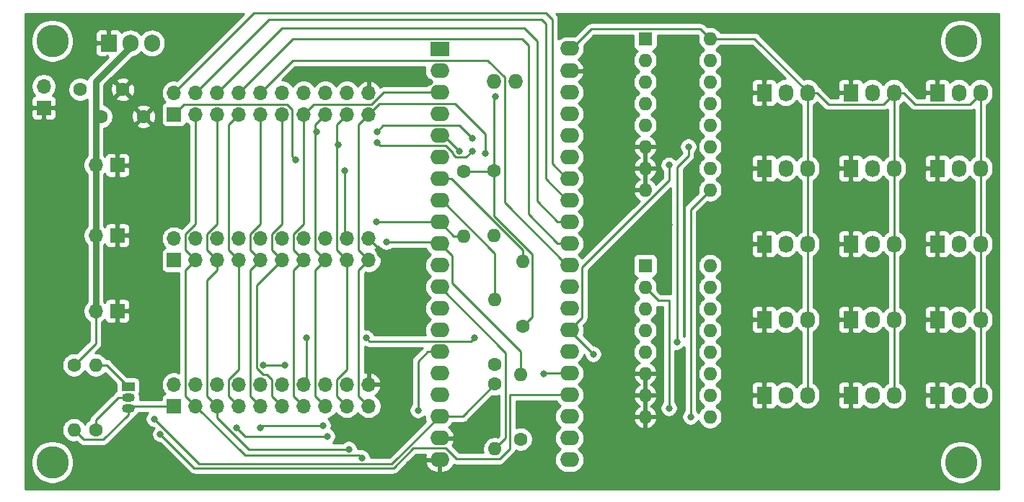
<source format=gbr>
G04 #@! TF.GenerationSoftware,KiCad,Pcbnew,5.1.6+dfsg1-1*
G04 #@! TF.CreationDate,2021-04-10T12:13:44+02:00*
G04 #@! TF.ProjectId,xfaders,78666164-6572-4732-9e6b-696361645f70,rev?*
G04 #@! TF.SameCoordinates,Original*
G04 #@! TF.FileFunction,Copper,L1,Top*
G04 #@! TF.FilePolarity,Positive*
%FSLAX46Y46*%
G04 Gerber Fmt 4.6, Leading zero omitted, Abs format (unit mm)*
G04 Created by KiCad (PCBNEW 5.1.6+dfsg1-1) date 2021-04-10 12:13:44*
%MOMM*%
%LPD*%
G01*
G04 APERTURE LIST*
G04 #@! TA.AperFunction,ComponentPad*
%ADD10C,1.600000*%
G04 #@! TD*
G04 #@! TA.AperFunction,ComponentPad*
%ADD11R,1.500000X1.050000*%
G04 #@! TD*
G04 #@! TA.AperFunction,ComponentPad*
%ADD12O,1.500000X1.050000*%
G04 #@! TD*
G04 #@! TA.AperFunction,ComponentPad*
%ADD13R,2.250000X1.727200*%
G04 #@! TD*
G04 #@! TA.AperFunction,ComponentPad*
%ADD14O,2.250000X1.727200*%
G04 #@! TD*
G04 #@! TA.AperFunction,ComponentPad*
%ADD15O,1.727200X1.727200*%
G04 #@! TD*
G04 #@! TA.AperFunction,ComponentPad*
%ADD16O,1.700000X1.700000*%
G04 #@! TD*
G04 #@! TA.AperFunction,ComponentPad*
%ADD17R,1.700000X1.700000*%
G04 #@! TD*
G04 #@! TA.AperFunction,ComponentPad*
%ADD18O,1.905000X2.000000*%
G04 #@! TD*
G04 #@! TA.AperFunction,ComponentPad*
%ADD19R,1.905000X2.000000*%
G04 #@! TD*
G04 #@! TA.AperFunction,ComponentPad*
%ADD20O,1.600000X1.600000*%
G04 #@! TD*
G04 #@! TA.AperFunction,ComponentPad*
%ADD21R,1.600000X1.600000*%
G04 #@! TD*
G04 #@! TA.AperFunction,ComponentPad*
%ADD22C,3.800000*%
G04 #@! TD*
G04 #@! TA.AperFunction,ComponentPad*
%ADD23R,1.730000X2.030000*%
G04 #@! TD*
G04 #@! TA.AperFunction,ComponentPad*
%ADD24O,1.730000X2.030000*%
G04 #@! TD*
G04 #@! TA.AperFunction,ViaPad*
%ADD25C,0.800000*%
G04 #@! TD*
G04 #@! TA.AperFunction,Conductor*
%ADD26C,0.250000*%
G04 #@! TD*
G04 #@! TA.AperFunction,Conductor*
%ADD27C,0.750000*%
G04 #@! TD*
G04 #@! TA.AperFunction,Conductor*
%ADD28C,0.254000*%
G04 #@! TD*
G04 APERTURE END LIST*
D10*
X66929000Y-68199000D03*
X61929000Y-68199000D03*
X69389000Y-71374000D03*
X64389000Y-71374000D03*
D11*
X67564000Y-103124000D03*
D12*
X67564000Y-105664000D03*
X67564000Y-104394000D03*
D13*
X104140000Y-63449200D03*
D14*
X104140000Y-65989200D03*
X104140000Y-68529200D03*
X104140000Y-71069200D03*
X104140000Y-73609200D03*
X104140000Y-76149200D03*
X104140000Y-78689200D03*
X104140000Y-81229200D03*
X104140000Y-83769200D03*
X104140000Y-86309200D03*
X104140000Y-88849200D03*
X104140000Y-91389200D03*
X104140000Y-93929200D03*
X104140000Y-96469200D03*
X104140000Y-99009200D03*
X104140000Y-101549200D03*
X104140000Y-104089200D03*
X104140000Y-106629200D03*
X104140000Y-109169200D03*
X104140000Y-111709200D03*
X119380000Y-111709200D03*
X119380000Y-109169200D03*
X119380000Y-106629200D03*
X119380000Y-104089200D03*
X119380000Y-101549200D03*
X119380000Y-99009200D03*
X119380000Y-96469200D03*
X119380000Y-93929200D03*
X119380000Y-91389200D03*
X119380000Y-88849200D03*
X119380000Y-86309200D03*
X119380000Y-83769200D03*
X119380000Y-81229200D03*
X119380000Y-78689200D03*
X119380000Y-76149200D03*
X119380000Y-73609200D03*
X119380000Y-71069200D03*
X119380000Y-68529200D03*
X119380000Y-65989200D03*
X119380000Y-63398400D03*
D15*
X113040000Y-67259200D03*
X110500000Y-67259200D03*
D16*
X63754000Y-85344000D03*
D17*
X66294000Y-85344000D03*
D16*
X63754000Y-94234000D03*
D17*
X66294000Y-94234000D03*
D16*
X57658000Y-67818000D03*
D17*
X57658000Y-70358000D03*
D16*
X63754000Y-77089000D03*
D17*
X66294000Y-77089000D03*
D18*
X70358000Y-62738000D03*
X67818000Y-62738000D03*
D19*
X65278000Y-62738000D03*
D20*
X61214000Y-108204000D03*
D10*
X61214000Y-100584000D03*
D20*
X63754000Y-100584000D03*
D10*
X63754000Y-108204000D03*
D20*
X110637320Y-110464600D03*
D10*
X110637320Y-102844600D03*
D20*
X110525560Y-85384640D03*
D10*
X110525560Y-77764640D03*
D20*
X113629440Y-101676200D03*
D10*
X113629440Y-109296200D03*
D20*
X107010200Y-85430360D03*
D10*
X107010200Y-77810360D03*
D20*
X110637320Y-92892880D03*
D10*
X110637320Y-100512880D03*
D20*
X113903760Y-88447880D03*
D10*
X113903760Y-96067880D03*
D20*
X135890000Y-62230000D03*
X128270000Y-80010000D03*
X135890000Y-64770000D03*
X128270000Y-77470000D03*
X135890000Y-67310000D03*
X128270000Y-74930000D03*
X135890000Y-69850000D03*
X128270000Y-72390000D03*
X135890000Y-72390000D03*
X128270000Y-69850000D03*
X135890000Y-74930000D03*
X128270000Y-67310000D03*
X135890000Y-77470000D03*
X128270000Y-64770000D03*
X135890000Y-80010000D03*
D21*
X128270000Y-62230000D03*
X128270000Y-88900000D03*
D20*
X135890000Y-106680000D03*
X128270000Y-91440000D03*
X135890000Y-104140000D03*
X128270000Y-93980000D03*
X135890000Y-101600000D03*
X128270000Y-96520000D03*
X135890000Y-99060000D03*
X128270000Y-99060000D03*
X135890000Y-96520000D03*
X128270000Y-101600000D03*
X135890000Y-93980000D03*
X128270000Y-104140000D03*
X135890000Y-91440000D03*
X128270000Y-106680000D03*
X135890000Y-88900000D03*
D22*
X58674000Y-62484000D03*
X58674000Y-112014000D03*
X165354000Y-112014000D03*
X165354000Y-62484000D03*
D23*
X142240000Y-68580000D03*
D24*
X144780000Y-68580000D03*
X147320000Y-68580000D03*
X157480000Y-68580000D03*
X154940000Y-68580000D03*
D23*
X152400000Y-68580000D03*
X162560000Y-68580000D03*
D24*
X165100000Y-68580000D03*
X167640000Y-68580000D03*
X147320000Y-77470000D03*
X144780000Y-77470000D03*
D23*
X142240000Y-77470000D03*
X152400000Y-77470000D03*
D24*
X154940000Y-77470000D03*
X157480000Y-77470000D03*
X167640000Y-77470000D03*
X165100000Y-77470000D03*
D23*
X162560000Y-77470000D03*
X142240000Y-86360000D03*
D24*
X144780000Y-86360000D03*
X147320000Y-86360000D03*
D23*
X152400000Y-86360000D03*
D24*
X154940000Y-86360000D03*
X157480000Y-86360000D03*
X167640000Y-86360000D03*
X165100000Y-86360000D03*
D23*
X162560000Y-86360000D03*
X142240000Y-95250000D03*
D24*
X144780000Y-95250000D03*
X147320000Y-95250000D03*
X157480000Y-95250000D03*
X154940000Y-95250000D03*
D23*
X152400000Y-95250000D03*
X162560000Y-95250000D03*
D24*
X165100000Y-95250000D03*
X167640000Y-95250000D03*
X147320000Y-104140000D03*
X144780000Y-104140000D03*
D23*
X142240000Y-104140000D03*
X152400000Y-104140000D03*
D24*
X154940000Y-104140000D03*
X157480000Y-104140000D03*
X167640000Y-104140000D03*
X165100000Y-104140000D03*
D23*
X162560000Y-104140000D03*
D17*
X72945001Y-105410000D03*
D16*
X72945001Y-102870000D03*
X75485001Y-105410000D03*
X75485001Y-102870000D03*
X78025001Y-105410000D03*
X78025001Y-102870000D03*
X80565001Y-105410000D03*
X80565001Y-102870000D03*
X83105001Y-105410000D03*
X83105001Y-102870000D03*
X85645001Y-105410000D03*
X85645001Y-102870000D03*
X88185001Y-105410000D03*
X88185001Y-102870000D03*
X90725001Y-105410000D03*
X90725001Y-102870000D03*
X93265001Y-105410000D03*
X93265001Y-102870000D03*
X95805001Y-105410000D03*
X95805001Y-102870000D03*
X95805001Y-85725000D03*
X95805001Y-88265000D03*
X93265001Y-85725000D03*
X93265001Y-88265000D03*
X90725001Y-85725000D03*
X90725001Y-88265000D03*
X88185001Y-85725000D03*
X88185001Y-88265000D03*
X85645001Y-85725000D03*
X85645001Y-88265000D03*
X83105001Y-85725000D03*
X83105001Y-88265000D03*
X80565001Y-85725000D03*
X80565001Y-88265000D03*
X78025001Y-85725000D03*
X78025001Y-88265000D03*
X75485001Y-85725000D03*
X75485001Y-88265000D03*
X72945001Y-85725000D03*
D17*
X72945001Y-88265000D03*
X72945001Y-71120000D03*
D16*
X72945001Y-68580000D03*
X75485001Y-71120000D03*
X75485001Y-68580000D03*
X78025001Y-71120000D03*
X78025001Y-68580000D03*
X80565001Y-71120000D03*
X80565001Y-68580000D03*
X83105001Y-71120000D03*
X83105001Y-68580000D03*
X85645001Y-71120000D03*
X85645001Y-68580000D03*
X88185001Y-71120000D03*
X88185001Y-68580000D03*
X90725001Y-71120000D03*
X90725001Y-68580000D03*
X93265001Y-71120000D03*
X93265001Y-68580000D03*
X95805001Y-71120000D03*
X95805001Y-68580000D03*
D25*
X133350000Y-74930000D03*
X132004846Y-97865154D03*
X122174000Y-99314000D03*
X131069358Y-77083642D03*
X110662720Y-69001640D03*
X70612000Y-106934000D03*
X131064000Y-105664000D03*
X133604000Y-106680000D03*
X106426000Y-75438000D03*
X102977144Y-67376159D03*
X131064000Y-84074000D03*
X137414000Y-84074000D03*
X99314000Y-99314000D03*
X101854000Y-96139000D03*
X108204000Y-109982000D03*
X108204000Y-113030000D03*
X94996000Y-111506000D03*
X93472000Y-110490000D03*
X101600000Y-105904200D03*
X90932000Y-108966000D03*
X80264000Y-107950000D03*
X90424000Y-107696000D03*
X83058000Y-107950000D03*
X116332000Y-101600000D03*
X108204000Y-97409000D03*
X95504000Y-97409000D03*
X88519000Y-97409000D03*
X107950000Y-73914000D03*
X96774000Y-73152000D03*
X89662000Y-73152000D03*
X107950000Y-75438000D03*
X96774000Y-74422000D03*
X92202000Y-74676000D03*
X85979000Y-100584000D03*
X83439000Y-100584000D03*
X109474000Y-75692000D03*
X87249000Y-76454000D03*
X92964000Y-77724000D03*
X97896680Y-86111080D03*
X96707960Y-83769200D03*
X71369347Y-108716653D03*
D26*
X133350000Y-74930000D02*
X133350000Y-75946000D01*
X133350000Y-75946000D02*
X132004846Y-77291154D01*
X132004846Y-77291154D02*
X132004846Y-97865154D01*
X119380000Y-96469200D02*
X119380000Y-96520000D01*
X119380000Y-96520000D02*
X122174000Y-99314000D01*
X120830010Y-89114992D02*
X131064000Y-78881002D01*
X120830010Y-95019190D02*
X120830010Y-89114992D01*
X119380000Y-96469200D02*
X120830010Y-95019190D01*
X131064000Y-78881002D02*
X131064000Y-77089000D01*
X131064000Y-77089000D02*
X131069358Y-77083642D01*
X167640000Y-68580000D02*
X167640000Y-77470000D01*
X167640000Y-77470000D02*
X167640000Y-86360000D01*
X167640000Y-87625000D02*
X167640000Y-95250000D01*
X167640000Y-86360000D02*
X167640000Y-87625000D01*
X167640000Y-95250000D02*
X167640000Y-104140000D01*
X157480000Y-104140000D02*
X157480000Y-95250000D01*
X157480000Y-93985000D02*
X157480000Y-86360000D01*
X157480000Y-95250000D02*
X157480000Y-93985000D01*
X157480000Y-86360000D02*
X157480000Y-77470000D01*
X157480000Y-76205000D02*
X157480000Y-68580000D01*
X157480000Y-77470000D02*
X157480000Y-76205000D01*
X147320000Y-69845000D02*
X147320000Y-77470000D01*
X147320000Y-68580000D02*
X147320000Y-69845000D01*
X147320000Y-77470000D02*
X147320000Y-86360000D01*
X147320000Y-87625000D02*
X147320000Y-95250000D01*
X147320000Y-86360000D02*
X147320000Y-87625000D01*
X147320000Y-96515000D02*
X147320000Y-104140000D01*
X147320000Y-95250000D02*
X147320000Y-96515000D01*
X135090001Y-61430001D02*
X135890000Y-62230000D01*
X134764999Y-61104999D02*
X135090001Y-61430001D01*
X121934801Y-61104999D02*
X134764999Y-61104999D01*
X119641400Y-63398400D02*
X121934801Y-61104999D01*
X119380000Y-63398400D02*
X119641400Y-63398400D01*
X110479840Y-77810360D02*
X110525560Y-77764640D01*
X107010200Y-77810360D02*
X110479840Y-77810360D01*
X110525560Y-77764640D02*
X110525560Y-69138800D01*
X110525560Y-69138800D02*
X110662720Y-69001640D01*
X157480000Y-68730000D02*
X157480000Y-68580000D01*
X156289990Y-69920010D02*
X157480000Y-68730000D01*
X149775010Y-69920010D02*
X156289990Y-69920010D01*
X148435000Y-68580000D02*
X149775010Y-69920010D01*
X147320000Y-68580000D02*
X148435000Y-68580000D01*
X167640000Y-68730000D02*
X167640000Y-68580000D01*
X166449990Y-69920010D02*
X167640000Y-68730000D01*
X159935010Y-69920010D02*
X166449990Y-69920010D01*
X158595000Y-68580000D02*
X159935010Y-69920010D01*
X157480000Y-68580000D02*
X158595000Y-68580000D01*
X137021370Y-62230000D02*
X135890000Y-62230000D01*
X141120000Y-62230000D02*
X137021370Y-62230000D01*
X147320000Y-68430000D02*
X141120000Y-62230000D01*
X147320000Y-68580000D02*
X147320000Y-68430000D01*
X66432630Y-104394000D02*
X67564000Y-104394000D01*
X63754000Y-107072630D02*
X66432630Y-104394000D01*
X63754000Y-108204000D02*
X63754000Y-107072630D01*
X115028761Y-94942879D02*
X113903760Y-96067880D01*
X115028761Y-87566551D02*
X115028761Y-94942879D01*
X110525560Y-83063350D02*
X115028761Y-87566551D01*
X110525560Y-77764640D02*
X110525560Y-83063350D01*
X106852720Y-106629200D02*
X110637320Y-102844600D01*
X104140000Y-106629200D02*
X106852720Y-106629200D01*
X75909001Y-112231001D02*
X70612000Y-106934000D01*
X98538199Y-112231001D02*
X75909001Y-112231001D01*
X104140000Y-106629200D02*
X98538199Y-112231001D01*
X131064000Y-105664000D02*
X131064000Y-92964000D01*
X129794000Y-92964000D02*
X128270000Y-91440000D01*
X131064000Y-92964000D02*
X129794000Y-92964000D01*
X135890000Y-80010000D02*
X133604000Y-82296000D01*
X133604000Y-82296000D02*
X133604000Y-106680000D01*
X104597200Y-73609200D02*
X104140000Y-73609200D01*
X106426000Y-75438000D02*
X104597200Y-73609200D01*
X95805001Y-85725000D02*
X96694001Y-86614000D01*
X96694001Y-86614000D02*
X96774000Y-86614000D01*
X96774000Y-87494997D02*
X98433003Y-89154000D01*
X96774000Y-86614000D02*
X96774000Y-87494997D01*
X82343001Y-59182000D02*
X72945001Y-68580000D01*
X116586000Y-59182000D02*
X82343001Y-59182000D01*
X117348000Y-59944000D02*
X116586000Y-59182000D01*
X117348000Y-76918600D02*
X117348000Y-59944000D01*
X119380000Y-78689200D02*
X119118600Y-78689200D01*
X119118600Y-78689200D02*
X117348000Y-76918600D01*
X74635002Y-87415001D02*
X75485001Y-88265000D01*
X74310000Y-87089999D02*
X74635002Y-87415001D01*
X74310000Y-85160999D02*
X74310000Y-87089999D01*
X75485001Y-83985998D02*
X74310000Y-85160999D01*
X75485001Y-71120000D02*
X75485001Y-83985998D01*
X74635002Y-104560001D02*
X75485001Y-105410000D01*
X74310000Y-104234999D02*
X74635002Y-104560001D01*
X74310000Y-89440001D02*
X74310000Y-104234999D01*
X75485001Y-88265000D02*
X74310000Y-89440001D01*
X94705001Y-111215001D02*
X94996000Y-111506000D01*
X81290002Y-111215001D02*
X94705001Y-111215001D01*
X75485001Y-105410000D02*
X81290002Y-111215001D01*
X119118600Y-81229200D02*
X116586000Y-78696600D01*
X119380000Y-81229200D02*
X119118600Y-81229200D01*
X116586000Y-78696600D02*
X116586000Y-60452000D01*
X116586000Y-60452000D02*
X116078000Y-59944000D01*
X84121001Y-59944000D02*
X75485001Y-68580000D01*
X116078000Y-59944000D02*
X84121001Y-59944000D01*
X77175002Y-87415001D02*
X78025001Y-88265000D01*
X76850000Y-87089999D02*
X77175002Y-87415001D01*
X76850000Y-85160999D02*
X76850000Y-87089999D01*
X78025001Y-83985998D02*
X76850000Y-85160999D01*
X78025001Y-71120000D02*
X78025001Y-83985998D01*
X77175002Y-104560001D02*
X78025001Y-105410000D01*
X76850000Y-104234999D02*
X77175002Y-104560001D01*
X76850000Y-90642082D02*
X76850000Y-104234999D01*
X78025001Y-89467081D02*
X76850000Y-90642082D01*
X78025001Y-88265000D02*
X78025001Y-89467081D01*
X78025001Y-106784003D02*
X78025001Y-105410000D01*
X81730998Y-110490000D02*
X78025001Y-106784003D01*
X93472000Y-110490000D02*
X81730998Y-110490000D01*
X119380000Y-83769200D02*
X118005000Y-83769200D01*
X118005000Y-83769200D02*
X115570000Y-81334200D01*
X115570000Y-81334200D02*
X115570000Y-62484000D01*
X85645001Y-60960000D02*
X78875000Y-67730001D01*
X115570000Y-62484000D02*
X114046000Y-60960000D01*
X78875000Y-67730001D02*
X78025001Y-68580000D01*
X114046000Y-60960000D02*
X85645001Y-60960000D01*
X79715002Y-87415001D02*
X80565001Y-88265000D01*
X79390000Y-87089999D02*
X79715002Y-87415001D01*
X79390000Y-72295001D02*
X79390000Y-87089999D01*
X80565001Y-71120000D02*
X79390000Y-72295001D01*
X79390000Y-104234999D02*
X79715002Y-104560001D01*
X79390000Y-102305999D02*
X79390000Y-104234999D01*
X80565001Y-101130998D02*
X79390000Y-102305999D01*
X79715002Y-104560001D02*
X80565001Y-105410000D01*
X80565001Y-88265000D02*
X80565001Y-101130998D01*
X101600000Y-100174200D02*
X101600000Y-105904200D01*
X104140000Y-99009200D02*
X102765000Y-99009200D01*
X102765000Y-99009200D02*
X101600000Y-100174200D01*
X90932000Y-108966000D02*
X81280000Y-108966000D01*
X81280000Y-108966000D02*
X80264000Y-107950000D01*
X118005000Y-86309200D02*
X114554000Y-82858200D01*
X119380000Y-86309200D02*
X118005000Y-86309200D01*
X114554000Y-82858200D02*
X114554000Y-62992000D01*
X81415000Y-67730001D02*
X80565001Y-68580000D01*
X86884402Y-62260599D02*
X81415000Y-67730001D01*
X113822599Y-62260599D02*
X86884402Y-62260599D01*
X114554000Y-62992000D02*
X113822599Y-62260599D01*
X82255002Y-87415001D02*
X83105001Y-88265000D01*
X81930000Y-87089999D02*
X82255002Y-87415001D01*
X81930000Y-85160999D02*
X81930000Y-87089999D01*
X83105001Y-83985998D02*
X81930000Y-85160999D01*
X83105001Y-71120000D02*
X83105001Y-83985998D01*
X82255002Y-104560001D02*
X83105001Y-105410000D01*
X81930000Y-104234999D02*
X82255002Y-104560001D01*
X81930000Y-89440001D02*
X81930000Y-104234999D01*
X83105001Y-88265000D02*
X81930000Y-89440001D01*
X90424000Y-107696000D02*
X83312000Y-107696000D01*
X83312000Y-107696000D02*
X83058000Y-107950000D01*
X119118600Y-88849200D02*
X111760000Y-81490600D01*
X119380000Y-88849200D02*
X119118600Y-88849200D01*
X83955000Y-67730001D02*
X83105001Y-68580000D01*
X109800520Y-64800590D02*
X86884411Y-64800590D01*
X111760000Y-66760070D02*
X109800520Y-64800590D01*
X86884411Y-64800590D02*
X83955000Y-67730001D01*
X111760000Y-81490600D02*
X111760000Y-66760070D01*
X84470000Y-87089999D02*
X84795002Y-87415001D01*
X84795002Y-87415001D02*
X85645001Y-88265000D01*
X84470000Y-85160999D02*
X84470000Y-87089999D01*
X85645001Y-83985998D02*
X84470000Y-85160999D01*
X85645001Y-71120000D02*
X85645001Y-83985998D01*
X84470000Y-104234999D02*
X85645001Y-105410000D01*
X84470000Y-102305999D02*
X84470000Y-104234999D01*
X83476997Y-101694999D02*
X83859000Y-101694999D01*
X83859000Y-101694999D02*
X84470000Y-102305999D01*
X82713999Y-100932001D02*
X83476997Y-101694999D01*
X82713999Y-91196002D02*
X82713999Y-100932001D01*
X85645001Y-88265000D02*
X82713999Y-91196002D01*
X119380000Y-101549200D02*
X116382800Y-101549200D01*
X116382800Y-101549200D02*
X116332000Y-101600000D01*
X87335002Y-87415001D02*
X88185001Y-88265000D01*
X87010000Y-87089999D02*
X87335002Y-87415001D01*
X87010000Y-85160999D02*
X87010000Y-87089999D01*
X88185001Y-83985998D02*
X87010000Y-85160999D01*
X88185001Y-71120000D02*
X88185001Y-83985998D01*
X87335002Y-104560001D02*
X88185001Y-105410000D01*
X87010000Y-104234999D02*
X87335002Y-104560001D01*
X87010000Y-89440001D02*
X87010000Y-104234999D01*
X88185001Y-88265000D02*
X87010000Y-89440001D01*
X89035000Y-70270001D02*
X88185001Y-71120000D01*
X89360002Y-69944999D02*
X89035000Y-70270001D01*
X96179004Y-69944999D02*
X89360002Y-69944999D01*
X97594803Y-68529200D02*
X96179004Y-69944999D01*
X104140000Y-68529200D02*
X97594803Y-68529200D01*
X113903760Y-87077960D02*
X113903760Y-88447880D01*
X105515000Y-78689200D02*
X113903760Y-87077960D01*
X104140000Y-78689200D02*
X105515000Y-78689200D01*
X95915590Y-97820590D02*
X95504000Y-97409000D01*
X107792410Y-97820590D02*
X95915590Y-97820590D01*
X108204000Y-97409000D02*
X107792410Y-97820590D01*
X88519000Y-102536001D02*
X88185001Y-102870000D01*
X88519000Y-97409000D02*
X88519000Y-102536001D01*
X89550000Y-87089999D02*
X89875002Y-87415001D01*
X89550000Y-72295001D02*
X89550000Y-87089999D01*
X89875002Y-87415001D02*
X90725001Y-88265000D01*
X90725001Y-71120000D02*
X89550000Y-72295001D01*
X89875002Y-104560001D02*
X90725001Y-105410000D01*
X89550000Y-104234999D02*
X89875002Y-104560001D01*
X89550000Y-89440001D02*
X89550000Y-104234999D01*
X90725001Y-88265000D02*
X89550000Y-89440001D01*
X97505410Y-72420590D02*
X96774000Y-73152000D01*
X107950000Y-73914000D02*
X106456590Y-72420590D01*
X106456590Y-72420590D02*
X97505410Y-72420590D01*
X110637320Y-87465120D02*
X110637320Y-92892880D01*
X104401400Y-81229200D02*
X110637320Y-87465120D01*
X104140000Y-81229200D02*
X104401400Y-81229200D01*
X92090000Y-72295001D02*
X92090000Y-87089999D01*
X92415002Y-87415001D02*
X93265001Y-88265000D01*
X92090000Y-87089999D02*
X92415002Y-87415001D01*
X93265001Y-71120000D02*
X92090000Y-72295001D01*
X92090000Y-104234999D02*
X92415002Y-104560001D01*
X92415002Y-104560001D02*
X93265001Y-105410000D01*
X92090000Y-102305999D02*
X92090000Y-104234999D01*
X93265001Y-101130998D02*
X92090000Y-102305999D01*
X93265001Y-88265000D02*
X93265001Y-101130998D01*
X107950000Y-75438000D02*
X107224999Y-76163001D01*
X107224999Y-76163001D02*
X106077999Y-76163001D01*
X106077999Y-76163001D02*
X105700999Y-75786001D01*
X97149810Y-74797810D02*
X96774000Y-74422000D01*
X105700999Y-75786001D02*
X105700999Y-75605071D01*
X105700999Y-75605071D02*
X104893738Y-74797810D01*
X104893738Y-74797810D02*
X97149810Y-74797810D01*
X85979000Y-100584000D02*
X83439000Y-100584000D01*
X94955002Y-87415001D02*
X95805001Y-88265000D01*
X94630000Y-87089999D02*
X94955002Y-87415001D01*
X94630000Y-72295001D02*
X94630000Y-87089999D01*
X95805001Y-71120000D02*
X94630000Y-72295001D01*
X94955002Y-104560001D02*
X95805001Y-105410000D01*
X94630000Y-104234999D02*
X94955002Y-104560001D01*
X94630000Y-89440001D02*
X94630000Y-104234999D01*
X95805001Y-88265000D02*
X94630000Y-89440001D01*
X96655000Y-70270001D02*
X95805001Y-71120000D01*
X97044411Y-69880590D02*
X96655000Y-70270001D01*
X105948590Y-69880590D02*
X97044411Y-69880590D01*
X109474000Y-73406000D02*
X105948590Y-69880590D01*
X109474000Y-75692000D02*
X109474000Y-73406000D01*
X86820002Y-76025002D02*
X87249000Y-76454000D01*
X86820002Y-70555999D02*
X86820002Y-76025002D01*
X86209002Y-69944999D02*
X86820002Y-70555999D01*
X74120002Y-69944999D02*
X86209002Y-69944999D01*
X72945001Y-71120000D02*
X74120002Y-69944999D01*
X92964000Y-85423999D02*
X93265001Y-85725000D01*
X92964000Y-77724000D02*
X92964000Y-85423999D01*
X103941880Y-86111080D02*
X104140000Y-86309200D01*
X97896680Y-86111080D02*
X103941880Y-86111080D01*
X105590010Y-87759210D02*
X105590010Y-90985010D01*
X104140000Y-86309200D02*
X105590010Y-87759210D01*
X113629440Y-99024440D02*
X113629440Y-101676200D01*
X105590010Y-90985010D02*
X113629440Y-99024440D01*
X104140000Y-83769200D02*
X96707960Y-83769200D01*
X105801160Y-85430360D02*
X104140000Y-83769200D01*
X107010200Y-85430360D02*
X105801160Y-85430360D01*
X111920340Y-109181580D02*
X110637320Y-110464600D01*
X111920340Y-99169540D02*
X111920340Y-109181580D01*
X104140000Y-91389200D02*
X111920340Y-99169540D01*
D27*
X57658000Y-67370498D02*
X57658000Y-67818000D01*
D26*
X63754000Y-98044000D02*
X61214000Y-100584000D01*
X63754000Y-94234000D02*
X63754000Y-98044000D01*
D27*
X63754000Y-67249502D02*
X63754000Y-70104000D01*
X67818000Y-63185502D02*
X63754000Y-67249502D01*
X67818000Y-62738000D02*
X67818000Y-63185502D01*
X63754000Y-77089000D02*
X63754000Y-85344000D01*
X63754000Y-85344000D02*
X63754000Y-94234000D01*
X63754000Y-71374000D02*
X63754000Y-77089000D01*
X64389000Y-71374000D02*
X63754000Y-71374000D01*
X63754000Y-70104000D02*
X63754000Y-71374000D01*
D26*
X67818000Y-105410000D02*
X67564000Y-105664000D01*
X72945001Y-105410000D02*
X67818000Y-105410000D01*
X62339001Y-109329001D02*
X61214000Y-108204000D01*
X64673999Y-109329001D02*
X62339001Y-109329001D01*
X67564000Y-106439000D02*
X64673999Y-109329001D01*
X67564000Y-105664000D02*
X67564000Y-106439000D01*
X65024000Y-100584000D02*
X67564000Y-103124000D01*
X63754000Y-100584000D02*
X65024000Y-100584000D01*
X75333705Y-112681011D02*
X71369347Y-108716653D01*
X98724599Y-112681011D02*
X75333705Y-112681011D01*
X101047800Y-110357810D02*
X98724599Y-112681011D01*
X104893738Y-110357810D02*
X101047800Y-110357810D01*
X106125529Y-111589601D02*
X104893738Y-110357810D01*
X111177321Y-111589601D02*
X106125529Y-111589601D01*
X112370350Y-110396572D02*
X111177321Y-111589601D01*
X112370350Y-104089200D02*
X112370350Y-110396572D01*
X119380000Y-104089200D02*
X112370350Y-104089200D01*
D28*
G36*
X73311409Y-67138791D02*
G01*
X73091261Y-67095000D01*
X72798741Y-67095000D01*
X72511843Y-67152068D01*
X72241590Y-67264010D01*
X71998369Y-67426525D01*
X71791526Y-67633368D01*
X71629011Y-67876589D01*
X71517069Y-68146842D01*
X71460001Y-68433740D01*
X71460001Y-68726260D01*
X71517069Y-69013158D01*
X71629011Y-69283411D01*
X71791526Y-69526632D01*
X71923381Y-69658487D01*
X71850821Y-69680498D01*
X71740507Y-69739463D01*
X71643816Y-69818815D01*
X71564464Y-69915506D01*
X71505499Y-70025820D01*
X71469189Y-70145518D01*
X71456929Y-70270000D01*
X71456929Y-71970000D01*
X71469189Y-72094482D01*
X71505499Y-72214180D01*
X71564464Y-72324494D01*
X71643816Y-72421185D01*
X71740507Y-72500537D01*
X71850821Y-72559502D01*
X71970519Y-72595812D01*
X72095001Y-72608072D01*
X73795001Y-72608072D01*
X73919483Y-72595812D01*
X74039181Y-72559502D01*
X74149495Y-72500537D01*
X74246186Y-72421185D01*
X74325538Y-72324494D01*
X74384503Y-72214180D01*
X74406514Y-72141620D01*
X74538369Y-72273475D01*
X74725001Y-72398179D01*
X74725002Y-83671195D01*
X73851493Y-84544705D01*
X73648412Y-84409010D01*
X73378159Y-84297068D01*
X73091261Y-84240000D01*
X72798741Y-84240000D01*
X72511843Y-84297068D01*
X72241590Y-84409010D01*
X71998369Y-84571525D01*
X71791526Y-84778368D01*
X71629011Y-85021589D01*
X71517069Y-85291842D01*
X71460001Y-85578740D01*
X71460001Y-85871260D01*
X71517069Y-86158158D01*
X71629011Y-86428411D01*
X71791526Y-86671632D01*
X71923381Y-86803487D01*
X71850821Y-86825498D01*
X71740507Y-86884463D01*
X71643816Y-86963815D01*
X71564464Y-87060506D01*
X71505499Y-87170820D01*
X71469189Y-87290518D01*
X71456929Y-87415000D01*
X71456929Y-89115000D01*
X71469189Y-89239482D01*
X71505499Y-89359180D01*
X71564464Y-89469494D01*
X71643816Y-89566185D01*
X71740507Y-89645537D01*
X71850821Y-89704502D01*
X71970519Y-89740812D01*
X72095001Y-89753072D01*
X73550000Y-89753072D01*
X73550001Y-101513247D01*
X73378159Y-101442068D01*
X73091261Y-101385000D01*
X72798741Y-101385000D01*
X72511843Y-101442068D01*
X72241590Y-101554010D01*
X71998369Y-101716525D01*
X71791526Y-101923368D01*
X71629011Y-102166589D01*
X71517069Y-102436842D01*
X71460001Y-102723740D01*
X71460001Y-103016260D01*
X71517069Y-103303158D01*
X71629011Y-103573411D01*
X71791526Y-103816632D01*
X71923381Y-103948487D01*
X71850821Y-103970498D01*
X71740507Y-104029463D01*
X71643816Y-104108815D01*
X71564464Y-104205506D01*
X71505499Y-104315820D01*
X71469189Y-104435518D01*
X71456929Y-104560000D01*
X71456929Y-104650000D01*
X68923539Y-104650000D01*
X68932215Y-104621400D01*
X68954612Y-104394000D01*
X68932215Y-104166600D01*
X68868907Y-103957902D01*
X68903502Y-103893180D01*
X68939812Y-103773482D01*
X68952072Y-103649000D01*
X68952072Y-102599000D01*
X68939812Y-102474518D01*
X68903502Y-102354820D01*
X68844537Y-102244506D01*
X68765185Y-102147815D01*
X68668494Y-102068463D01*
X68558180Y-102009498D01*
X68438482Y-101973188D01*
X68314000Y-101960928D01*
X67475730Y-101960928D01*
X65587804Y-100073003D01*
X65564001Y-100043999D01*
X65448276Y-99949026D01*
X65316247Y-99878454D01*
X65172986Y-99834997D01*
X65061333Y-99824000D01*
X65061322Y-99824000D01*
X65024000Y-99820324D01*
X64986678Y-99824000D01*
X64972043Y-99824000D01*
X64868637Y-99669241D01*
X64668759Y-99469363D01*
X64433727Y-99312320D01*
X64172574Y-99204147D01*
X63895335Y-99149000D01*
X63723803Y-99149000D01*
X64265008Y-98607795D01*
X64294001Y-98584001D01*
X64317795Y-98555008D01*
X64317799Y-98555004D01*
X64375811Y-98484315D01*
X64388974Y-98468276D01*
X64459546Y-98336247D01*
X64503003Y-98192986D01*
X64514000Y-98081333D01*
X64514000Y-98081324D01*
X64517676Y-98044001D01*
X64514000Y-98006678D01*
X64514000Y-95512178D01*
X64700632Y-95387475D01*
X64832487Y-95255620D01*
X64854498Y-95328180D01*
X64913463Y-95438494D01*
X64992815Y-95535185D01*
X65089506Y-95614537D01*
X65199820Y-95673502D01*
X65319518Y-95709812D01*
X65444000Y-95722072D01*
X66008250Y-95719000D01*
X66167000Y-95560250D01*
X66167000Y-94361000D01*
X66421000Y-94361000D01*
X66421000Y-95560250D01*
X66579750Y-95719000D01*
X67144000Y-95722072D01*
X67268482Y-95709812D01*
X67388180Y-95673502D01*
X67498494Y-95614537D01*
X67595185Y-95535185D01*
X67674537Y-95438494D01*
X67733502Y-95328180D01*
X67769812Y-95208482D01*
X67782072Y-95084000D01*
X67779000Y-94519750D01*
X67620250Y-94361000D01*
X66421000Y-94361000D01*
X66167000Y-94361000D01*
X66147000Y-94361000D01*
X66147000Y-94107000D01*
X66167000Y-94107000D01*
X66167000Y-92907750D01*
X66421000Y-92907750D01*
X66421000Y-94107000D01*
X67620250Y-94107000D01*
X67779000Y-93948250D01*
X67782072Y-93384000D01*
X67769812Y-93259518D01*
X67733502Y-93139820D01*
X67674537Y-93029506D01*
X67595185Y-92932815D01*
X67498494Y-92853463D01*
X67388180Y-92794498D01*
X67268482Y-92758188D01*
X67144000Y-92745928D01*
X66579750Y-92749000D01*
X66421000Y-92907750D01*
X66167000Y-92907750D01*
X66008250Y-92749000D01*
X65444000Y-92745928D01*
X65319518Y-92758188D01*
X65199820Y-92794498D01*
X65089506Y-92853463D01*
X64992815Y-92932815D01*
X64913463Y-93029506D01*
X64854498Y-93139820D01*
X64832487Y-93212380D01*
X64764000Y-93143893D01*
X64764000Y-86434107D01*
X64832487Y-86365620D01*
X64854498Y-86438180D01*
X64913463Y-86548494D01*
X64992815Y-86645185D01*
X65089506Y-86724537D01*
X65199820Y-86783502D01*
X65319518Y-86819812D01*
X65444000Y-86832072D01*
X66008250Y-86829000D01*
X66167000Y-86670250D01*
X66167000Y-85471000D01*
X66421000Y-85471000D01*
X66421000Y-86670250D01*
X66579750Y-86829000D01*
X67144000Y-86832072D01*
X67268482Y-86819812D01*
X67388180Y-86783502D01*
X67498494Y-86724537D01*
X67595185Y-86645185D01*
X67674537Y-86548494D01*
X67733502Y-86438180D01*
X67769812Y-86318482D01*
X67782072Y-86194000D01*
X67779000Y-85629750D01*
X67620250Y-85471000D01*
X66421000Y-85471000D01*
X66167000Y-85471000D01*
X66147000Y-85471000D01*
X66147000Y-85217000D01*
X66167000Y-85217000D01*
X66167000Y-84017750D01*
X66421000Y-84017750D01*
X66421000Y-85217000D01*
X67620250Y-85217000D01*
X67779000Y-85058250D01*
X67782072Y-84494000D01*
X67769812Y-84369518D01*
X67733502Y-84249820D01*
X67674537Y-84139506D01*
X67595185Y-84042815D01*
X67498494Y-83963463D01*
X67388180Y-83904498D01*
X67268482Y-83868188D01*
X67144000Y-83855928D01*
X66579750Y-83859000D01*
X66421000Y-84017750D01*
X66167000Y-84017750D01*
X66008250Y-83859000D01*
X65444000Y-83855928D01*
X65319518Y-83868188D01*
X65199820Y-83904498D01*
X65089506Y-83963463D01*
X64992815Y-84042815D01*
X64913463Y-84139506D01*
X64854498Y-84249820D01*
X64832487Y-84322380D01*
X64764000Y-84253893D01*
X64764000Y-78179107D01*
X64832487Y-78110620D01*
X64854498Y-78183180D01*
X64913463Y-78293494D01*
X64992815Y-78390185D01*
X65089506Y-78469537D01*
X65199820Y-78528502D01*
X65319518Y-78564812D01*
X65444000Y-78577072D01*
X66008250Y-78574000D01*
X66167000Y-78415250D01*
X66167000Y-77216000D01*
X66421000Y-77216000D01*
X66421000Y-78415250D01*
X66579750Y-78574000D01*
X67144000Y-78577072D01*
X67268482Y-78564812D01*
X67388180Y-78528502D01*
X67498494Y-78469537D01*
X67595185Y-78390185D01*
X67674537Y-78293494D01*
X67733502Y-78183180D01*
X67769812Y-78063482D01*
X67782072Y-77939000D01*
X67779000Y-77374750D01*
X67620250Y-77216000D01*
X66421000Y-77216000D01*
X66167000Y-77216000D01*
X66147000Y-77216000D01*
X66147000Y-76962000D01*
X66167000Y-76962000D01*
X66167000Y-75762750D01*
X66421000Y-75762750D01*
X66421000Y-76962000D01*
X67620250Y-76962000D01*
X67779000Y-76803250D01*
X67782072Y-76239000D01*
X67769812Y-76114518D01*
X67733502Y-75994820D01*
X67674537Y-75884506D01*
X67595185Y-75787815D01*
X67498494Y-75708463D01*
X67388180Y-75649498D01*
X67268482Y-75613188D01*
X67144000Y-75600928D01*
X66579750Y-75604000D01*
X66421000Y-75762750D01*
X66167000Y-75762750D01*
X66008250Y-75604000D01*
X65444000Y-75600928D01*
X65319518Y-75613188D01*
X65199820Y-75649498D01*
X65089506Y-75708463D01*
X64992815Y-75787815D01*
X64913463Y-75884506D01*
X64854498Y-75994820D01*
X64832487Y-76067380D01*
X64764000Y-75998893D01*
X64764000Y-72762521D01*
X64807574Y-72753853D01*
X65068727Y-72645680D01*
X65303759Y-72488637D01*
X65425694Y-72366702D01*
X68575903Y-72366702D01*
X68647486Y-72610671D01*
X68902996Y-72731571D01*
X69177184Y-72800300D01*
X69459512Y-72814217D01*
X69739130Y-72772787D01*
X70005292Y-72677603D01*
X70130514Y-72610671D01*
X70202097Y-72366702D01*
X69389000Y-71553605D01*
X68575903Y-72366702D01*
X65425694Y-72366702D01*
X65503637Y-72288759D01*
X65660680Y-72053727D01*
X65768853Y-71792574D01*
X65824000Y-71515335D01*
X65824000Y-71444512D01*
X67948783Y-71444512D01*
X67990213Y-71724130D01*
X68085397Y-71990292D01*
X68152329Y-72115514D01*
X68396298Y-72187097D01*
X69209395Y-71374000D01*
X69568605Y-71374000D01*
X70381702Y-72187097D01*
X70625671Y-72115514D01*
X70746571Y-71860004D01*
X70815300Y-71585816D01*
X70829217Y-71303488D01*
X70787787Y-71023870D01*
X70692603Y-70757708D01*
X70625671Y-70632486D01*
X70381702Y-70560903D01*
X69568605Y-71374000D01*
X69209395Y-71374000D01*
X68396298Y-70560903D01*
X68152329Y-70632486D01*
X68031429Y-70887996D01*
X67962700Y-71162184D01*
X67948783Y-71444512D01*
X65824000Y-71444512D01*
X65824000Y-71232665D01*
X65768853Y-70955426D01*
X65660680Y-70694273D01*
X65503637Y-70459241D01*
X65425694Y-70381298D01*
X68575903Y-70381298D01*
X69389000Y-71194395D01*
X70202097Y-70381298D01*
X70130514Y-70137329D01*
X69875004Y-70016429D01*
X69600816Y-69947700D01*
X69318488Y-69933783D01*
X69038870Y-69975213D01*
X68772708Y-70070397D01*
X68647486Y-70137329D01*
X68575903Y-70381298D01*
X65425694Y-70381298D01*
X65303759Y-70259363D01*
X65068727Y-70102320D01*
X64807574Y-69994147D01*
X64764000Y-69985479D01*
X64764000Y-69191702D01*
X66115903Y-69191702D01*
X66187486Y-69435671D01*
X66442996Y-69556571D01*
X66717184Y-69625300D01*
X66999512Y-69639217D01*
X67279130Y-69597787D01*
X67545292Y-69502603D01*
X67670514Y-69435671D01*
X67742097Y-69191702D01*
X66929000Y-68378605D01*
X66115903Y-69191702D01*
X64764000Y-69191702D01*
X64764000Y-68269512D01*
X65488783Y-68269512D01*
X65530213Y-68549130D01*
X65625397Y-68815292D01*
X65692329Y-68940514D01*
X65936298Y-69012097D01*
X66749395Y-68199000D01*
X67108605Y-68199000D01*
X67921702Y-69012097D01*
X68165671Y-68940514D01*
X68286571Y-68685004D01*
X68355300Y-68410816D01*
X68369217Y-68128488D01*
X68327787Y-67848870D01*
X68232603Y-67582708D01*
X68165671Y-67457486D01*
X67921702Y-67385903D01*
X67108605Y-68199000D01*
X66749395Y-68199000D01*
X65936298Y-67385903D01*
X65692329Y-67457486D01*
X65571429Y-67712996D01*
X65502700Y-67987184D01*
X65488783Y-68269512D01*
X64764000Y-68269512D01*
X64764000Y-67667857D01*
X65225559Y-67206298D01*
X66115903Y-67206298D01*
X66929000Y-68019395D01*
X67742097Y-67206298D01*
X67670514Y-66962329D01*
X67415004Y-66841429D01*
X67140816Y-66772700D01*
X66858488Y-66758783D01*
X66578870Y-66800213D01*
X66312708Y-66895397D01*
X66187486Y-66962329D01*
X66115903Y-67206298D01*
X65225559Y-67206298D01*
X68076652Y-64355206D01*
X68129204Y-64350030D01*
X68428449Y-64259255D01*
X68704235Y-64111845D01*
X68945963Y-63913463D01*
X69088000Y-63740391D01*
X69230037Y-63913463D01*
X69471766Y-64111845D01*
X69747552Y-64259255D01*
X70046797Y-64350030D01*
X70358000Y-64380681D01*
X70669204Y-64350030D01*
X70968449Y-64259255D01*
X71244235Y-64111845D01*
X71485963Y-63913463D01*
X71684345Y-63671734D01*
X71831755Y-63395948D01*
X71922530Y-63096703D01*
X71945500Y-62863485D01*
X71945500Y-62612514D01*
X71922530Y-62379296D01*
X71831755Y-62080051D01*
X71684345Y-61804265D01*
X71485963Y-61562537D01*
X71244234Y-61364155D01*
X70968448Y-61216745D01*
X70669203Y-61125970D01*
X70358000Y-61095319D01*
X70046796Y-61125970D01*
X69747551Y-61216745D01*
X69471765Y-61364155D01*
X69230037Y-61562537D01*
X69088000Y-61735609D01*
X68945963Y-61562537D01*
X68704234Y-61364155D01*
X68428448Y-61216745D01*
X68129203Y-61125970D01*
X67818000Y-61095319D01*
X67506796Y-61125970D01*
X67207551Y-61216745D01*
X66931765Y-61364155D01*
X66805905Y-61467446D01*
X66761037Y-61383506D01*
X66681685Y-61286815D01*
X66584994Y-61207463D01*
X66474680Y-61148498D01*
X66354982Y-61112188D01*
X66230500Y-61099928D01*
X65563750Y-61103000D01*
X65405000Y-61261750D01*
X65405000Y-62611000D01*
X65425000Y-62611000D01*
X65425000Y-62865000D01*
X65405000Y-62865000D01*
X65405000Y-62885000D01*
X65151000Y-62885000D01*
X65151000Y-62865000D01*
X63849250Y-62865000D01*
X63690500Y-63023750D01*
X63687428Y-63738000D01*
X63699688Y-63862482D01*
X63735998Y-63982180D01*
X63794963Y-64092494D01*
X63874315Y-64189185D01*
X63971006Y-64268537D01*
X64081320Y-64327502D01*
X64201018Y-64363812D01*
X64325500Y-64376072D01*
X64992250Y-64373000D01*
X65150998Y-64214252D01*
X65150998Y-64373000D01*
X65202146Y-64373000D01*
X63074906Y-66500241D01*
X63036367Y-66531869D01*
X62910153Y-66685662D01*
X62835245Y-66825806D01*
X62816368Y-66861123D01*
X62764678Y-67031523D01*
X62608727Y-66927320D01*
X62347574Y-66819147D01*
X62070335Y-66764000D01*
X61787665Y-66764000D01*
X61510426Y-66819147D01*
X61249273Y-66927320D01*
X61014241Y-67084363D01*
X60814363Y-67284241D01*
X60657320Y-67519273D01*
X60549147Y-67780426D01*
X60494000Y-68057665D01*
X60494000Y-68340335D01*
X60549147Y-68617574D01*
X60657320Y-68878727D01*
X60814363Y-69113759D01*
X61014241Y-69313637D01*
X61249273Y-69470680D01*
X61510426Y-69578853D01*
X61787665Y-69634000D01*
X62070335Y-69634000D01*
X62347574Y-69578853D01*
X62608727Y-69470680D01*
X62744001Y-69380293D01*
X62744001Y-70054383D01*
X62744000Y-70054393D01*
X62744001Y-71324383D01*
X62739114Y-71374000D01*
X62744000Y-71423608D01*
X62744001Y-75998892D01*
X62600525Y-76142368D01*
X62438010Y-76385589D01*
X62326068Y-76655842D01*
X62269000Y-76942740D01*
X62269000Y-77235260D01*
X62326068Y-77522158D01*
X62438010Y-77792411D01*
X62600525Y-78035632D01*
X62744000Y-78179107D01*
X62744001Y-84253892D01*
X62600525Y-84397368D01*
X62438010Y-84640589D01*
X62326068Y-84910842D01*
X62269000Y-85197740D01*
X62269000Y-85490260D01*
X62326068Y-85777158D01*
X62438010Y-86047411D01*
X62600525Y-86290632D01*
X62744000Y-86434107D01*
X62744001Y-93143892D01*
X62600525Y-93287368D01*
X62438010Y-93530589D01*
X62326068Y-93800842D01*
X62269000Y-94087740D01*
X62269000Y-94380260D01*
X62326068Y-94667158D01*
X62438010Y-94937411D01*
X62600525Y-95180632D01*
X62807368Y-95387475D01*
X62994000Y-95512179D01*
X62994001Y-97729196D01*
X61537886Y-99185312D01*
X61355335Y-99149000D01*
X61072665Y-99149000D01*
X60795426Y-99204147D01*
X60534273Y-99312320D01*
X60299241Y-99469363D01*
X60099363Y-99669241D01*
X59942320Y-99904273D01*
X59834147Y-100165426D01*
X59779000Y-100442665D01*
X59779000Y-100725335D01*
X59834147Y-101002574D01*
X59942320Y-101263727D01*
X60099363Y-101498759D01*
X60299241Y-101698637D01*
X60534273Y-101855680D01*
X60795426Y-101963853D01*
X61072665Y-102019000D01*
X61355335Y-102019000D01*
X61632574Y-101963853D01*
X61893727Y-101855680D01*
X62128759Y-101698637D01*
X62328637Y-101498759D01*
X62484000Y-101266241D01*
X62639363Y-101498759D01*
X62839241Y-101698637D01*
X63074273Y-101855680D01*
X63335426Y-101963853D01*
X63612665Y-102019000D01*
X63895335Y-102019000D01*
X64172574Y-101963853D01*
X64433727Y-101855680D01*
X64668759Y-101698637D01*
X64866297Y-101501099D01*
X66175928Y-102810730D01*
X66175928Y-103649000D01*
X66178670Y-103676840D01*
X66142542Y-103687799D01*
X66140383Y-103688454D01*
X66008353Y-103759026D01*
X65938161Y-103816632D01*
X65892629Y-103853999D01*
X65868831Y-103882997D01*
X63242998Y-106508831D01*
X63214000Y-106532629D01*
X63190202Y-106561627D01*
X63190201Y-106561628D01*
X63119026Y-106648354D01*
X63048454Y-106780384D01*
X63032779Y-106832061D01*
X63004998Y-106923644D01*
X63004143Y-106932324D01*
X62999203Y-106982480D01*
X62839241Y-107089363D01*
X62639363Y-107289241D01*
X62484000Y-107521759D01*
X62328637Y-107289241D01*
X62128759Y-107089363D01*
X61893727Y-106932320D01*
X61632574Y-106824147D01*
X61355335Y-106769000D01*
X61072665Y-106769000D01*
X60795426Y-106824147D01*
X60534273Y-106932320D01*
X60299241Y-107089363D01*
X60099363Y-107289241D01*
X59942320Y-107524273D01*
X59834147Y-107785426D01*
X59779000Y-108062665D01*
X59779000Y-108345335D01*
X59834147Y-108622574D01*
X59942320Y-108883727D01*
X60099363Y-109118759D01*
X60299241Y-109318637D01*
X60534273Y-109475680D01*
X60795426Y-109583853D01*
X61072665Y-109639000D01*
X61355335Y-109639000D01*
X61537886Y-109602688D01*
X61775202Y-109840004D01*
X61799000Y-109869002D01*
X61914725Y-109963975D01*
X62046754Y-110034547D01*
X62190015Y-110078004D01*
X62301668Y-110089001D01*
X62301676Y-110089001D01*
X62339001Y-110092677D01*
X62376326Y-110089001D01*
X64636677Y-110089001D01*
X64673999Y-110092677D01*
X64711321Y-110089001D01*
X64711332Y-110089001D01*
X64822985Y-110078004D01*
X64966246Y-110034547D01*
X65098275Y-109963975D01*
X65214000Y-109869002D01*
X65237803Y-109839998D01*
X68075003Y-107002799D01*
X68104001Y-106979001D01*
X68198974Y-106863276D01*
X68269546Y-106731247D01*
X68272730Y-106720750D01*
X68436579Y-106633171D01*
X68613212Y-106488212D01*
X68758171Y-106311579D01*
X68833846Y-106170000D01*
X69912289Y-106170000D01*
X69808063Y-106274226D01*
X69694795Y-106443744D01*
X69616774Y-106632102D01*
X69577000Y-106832061D01*
X69577000Y-107035939D01*
X69616774Y-107235898D01*
X69694795Y-107424256D01*
X69808063Y-107593774D01*
X69952226Y-107737937D01*
X70121744Y-107851205D01*
X70310102Y-107929226D01*
X70510061Y-107969000D01*
X70572199Y-107969000D01*
X70612744Y-108009545D01*
X70565410Y-108056879D01*
X70452142Y-108226397D01*
X70374121Y-108414755D01*
X70334347Y-108614714D01*
X70334347Y-108818592D01*
X70374121Y-109018551D01*
X70452142Y-109206909D01*
X70565410Y-109376427D01*
X70709573Y-109520590D01*
X70879091Y-109633858D01*
X71067449Y-109711879D01*
X71267408Y-109751653D01*
X71329546Y-109751653D01*
X74769906Y-113192014D01*
X74793704Y-113221012D01*
X74909429Y-113315985D01*
X75041458Y-113386557D01*
X75184719Y-113430014D01*
X75296372Y-113441011D01*
X75296382Y-113441011D01*
X75333705Y-113444687D01*
X75371028Y-113441011D01*
X98687277Y-113441011D01*
X98724599Y-113444687D01*
X98761921Y-113441011D01*
X98761932Y-113441011D01*
X98873585Y-113430014D01*
X99016846Y-113386557D01*
X99148875Y-113315985D01*
X99264600Y-113221012D01*
X99288403Y-113192008D01*
X100412185Y-112068226D01*
X102423642Y-112068226D01*
X102445473Y-112165357D01*
X102562002Y-112436181D01*
X102729127Y-112679068D01*
X102940426Y-112884683D01*
X103187778Y-113045125D01*
X103461678Y-113154228D01*
X103751600Y-113207800D01*
X104013000Y-113207800D01*
X104013000Y-111836200D01*
X102544783Y-111836200D01*
X102423642Y-112068226D01*
X100412185Y-112068226D01*
X101362602Y-111117810D01*
X102503660Y-111117810D01*
X102445473Y-111253043D01*
X102423642Y-111350174D01*
X102544783Y-111582200D01*
X104013000Y-111582200D01*
X104013000Y-111562200D01*
X104267000Y-111562200D01*
X104267000Y-111582200D01*
X104287000Y-111582200D01*
X104287000Y-111836200D01*
X104267000Y-111836200D01*
X104267000Y-113207800D01*
X104528400Y-113207800D01*
X104818322Y-113154228D01*
X105092222Y-113045125D01*
X105339574Y-112884683D01*
X105550873Y-112679068D01*
X105717998Y-112436181D01*
X105788891Y-112271419D01*
X105833282Y-112295147D01*
X105976543Y-112338604D01*
X106125529Y-112353278D01*
X106162862Y-112349601D01*
X111139999Y-112349601D01*
X111177321Y-112353277D01*
X111214643Y-112349601D01*
X111214654Y-112349601D01*
X111326307Y-112338604D01*
X111469568Y-112295147D01*
X111601597Y-112224575D01*
X111717322Y-112129602D01*
X111741125Y-112100598D01*
X112881353Y-110960371D01*
X112910351Y-110936573D01*
X113005324Y-110820848D01*
X113075896Y-110688819D01*
X113094402Y-110627812D01*
X113210866Y-110676053D01*
X113488105Y-110731200D01*
X113770775Y-110731200D01*
X114048014Y-110676053D01*
X114309167Y-110567880D01*
X114544199Y-110410837D01*
X114744077Y-110210959D01*
X114901120Y-109975927D01*
X115009293Y-109714774D01*
X115064440Y-109437535D01*
X115064440Y-109154865D01*
X115009293Y-108877626D01*
X114901120Y-108616473D01*
X114744077Y-108381441D01*
X114544199Y-108181563D01*
X114309167Y-108024520D01*
X114048014Y-107916347D01*
X113770775Y-107861200D01*
X113488105Y-107861200D01*
X113210866Y-107916347D01*
X113130350Y-107949698D01*
X113130350Y-104849200D01*
X117825584Y-104849200D01*
X117866531Y-104925806D01*
X118053803Y-105153997D01*
X118281994Y-105341269D01*
X118315540Y-105359200D01*
X118281994Y-105377131D01*
X118053803Y-105564403D01*
X117866531Y-105792594D01*
X117727375Y-106052936D01*
X117641684Y-106335423D01*
X117612749Y-106629200D01*
X117641684Y-106922977D01*
X117727375Y-107205464D01*
X117866531Y-107465806D01*
X118053803Y-107693997D01*
X118281994Y-107881269D01*
X118315540Y-107899200D01*
X118281994Y-107917131D01*
X118053803Y-108104403D01*
X117866531Y-108332594D01*
X117727375Y-108592936D01*
X117641684Y-108875423D01*
X117612749Y-109169200D01*
X117641684Y-109462977D01*
X117727375Y-109745464D01*
X117866531Y-110005806D01*
X118053803Y-110233997D01*
X118281994Y-110421269D01*
X118315540Y-110439200D01*
X118281994Y-110457131D01*
X118053803Y-110644403D01*
X117866531Y-110872594D01*
X117727375Y-111132936D01*
X117641684Y-111415423D01*
X117612749Y-111709200D01*
X117641684Y-112002977D01*
X117727375Y-112285464D01*
X117866531Y-112545806D01*
X118053803Y-112773997D01*
X118281994Y-112961269D01*
X118542336Y-113100425D01*
X118824823Y-113186116D01*
X119044981Y-113207800D01*
X119715019Y-113207800D01*
X119935177Y-113186116D01*
X120217664Y-113100425D01*
X120478006Y-112961269D01*
X120706197Y-112773997D01*
X120893469Y-112545806D01*
X121032625Y-112285464D01*
X121118316Y-112002977D01*
X121141821Y-111764324D01*
X162819000Y-111764324D01*
X162819000Y-112263676D01*
X162916418Y-112753432D01*
X163107512Y-113214773D01*
X163384937Y-113629968D01*
X163738032Y-113983063D01*
X164153227Y-114260488D01*
X164614568Y-114451582D01*
X165104324Y-114549000D01*
X165603676Y-114549000D01*
X166093432Y-114451582D01*
X166554773Y-114260488D01*
X166969968Y-113983063D01*
X167323063Y-113629968D01*
X167600488Y-113214773D01*
X167791582Y-112753432D01*
X167889000Y-112263676D01*
X167889000Y-111764324D01*
X167791582Y-111274568D01*
X167600488Y-110813227D01*
X167323063Y-110398032D01*
X166969968Y-110044937D01*
X166554773Y-109767512D01*
X166093432Y-109576418D01*
X165603676Y-109479000D01*
X165104324Y-109479000D01*
X164614568Y-109576418D01*
X164153227Y-109767512D01*
X163738032Y-110044937D01*
X163384937Y-110398032D01*
X163107512Y-110813227D01*
X162916418Y-111274568D01*
X162819000Y-111764324D01*
X121141821Y-111764324D01*
X121147251Y-111709200D01*
X121118316Y-111415423D01*
X121032625Y-111132936D01*
X120893469Y-110872594D01*
X120706197Y-110644403D01*
X120478006Y-110457131D01*
X120444460Y-110439200D01*
X120478006Y-110421269D01*
X120706197Y-110233997D01*
X120893469Y-110005806D01*
X121032625Y-109745464D01*
X121118316Y-109462977D01*
X121147251Y-109169200D01*
X121118316Y-108875423D01*
X121032625Y-108592936D01*
X120893469Y-108332594D01*
X120706197Y-108104403D01*
X120478006Y-107917131D01*
X120444460Y-107899200D01*
X120478006Y-107881269D01*
X120706197Y-107693997D01*
X120893469Y-107465806D01*
X121032625Y-107205464D01*
X121086142Y-107029039D01*
X126878096Y-107029039D01*
X126918754Y-107163087D01*
X127038963Y-107417420D01*
X127206481Y-107643414D01*
X127414869Y-107832385D01*
X127656119Y-107977070D01*
X127920960Y-108071909D01*
X128143000Y-107950624D01*
X128143000Y-106807000D01*
X128397000Y-106807000D01*
X128397000Y-107950624D01*
X128619040Y-108071909D01*
X128883881Y-107977070D01*
X129125131Y-107832385D01*
X129333519Y-107643414D01*
X129501037Y-107417420D01*
X129621246Y-107163087D01*
X129661904Y-107029039D01*
X129539915Y-106807000D01*
X128397000Y-106807000D01*
X128143000Y-106807000D01*
X127000085Y-106807000D01*
X126878096Y-107029039D01*
X121086142Y-107029039D01*
X121118316Y-106922977D01*
X121147251Y-106629200D01*
X121118316Y-106335423D01*
X121032625Y-106052936D01*
X120893469Y-105792594D01*
X120706197Y-105564403D01*
X120478006Y-105377131D01*
X120444460Y-105359200D01*
X120478006Y-105341269D01*
X120706197Y-105153997D01*
X120893469Y-104925806D01*
X121032625Y-104665464D01*
X121086142Y-104489039D01*
X126878096Y-104489039D01*
X126918754Y-104623087D01*
X127038963Y-104877420D01*
X127206481Y-105103414D01*
X127414869Y-105292385D01*
X127610982Y-105410000D01*
X127414869Y-105527615D01*
X127206481Y-105716586D01*
X127038963Y-105942580D01*
X126918754Y-106196913D01*
X126878096Y-106330961D01*
X127000085Y-106553000D01*
X128143000Y-106553000D01*
X128143000Y-104267000D01*
X128397000Y-104267000D01*
X128397000Y-106553000D01*
X129539915Y-106553000D01*
X129661904Y-106330961D01*
X129621246Y-106196913D01*
X129501037Y-105942580D01*
X129333519Y-105716586D01*
X129125131Y-105527615D01*
X128929018Y-105410000D01*
X129125131Y-105292385D01*
X129333519Y-105103414D01*
X129501037Y-104877420D01*
X129621246Y-104623087D01*
X129661904Y-104489039D01*
X129539915Y-104267000D01*
X128397000Y-104267000D01*
X128143000Y-104267000D01*
X127000085Y-104267000D01*
X126878096Y-104489039D01*
X121086142Y-104489039D01*
X121118316Y-104382977D01*
X121147251Y-104089200D01*
X121118316Y-103795423D01*
X121032625Y-103512936D01*
X120893469Y-103252594D01*
X120706197Y-103024403D01*
X120478006Y-102837131D01*
X120444460Y-102819200D01*
X120478006Y-102801269D01*
X120706197Y-102613997D01*
X120893469Y-102385806D01*
X121032625Y-102125464D01*
X121086142Y-101949039D01*
X126878096Y-101949039D01*
X126918754Y-102083087D01*
X127038963Y-102337420D01*
X127206481Y-102563414D01*
X127414869Y-102752385D01*
X127610982Y-102870000D01*
X127414869Y-102987615D01*
X127206481Y-103176586D01*
X127038963Y-103402580D01*
X126918754Y-103656913D01*
X126878096Y-103790961D01*
X127000085Y-104013000D01*
X128143000Y-104013000D01*
X128143000Y-101727000D01*
X128397000Y-101727000D01*
X128397000Y-104013000D01*
X129539915Y-104013000D01*
X129661904Y-103790961D01*
X129621246Y-103656913D01*
X129501037Y-103402580D01*
X129333519Y-103176586D01*
X129125131Y-102987615D01*
X128929018Y-102870000D01*
X129125131Y-102752385D01*
X129333519Y-102563414D01*
X129501037Y-102337420D01*
X129621246Y-102083087D01*
X129661904Y-101949039D01*
X129539915Y-101727000D01*
X128397000Y-101727000D01*
X128143000Y-101727000D01*
X127000085Y-101727000D01*
X126878096Y-101949039D01*
X121086142Y-101949039D01*
X121118316Y-101842977D01*
X121147251Y-101549200D01*
X121118316Y-101255423D01*
X121032625Y-100972936D01*
X120893469Y-100712594D01*
X120706197Y-100484403D01*
X120478006Y-100297131D01*
X120444460Y-100279200D01*
X120478006Y-100261269D01*
X120706197Y-100073997D01*
X120893469Y-99845806D01*
X121032625Y-99585464D01*
X121111301Y-99326103D01*
X121139000Y-99353802D01*
X121139000Y-99415939D01*
X121178774Y-99615898D01*
X121256795Y-99804256D01*
X121370063Y-99973774D01*
X121514226Y-100117937D01*
X121683744Y-100231205D01*
X121872102Y-100309226D01*
X122072061Y-100349000D01*
X122275939Y-100349000D01*
X122475898Y-100309226D01*
X122664256Y-100231205D01*
X122833774Y-100117937D01*
X122977937Y-99973774D01*
X123091205Y-99804256D01*
X123169226Y-99615898D01*
X123209000Y-99415939D01*
X123209000Y-99212061D01*
X123169226Y-99012102D01*
X123091205Y-98823744D01*
X122977937Y-98654226D01*
X122833774Y-98510063D01*
X122664256Y-98396795D01*
X122475898Y-98318774D01*
X122275939Y-98279000D01*
X122213802Y-98279000D01*
X121014387Y-97079585D01*
X121032625Y-97045464D01*
X121118316Y-96762977D01*
X121147251Y-96469200D01*
X121118316Y-96175423D01*
X121032625Y-95892936D01*
X121032082Y-95891920D01*
X121341014Y-95582988D01*
X121370011Y-95559191D01*
X121464984Y-95443466D01*
X121535556Y-95311437D01*
X121579013Y-95168176D01*
X121590010Y-95056523D01*
X121590010Y-95056513D01*
X121593686Y-95019190D01*
X121590010Y-94981867D01*
X121590010Y-89429793D01*
X131244846Y-79774959D01*
X131244847Y-92224662D01*
X131212986Y-92214997D01*
X131101333Y-92204000D01*
X131064000Y-92200323D01*
X131026667Y-92204000D01*
X130108803Y-92204000D01*
X129668688Y-91763886D01*
X129705000Y-91581335D01*
X129705000Y-91298665D01*
X129649853Y-91021426D01*
X129541680Y-90760273D01*
X129384637Y-90525241D01*
X129186039Y-90326643D01*
X129194482Y-90325812D01*
X129314180Y-90289502D01*
X129424494Y-90230537D01*
X129521185Y-90151185D01*
X129600537Y-90054494D01*
X129659502Y-89944180D01*
X129695812Y-89824482D01*
X129708072Y-89700000D01*
X129708072Y-88100000D01*
X129695812Y-87975518D01*
X129659502Y-87855820D01*
X129600537Y-87745506D01*
X129521185Y-87648815D01*
X129424494Y-87569463D01*
X129314180Y-87510498D01*
X129194482Y-87474188D01*
X129070000Y-87461928D01*
X127470000Y-87461928D01*
X127345518Y-87474188D01*
X127225820Y-87510498D01*
X127115506Y-87569463D01*
X127018815Y-87648815D01*
X126939463Y-87745506D01*
X126880498Y-87855820D01*
X126844188Y-87975518D01*
X126831928Y-88100000D01*
X126831928Y-89700000D01*
X126844188Y-89824482D01*
X126880498Y-89944180D01*
X126939463Y-90054494D01*
X127018815Y-90151185D01*
X127115506Y-90230537D01*
X127225820Y-90289502D01*
X127345518Y-90325812D01*
X127353961Y-90326643D01*
X127155363Y-90525241D01*
X126998320Y-90760273D01*
X126890147Y-91021426D01*
X126835000Y-91298665D01*
X126835000Y-91581335D01*
X126890147Y-91858574D01*
X126998320Y-92119727D01*
X127155363Y-92354759D01*
X127355241Y-92554637D01*
X127587759Y-92710000D01*
X127355241Y-92865363D01*
X127155363Y-93065241D01*
X126998320Y-93300273D01*
X126890147Y-93561426D01*
X126835000Y-93838665D01*
X126835000Y-94121335D01*
X126890147Y-94398574D01*
X126998320Y-94659727D01*
X127155363Y-94894759D01*
X127355241Y-95094637D01*
X127587759Y-95250000D01*
X127355241Y-95405363D01*
X127155363Y-95605241D01*
X126998320Y-95840273D01*
X126890147Y-96101426D01*
X126835000Y-96378665D01*
X126835000Y-96661335D01*
X126890147Y-96938574D01*
X126998320Y-97199727D01*
X127155363Y-97434759D01*
X127355241Y-97634637D01*
X127587759Y-97790000D01*
X127355241Y-97945363D01*
X127155363Y-98145241D01*
X126998320Y-98380273D01*
X126890147Y-98641426D01*
X126835000Y-98918665D01*
X126835000Y-99201335D01*
X126890147Y-99478574D01*
X126998320Y-99739727D01*
X127155363Y-99974759D01*
X127355241Y-100174637D01*
X127590273Y-100331680D01*
X127600865Y-100336067D01*
X127414869Y-100447615D01*
X127206481Y-100636586D01*
X127038963Y-100862580D01*
X126918754Y-101116913D01*
X126878096Y-101250961D01*
X127000085Y-101473000D01*
X128143000Y-101473000D01*
X128143000Y-101453000D01*
X128397000Y-101453000D01*
X128397000Y-101473000D01*
X129539915Y-101473000D01*
X129661904Y-101250961D01*
X129621246Y-101116913D01*
X129501037Y-100862580D01*
X129333519Y-100636586D01*
X129125131Y-100447615D01*
X128939135Y-100336067D01*
X128949727Y-100331680D01*
X129184759Y-100174637D01*
X129384637Y-99974759D01*
X129541680Y-99739727D01*
X129649853Y-99478574D01*
X129705000Y-99201335D01*
X129705000Y-98918665D01*
X129649853Y-98641426D01*
X129541680Y-98380273D01*
X129384637Y-98145241D01*
X129184759Y-97945363D01*
X128952241Y-97790000D01*
X129184759Y-97634637D01*
X129384637Y-97434759D01*
X129541680Y-97199727D01*
X129649853Y-96938574D01*
X129705000Y-96661335D01*
X129705000Y-96378665D01*
X129649853Y-96101426D01*
X129541680Y-95840273D01*
X129384637Y-95605241D01*
X129184759Y-95405363D01*
X128952241Y-95250000D01*
X129184759Y-95094637D01*
X129384637Y-94894759D01*
X129541680Y-94659727D01*
X129649853Y-94398574D01*
X129705000Y-94121335D01*
X129705000Y-93838665D01*
X129680703Y-93716518D01*
X129756667Y-93724000D01*
X129756676Y-93724000D01*
X129793999Y-93727676D01*
X129831322Y-93724000D01*
X130304001Y-93724000D01*
X130304000Y-104960289D01*
X130260063Y-105004226D01*
X130146795Y-105173744D01*
X130068774Y-105362102D01*
X130029000Y-105562061D01*
X130029000Y-105765939D01*
X130068774Y-105965898D01*
X130146795Y-106154256D01*
X130260063Y-106323774D01*
X130404226Y-106467937D01*
X130573744Y-106581205D01*
X130762102Y-106659226D01*
X130962061Y-106699000D01*
X131165939Y-106699000D01*
X131365898Y-106659226D01*
X131554256Y-106581205D01*
X131723774Y-106467937D01*
X131867937Y-106323774D01*
X131981205Y-106154256D01*
X132059226Y-105965898D01*
X132099000Y-105765939D01*
X132099000Y-105562061D01*
X132059226Y-105362102D01*
X131981205Y-105173744D01*
X131867937Y-105004226D01*
X131824000Y-104960289D01*
X131824000Y-98884459D01*
X131902907Y-98900154D01*
X132106785Y-98900154D01*
X132306744Y-98860380D01*
X132495102Y-98782359D01*
X132664620Y-98669091D01*
X132808783Y-98524928D01*
X132844001Y-98472221D01*
X132844001Y-105976288D01*
X132800063Y-106020226D01*
X132686795Y-106189744D01*
X132608774Y-106378102D01*
X132569000Y-106578061D01*
X132569000Y-106781939D01*
X132608774Y-106981898D01*
X132686795Y-107170256D01*
X132800063Y-107339774D01*
X132944226Y-107483937D01*
X133113744Y-107597205D01*
X133302102Y-107675226D01*
X133502061Y-107715000D01*
X133705939Y-107715000D01*
X133905898Y-107675226D01*
X134094256Y-107597205D01*
X134263774Y-107483937D01*
X134407937Y-107339774D01*
X134521205Y-107170256D01*
X134530522Y-107147763D01*
X134618320Y-107359727D01*
X134775363Y-107594759D01*
X134975241Y-107794637D01*
X135210273Y-107951680D01*
X135471426Y-108059853D01*
X135748665Y-108115000D01*
X136031335Y-108115000D01*
X136308574Y-108059853D01*
X136569727Y-107951680D01*
X136804759Y-107794637D01*
X137004637Y-107594759D01*
X137161680Y-107359727D01*
X137269853Y-107098574D01*
X137325000Y-106821335D01*
X137325000Y-106538665D01*
X137269853Y-106261426D01*
X137161680Y-106000273D01*
X137004637Y-105765241D01*
X136804759Y-105565363D01*
X136572241Y-105410000D01*
X136804759Y-105254637D01*
X136904396Y-105155000D01*
X140736928Y-105155000D01*
X140749188Y-105279482D01*
X140785498Y-105399180D01*
X140844463Y-105509494D01*
X140923815Y-105606185D01*
X141020506Y-105685537D01*
X141130820Y-105744502D01*
X141250518Y-105780812D01*
X141375000Y-105793072D01*
X141954250Y-105790000D01*
X142113000Y-105631250D01*
X142113000Y-104267000D01*
X140898750Y-104267000D01*
X140740000Y-104425750D01*
X140736928Y-105155000D01*
X136904396Y-105155000D01*
X137004637Y-105054759D01*
X137161680Y-104819727D01*
X137269853Y-104558574D01*
X137325000Y-104281335D01*
X137325000Y-103998665D01*
X137269853Y-103721426D01*
X137161680Y-103460273D01*
X137004637Y-103225241D01*
X136904396Y-103125000D01*
X140736928Y-103125000D01*
X140740000Y-103854250D01*
X140898750Y-104013000D01*
X142113000Y-104013000D01*
X142113000Y-102648750D01*
X141954250Y-102490000D01*
X141375000Y-102486928D01*
X141250518Y-102499188D01*
X141130820Y-102535498D01*
X141020506Y-102594463D01*
X140923815Y-102673815D01*
X140844463Y-102770506D01*
X140785498Y-102880820D01*
X140749188Y-103000518D01*
X140736928Y-103125000D01*
X136904396Y-103125000D01*
X136804759Y-103025363D01*
X136572241Y-102870000D01*
X136804759Y-102714637D01*
X137004637Y-102514759D01*
X137161680Y-102279727D01*
X137269853Y-102018574D01*
X137325000Y-101741335D01*
X137325000Y-101458665D01*
X137269853Y-101181426D01*
X137161680Y-100920273D01*
X137004637Y-100685241D01*
X136804759Y-100485363D01*
X136572241Y-100330000D01*
X136804759Y-100174637D01*
X137004637Y-99974759D01*
X137161680Y-99739727D01*
X137269853Y-99478574D01*
X137325000Y-99201335D01*
X137325000Y-98918665D01*
X137269853Y-98641426D01*
X137161680Y-98380273D01*
X137004637Y-98145241D01*
X136804759Y-97945363D01*
X136572241Y-97790000D01*
X136804759Y-97634637D01*
X137004637Y-97434759D01*
X137161680Y-97199727D01*
X137269853Y-96938574D01*
X137325000Y-96661335D01*
X137325000Y-96378665D01*
X137302391Y-96265000D01*
X140736928Y-96265000D01*
X140749188Y-96389482D01*
X140785498Y-96509180D01*
X140844463Y-96619494D01*
X140923815Y-96716185D01*
X141020506Y-96795537D01*
X141130820Y-96854502D01*
X141250518Y-96890812D01*
X141375000Y-96903072D01*
X141954250Y-96900000D01*
X142113000Y-96741250D01*
X142113000Y-95377000D01*
X140898750Y-95377000D01*
X140740000Y-95535750D01*
X140736928Y-96265000D01*
X137302391Y-96265000D01*
X137269853Y-96101426D01*
X137161680Y-95840273D01*
X137004637Y-95605241D01*
X136804759Y-95405363D01*
X136572241Y-95250000D01*
X136804759Y-95094637D01*
X137004637Y-94894759D01*
X137161680Y-94659727D01*
X137269853Y-94398574D01*
X137302390Y-94235000D01*
X140736928Y-94235000D01*
X140740000Y-94964250D01*
X140898750Y-95123000D01*
X142113000Y-95123000D01*
X142113000Y-93758750D01*
X141954250Y-93600000D01*
X141375000Y-93596928D01*
X141250518Y-93609188D01*
X141130820Y-93645498D01*
X141020506Y-93704463D01*
X140923815Y-93783815D01*
X140844463Y-93880506D01*
X140785498Y-93990820D01*
X140749188Y-94110518D01*
X140736928Y-94235000D01*
X137302390Y-94235000D01*
X137325000Y-94121335D01*
X137325000Y-93838665D01*
X137269853Y-93561426D01*
X137161680Y-93300273D01*
X137004637Y-93065241D01*
X136804759Y-92865363D01*
X136572241Y-92710000D01*
X136804759Y-92554637D01*
X137004637Y-92354759D01*
X137161680Y-92119727D01*
X137269853Y-91858574D01*
X137325000Y-91581335D01*
X137325000Y-91298665D01*
X137269853Y-91021426D01*
X137161680Y-90760273D01*
X137004637Y-90525241D01*
X136804759Y-90325363D01*
X136572241Y-90170000D01*
X136804759Y-90014637D01*
X137004637Y-89814759D01*
X137161680Y-89579727D01*
X137269853Y-89318574D01*
X137325000Y-89041335D01*
X137325000Y-88758665D01*
X137269853Y-88481426D01*
X137161680Y-88220273D01*
X137004637Y-87985241D01*
X136804759Y-87785363D01*
X136569727Y-87628320D01*
X136308574Y-87520147D01*
X136031335Y-87465000D01*
X135748665Y-87465000D01*
X135471426Y-87520147D01*
X135210273Y-87628320D01*
X134975241Y-87785363D01*
X134775363Y-87985241D01*
X134618320Y-88220273D01*
X134510147Y-88481426D01*
X134455000Y-88758665D01*
X134455000Y-89041335D01*
X134510147Y-89318574D01*
X134618320Y-89579727D01*
X134775363Y-89814759D01*
X134975241Y-90014637D01*
X135207759Y-90170000D01*
X134975241Y-90325363D01*
X134775363Y-90525241D01*
X134618320Y-90760273D01*
X134510147Y-91021426D01*
X134455000Y-91298665D01*
X134455000Y-91581335D01*
X134510147Y-91858574D01*
X134618320Y-92119727D01*
X134775363Y-92354759D01*
X134975241Y-92554637D01*
X135207759Y-92710000D01*
X134975241Y-92865363D01*
X134775363Y-93065241D01*
X134618320Y-93300273D01*
X134510147Y-93561426D01*
X134455000Y-93838665D01*
X134455000Y-94121335D01*
X134510147Y-94398574D01*
X134618320Y-94659727D01*
X134775363Y-94894759D01*
X134975241Y-95094637D01*
X135207759Y-95250000D01*
X134975241Y-95405363D01*
X134775363Y-95605241D01*
X134618320Y-95840273D01*
X134510147Y-96101426D01*
X134455000Y-96378665D01*
X134455000Y-96661335D01*
X134510147Y-96938574D01*
X134618320Y-97199727D01*
X134775363Y-97434759D01*
X134975241Y-97634637D01*
X135207759Y-97790000D01*
X134975241Y-97945363D01*
X134775363Y-98145241D01*
X134618320Y-98380273D01*
X134510147Y-98641426D01*
X134455000Y-98918665D01*
X134455000Y-99201335D01*
X134510147Y-99478574D01*
X134618320Y-99739727D01*
X134775363Y-99974759D01*
X134975241Y-100174637D01*
X135207759Y-100330000D01*
X134975241Y-100485363D01*
X134775363Y-100685241D01*
X134618320Y-100920273D01*
X134510147Y-101181426D01*
X134455000Y-101458665D01*
X134455000Y-101741335D01*
X134510147Y-102018574D01*
X134618320Y-102279727D01*
X134775363Y-102514759D01*
X134975241Y-102714637D01*
X135207759Y-102870000D01*
X134975241Y-103025363D01*
X134775363Y-103225241D01*
X134618320Y-103460273D01*
X134510147Y-103721426D01*
X134455000Y-103998665D01*
X134455000Y-104281335D01*
X134510147Y-104558574D01*
X134618320Y-104819727D01*
X134775363Y-105054759D01*
X134975241Y-105254637D01*
X135207759Y-105410000D01*
X134975241Y-105565363D01*
X134775363Y-105765241D01*
X134618320Y-106000273D01*
X134530522Y-106212237D01*
X134521205Y-106189744D01*
X134407937Y-106020226D01*
X134364000Y-105976289D01*
X134364000Y-87375000D01*
X140736928Y-87375000D01*
X140749188Y-87499482D01*
X140785498Y-87619180D01*
X140844463Y-87729494D01*
X140923815Y-87826185D01*
X141020506Y-87905537D01*
X141130820Y-87964502D01*
X141250518Y-88000812D01*
X141375000Y-88013072D01*
X141954250Y-88010000D01*
X142113000Y-87851250D01*
X142113000Y-86487000D01*
X140898750Y-86487000D01*
X140740000Y-86645750D01*
X140736928Y-87375000D01*
X134364000Y-87375000D01*
X134364000Y-85345000D01*
X140736928Y-85345000D01*
X140740000Y-86074250D01*
X140898750Y-86233000D01*
X142113000Y-86233000D01*
X142113000Y-84868750D01*
X141954250Y-84710000D01*
X141375000Y-84706928D01*
X141250518Y-84719188D01*
X141130820Y-84755498D01*
X141020506Y-84814463D01*
X140923815Y-84893815D01*
X140844463Y-84990506D01*
X140785498Y-85100820D01*
X140749188Y-85220518D01*
X140736928Y-85345000D01*
X134364000Y-85345000D01*
X134364000Y-82610801D01*
X135566114Y-81408688D01*
X135748665Y-81445000D01*
X136031335Y-81445000D01*
X136308574Y-81389853D01*
X136569727Y-81281680D01*
X136804759Y-81124637D01*
X137004637Y-80924759D01*
X137161680Y-80689727D01*
X137269853Y-80428574D01*
X137325000Y-80151335D01*
X137325000Y-79868665D01*
X137269853Y-79591426D01*
X137161680Y-79330273D01*
X137004637Y-79095241D01*
X136804759Y-78895363D01*
X136572241Y-78740000D01*
X136804759Y-78584637D01*
X136904396Y-78485000D01*
X140736928Y-78485000D01*
X140749188Y-78609482D01*
X140785498Y-78729180D01*
X140844463Y-78839494D01*
X140923815Y-78936185D01*
X141020506Y-79015537D01*
X141130820Y-79074502D01*
X141250518Y-79110812D01*
X141375000Y-79123072D01*
X141954250Y-79120000D01*
X142113000Y-78961250D01*
X142113000Y-77597000D01*
X140898750Y-77597000D01*
X140740000Y-77755750D01*
X140736928Y-78485000D01*
X136904396Y-78485000D01*
X137004637Y-78384759D01*
X137161680Y-78149727D01*
X137269853Y-77888574D01*
X137325000Y-77611335D01*
X137325000Y-77328665D01*
X137269853Y-77051426D01*
X137161680Y-76790273D01*
X137004637Y-76555241D01*
X136904396Y-76455000D01*
X140736928Y-76455000D01*
X140740000Y-77184250D01*
X140898750Y-77343000D01*
X142113000Y-77343000D01*
X142113000Y-75978750D01*
X141954250Y-75820000D01*
X141375000Y-75816928D01*
X141250518Y-75829188D01*
X141130820Y-75865498D01*
X141020506Y-75924463D01*
X140923815Y-76003815D01*
X140844463Y-76100506D01*
X140785498Y-76210820D01*
X140749188Y-76330518D01*
X140736928Y-76455000D01*
X136904396Y-76455000D01*
X136804759Y-76355363D01*
X136572241Y-76200000D01*
X136804759Y-76044637D01*
X137004637Y-75844759D01*
X137161680Y-75609727D01*
X137269853Y-75348574D01*
X137325000Y-75071335D01*
X137325000Y-74788665D01*
X137269853Y-74511426D01*
X137161680Y-74250273D01*
X137004637Y-74015241D01*
X136804759Y-73815363D01*
X136572241Y-73660000D01*
X136804759Y-73504637D01*
X137004637Y-73304759D01*
X137161680Y-73069727D01*
X137269853Y-72808574D01*
X137325000Y-72531335D01*
X137325000Y-72248665D01*
X137269853Y-71971426D01*
X137161680Y-71710273D01*
X137004637Y-71475241D01*
X136804759Y-71275363D01*
X136572241Y-71120000D01*
X136804759Y-70964637D01*
X137004637Y-70764759D01*
X137161680Y-70529727D01*
X137269853Y-70268574D01*
X137325000Y-69991335D01*
X137325000Y-69708665D01*
X137302391Y-69595000D01*
X140736928Y-69595000D01*
X140749188Y-69719482D01*
X140785498Y-69839180D01*
X140844463Y-69949494D01*
X140923815Y-70046185D01*
X141020506Y-70125537D01*
X141130820Y-70184502D01*
X141250518Y-70220812D01*
X141375000Y-70233072D01*
X141954250Y-70230000D01*
X142113000Y-70071250D01*
X142113000Y-68707000D01*
X140898750Y-68707000D01*
X140740000Y-68865750D01*
X140736928Y-69595000D01*
X137302391Y-69595000D01*
X137269853Y-69431426D01*
X137161680Y-69170273D01*
X137004637Y-68935241D01*
X136804759Y-68735363D01*
X136572241Y-68580000D01*
X136804759Y-68424637D01*
X137004637Y-68224759D01*
X137161680Y-67989727D01*
X137269853Y-67728574D01*
X137302390Y-67565000D01*
X140736928Y-67565000D01*
X140740000Y-68294250D01*
X140898750Y-68453000D01*
X142113000Y-68453000D01*
X142113000Y-67088750D01*
X141954250Y-66930000D01*
X141375000Y-66926928D01*
X141250518Y-66939188D01*
X141130820Y-66975498D01*
X141020506Y-67034463D01*
X140923815Y-67113815D01*
X140844463Y-67210506D01*
X140785498Y-67320820D01*
X140749188Y-67440518D01*
X140736928Y-67565000D01*
X137302390Y-67565000D01*
X137325000Y-67451335D01*
X137325000Y-67168665D01*
X137269853Y-66891426D01*
X137161680Y-66630273D01*
X137004637Y-66395241D01*
X136804759Y-66195363D01*
X136572241Y-66040000D01*
X136804759Y-65884637D01*
X137004637Y-65684759D01*
X137161680Y-65449727D01*
X137269853Y-65188574D01*
X137325000Y-64911335D01*
X137325000Y-64628665D01*
X137269853Y-64351426D01*
X137161680Y-64090273D01*
X137004637Y-63855241D01*
X136804759Y-63655363D01*
X136572241Y-63500000D01*
X136804759Y-63344637D01*
X137004637Y-63144759D01*
X137108043Y-62990000D01*
X140805199Y-62990000D01*
X144741712Y-66926514D01*
X144485949Y-66951705D01*
X144203198Y-67037476D01*
X143942613Y-67176762D01*
X143714208Y-67364208D01*
X143709430Y-67370030D01*
X143694502Y-67320820D01*
X143635537Y-67210506D01*
X143556185Y-67113815D01*
X143459494Y-67034463D01*
X143349180Y-66975498D01*
X143229482Y-66939188D01*
X143105000Y-66926928D01*
X142525750Y-66930000D01*
X142367000Y-67088750D01*
X142367000Y-68453000D01*
X142387000Y-68453000D01*
X142387000Y-68707000D01*
X142367000Y-68707000D01*
X142367000Y-70071250D01*
X142525750Y-70230000D01*
X143105000Y-70233072D01*
X143229482Y-70220812D01*
X143349180Y-70184502D01*
X143459494Y-70125537D01*
X143556185Y-70046185D01*
X143635537Y-69949494D01*
X143694502Y-69839180D01*
X143709430Y-69789970D01*
X143714208Y-69795792D01*
X143942614Y-69983238D01*
X144203199Y-70122524D01*
X144485950Y-70208295D01*
X144780000Y-70237257D01*
X145074051Y-70208295D01*
X145356802Y-70122524D01*
X145617387Y-69983238D01*
X145845792Y-69795792D01*
X146033238Y-69567387D01*
X146050000Y-69536028D01*
X146066762Y-69567387D01*
X146254208Y-69795792D01*
X146482614Y-69983238D01*
X146560000Y-70024602D01*
X146560001Y-76025397D01*
X146482613Y-76066762D01*
X146254208Y-76254208D01*
X146066762Y-76482614D01*
X146050000Y-76513973D01*
X146033238Y-76482613D01*
X145845792Y-76254208D01*
X145617386Y-76066762D01*
X145356801Y-75927476D01*
X145074050Y-75841705D01*
X144780000Y-75812743D01*
X144485949Y-75841705D01*
X144203198Y-75927476D01*
X143942613Y-76066762D01*
X143714208Y-76254208D01*
X143709430Y-76260030D01*
X143694502Y-76210820D01*
X143635537Y-76100506D01*
X143556185Y-76003815D01*
X143459494Y-75924463D01*
X143349180Y-75865498D01*
X143229482Y-75829188D01*
X143105000Y-75816928D01*
X142525750Y-75820000D01*
X142367000Y-75978750D01*
X142367000Y-77343000D01*
X142387000Y-77343000D01*
X142387000Y-77597000D01*
X142367000Y-77597000D01*
X142367000Y-78961250D01*
X142525750Y-79120000D01*
X143105000Y-79123072D01*
X143229482Y-79110812D01*
X143349180Y-79074502D01*
X143459494Y-79015537D01*
X143556185Y-78936185D01*
X143635537Y-78839494D01*
X143694502Y-78729180D01*
X143709430Y-78679970D01*
X143714208Y-78685792D01*
X143942614Y-78873238D01*
X144203199Y-79012524D01*
X144485950Y-79098295D01*
X144780000Y-79127257D01*
X145074051Y-79098295D01*
X145356802Y-79012524D01*
X145617387Y-78873238D01*
X145845792Y-78685792D01*
X146033238Y-78457387D01*
X146050000Y-78426028D01*
X146066762Y-78457387D01*
X146254208Y-78685792D01*
X146482614Y-78873238D01*
X146560000Y-78914602D01*
X146560001Y-84915397D01*
X146482613Y-84956762D01*
X146254208Y-85144208D01*
X146066762Y-85372614D01*
X146050000Y-85403973D01*
X146033238Y-85372613D01*
X145845792Y-85144208D01*
X145617386Y-84956762D01*
X145356801Y-84817476D01*
X145074050Y-84731705D01*
X144780000Y-84702743D01*
X144485949Y-84731705D01*
X144203198Y-84817476D01*
X143942613Y-84956762D01*
X143714208Y-85144208D01*
X143709430Y-85150030D01*
X143694502Y-85100820D01*
X143635537Y-84990506D01*
X143556185Y-84893815D01*
X143459494Y-84814463D01*
X143349180Y-84755498D01*
X143229482Y-84719188D01*
X143105000Y-84706928D01*
X142525750Y-84710000D01*
X142367000Y-84868750D01*
X142367000Y-86233000D01*
X142387000Y-86233000D01*
X142387000Y-86487000D01*
X142367000Y-86487000D01*
X142367000Y-87851250D01*
X142525750Y-88010000D01*
X143105000Y-88013072D01*
X143229482Y-88000812D01*
X143349180Y-87964502D01*
X143459494Y-87905537D01*
X143556185Y-87826185D01*
X143635537Y-87729494D01*
X143694502Y-87619180D01*
X143709430Y-87569970D01*
X143714208Y-87575792D01*
X143942614Y-87763238D01*
X144203199Y-87902524D01*
X144485950Y-87988295D01*
X144780000Y-88017257D01*
X145074051Y-87988295D01*
X145356802Y-87902524D01*
X145617387Y-87763238D01*
X145845792Y-87575792D01*
X146033238Y-87347387D01*
X146050000Y-87316028D01*
X146066762Y-87347387D01*
X146254208Y-87575792D01*
X146482614Y-87763238D01*
X146560000Y-87804602D01*
X146560001Y-93805397D01*
X146482613Y-93846762D01*
X146254208Y-94034208D01*
X146066762Y-94262614D01*
X146050000Y-94293973D01*
X146033238Y-94262613D01*
X145845792Y-94034208D01*
X145617386Y-93846762D01*
X145356801Y-93707476D01*
X145074050Y-93621705D01*
X144780000Y-93592743D01*
X144485949Y-93621705D01*
X144203198Y-93707476D01*
X143942613Y-93846762D01*
X143714208Y-94034208D01*
X143709430Y-94040030D01*
X143694502Y-93990820D01*
X143635537Y-93880506D01*
X143556185Y-93783815D01*
X143459494Y-93704463D01*
X143349180Y-93645498D01*
X143229482Y-93609188D01*
X143105000Y-93596928D01*
X142525750Y-93600000D01*
X142367000Y-93758750D01*
X142367000Y-95123000D01*
X142387000Y-95123000D01*
X142387000Y-95377000D01*
X142367000Y-95377000D01*
X142367000Y-96741250D01*
X142525750Y-96900000D01*
X143105000Y-96903072D01*
X143229482Y-96890812D01*
X143349180Y-96854502D01*
X143459494Y-96795537D01*
X143556185Y-96716185D01*
X143635537Y-96619494D01*
X143694502Y-96509180D01*
X143709430Y-96459970D01*
X143714208Y-96465792D01*
X143942614Y-96653238D01*
X144203199Y-96792524D01*
X144485950Y-96878295D01*
X144780000Y-96907257D01*
X145074051Y-96878295D01*
X145356802Y-96792524D01*
X145617387Y-96653238D01*
X145845792Y-96465792D01*
X146033238Y-96237387D01*
X146050000Y-96206028D01*
X146066762Y-96237387D01*
X146254208Y-96465792D01*
X146482614Y-96653238D01*
X146560000Y-96694602D01*
X146560001Y-102695397D01*
X146482613Y-102736762D01*
X146254208Y-102924208D01*
X146066762Y-103152614D01*
X146050000Y-103183973D01*
X146033238Y-103152613D01*
X145845792Y-102924208D01*
X145617386Y-102736762D01*
X145356801Y-102597476D01*
X145074050Y-102511705D01*
X144780000Y-102482743D01*
X144485949Y-102511705D01*
X144203198Y-102597476D01*
X143942613Y-102736762D01*
X143714208Y-102924208D01*
X143709430Y-102930030D01*
X143694502Y-102880820D01*
X143635537Y-102770506D01*
X143556185Y-102673815D01*
X143459494Y-102594463D01*
X143349180Y-102535498D01*
X143229482Y-102499188D01*
X143105000Y-102486928D01*
X142525750Y-102490000D01*
X142367000Y-102648750D01*
X142367000Y-104013000D01*
X142387000Y-104013000D01*
X142387000Y-104267000D01*
X142367000Y-104267000D01*
X142367000Y-105631250D01*
X142525750Y-105790000D01*
X143105000Y-105793072D01*
X143229482Y-105780812D01*
X143349180Y-105744502D01*
X143459494Y-105685537D01*
X143556185Y-105606185D01*
X143635537Y-105509494D01*
X143694502Y-105399180D01*
X143709430Y-105349970D01*
X143714208Y-105355792D01*
X143942614Y-105543238D01*
X144203199Y-105682524D01*
X144485950Y-105768295D01*
X144780000Y-105797257D01*
X145074051Y-105768295D01*
X145356802Y-105682524D01*
X145617387Y-105543238D01*
X145845792Y-105355792D01*
X146033238Y-105127387D01*
X146050000Y-105096028D01*
X146066762Y-105127387D01*
X146254208Y-105355792D01*
X146482614Y-105543238D01*
X146743199Y-105682524D01*
X147025950Y-105768295D01*
X147320000Y-105797257D01*
X147614051Y-105768295D01*
X147896802Y-105682524D01*
X148157387Y-105543238D01*
X148385792Y-105355792D01*
X148550576Y-105155000D01*
X150896928Y-105155000D01*
X150909188Y-105279482D01*
X150945498Y-105399180D01*
X151004463Y-105509494D01*
X151083815Y-105606185D01*
X151180506Y-105685537D01*
X151290820Y-105744502D01*
X151410518Y-105780812D01*
X151535000Y-105793072D01*
X152114250Y-105790000D01*
X152273000Y-105631250D01*
X152273000Y-104267000D01*
X151058750Y-104267000D01*
X150900000Y-104425750D01*
X150896928Y-105155000D01*
X148550576Y-105155000D01*
X148573238Y-105127387D01*
X148712524Y-104866801D01*
X148798295Y-104584050D01*
X148820000Y-104363679D01*
X148820000Y-103916320D01*
X148798295Y-103695949D01*
X148712524Y-103413198D01*
X148573238Y-103152613D01*
X148550577Y-103125000D01*
X150896928Y-103125000D01*
X150900000Y-103854250D01*
X151058750Y-104013000D01*
X152273000Y-104013000D01*
X152273000Y-102648750D01*
X152114250Y-102490000D01*
X151535000Y-102486928D01*
X151410518Y-102499188D01*
X151290820Y-102535498D01*
X151180506Y-102594463D01*
X151083815Y-102673815D01*
X151004463Y-102770506D01*
X150945498Y-102880820D01*
X150909188Y-103000518D01*
X150896928Y-103125000D01*
X148550577Y-103125000D01*
X148385792Y-102924208D01*
X148157386Y-102736762D01*
X148080000Y-102695398D01*
X148080000Y-96694602D01*
X148157387Y-96653238D01*
X148385792Y-96465792D01*
X148550576Y-96265000D01*
X150896928Y-96265000D01*
X150909188Y-96389482D01*
X150945498Y-96509180D01*
X151004463Y-96619494D01*
X151083815Y-96716185D01*
X151180506Y-96795537D01*
X151290820Y-96854502D01*
X151410518Y-96890812D01*
X151535000Y-96903072D01*
X152114250Y-96900000D01*
X152273000Y-96741250D01*
X152273000Y-95377000D01*
X151058750Y-95377000D01*
X150900000Y-95535750D01*
X150896928Y-96265000D01*
X148550576Y-96265000D01*
X148573238Y-96237387D01*
X148712524Y-95976801D01*
X148798295Y-95694050D01*
X148820000Y-95473679D01*
X148820000Y-95026320D01*
X148798295Y-94805949D01*
X148712524Y-94523198D01*
X148573238Y-94262613D01*
X148550577Y-94235000D01*
X150896928Y-94235000D01*
X150900000Y-94964250D01*
X151058750Y-95123000D01*
X152273000Y-95123000D01*
X152273000Y-93758750D01*
X152114250Y-93600000D01*
X151535000Y-93596928D01*
X151410518Y-93609188D01*
X151290820Y-93645498D01*
X151180506Y-93704463D01*
X151083815Y-93783815D01*
X151004463Y-93880506D01*
X150945498Y-93990820D01*
X150909188Y-94110518D01*
X150896928Y-94235000D01*
X148550577Y-94235000D01*
X148385792Y-94034208D01*
X148157386Y-93846762D01*
X148080000Y-93805398D01*
X148080000Y-87804602D01*
X148157387Y-87763238D01*
X148385792Y-87575792D01*
X148550576Y-87375000D01*
X150896928Y-87375000D01*
X150909188Y-87499482D01*
X150945498Y-87619180D01*
X151004463Y-87729494D01*
X151083815Y-87826185D01*
X151180506Y-87905537D01*
X151290820Y-87964502D01*
X151410518Y-88000812D01*
X151535000Y-88013072D01*
X152114250Y-88010000D01*
X152273000Y-87851250D01*
X152273000Y-86487000D01*
X151058750Y-86487000D01*
X150900000Y-86645750D01*
X150896928Y-87375000D01*
X148550576Y-87375000D01*
X148573238Y-87347387D01*
X148712524Y-87086801D01*
X148798295Y-86804050D01*
X148820000Y-86583679D01*
X148820000Y-86136320D01*
X148798295Y-85915949D01*
X148712524Y-85633198D01*
X148573238Y-85372613D01*
X148550577Y-85345000D01*
X150896928Y-85345000D01*
X150900000Y-86074250D01*
X151058750Y-86233000D01*
X152273000Y-86233000D01*
X152273000Y-84868750D01*
X152114250Y-84710000D01*
X151535000Y-84706928D01*
X151410518Y-84719188D01*
X151290820Y-84755498D01*
X151180506Y-84814463D01*
X151083815Y-84893815D01*
X151004463Y-84990506D01*
X150945498Y-85100820D01*
X150909188Y-85220518D01*
X150896928Y-85345000D01*
X148550577Y-85345000D01*
X148385792Y-85144208D01*
X148157386Y-84956762D01*
X148080000Y-84915398D01*
X148080000Y-78914602D01*
X148157387Y-78873238D01*
X148385792Y-78685792D01*
X148550576Y-78485000D01*
X150896928Y-78485000D01*
X150909188Y-78609482D01*
X150945498Y-78729180D01*
X151004463Y-78839494D01*
X151083815Y-78936185D01*
X151180506Y-79015537D01*
X151290820Y-79074502D01*
X151410518Y-79110812D01*
X151535000Y-79123072D01*
X152114250Y-79120000D01*
X152273000Y-78961250D01*
X152273000Y-77597000D01*
X151058750Y-77597000D01*
X150900000Y-77755750D01*
X150896928Y-78485000D01*
X148550576Y-78485000D01*
X148573238Y-78457387D01*
X148712524Y-78196801D01*
X148798295Y-77914050D01*
X148820000Y-77693679D01*
X148820000Y-77246320D01*
X148798295Y-77025949D01*
X148712524Y-76743198D01*
X148573238Y-76482613D01*
X148550577Y-76455000D01*
X150896928Y-76455000D01*
X150900000Y-77184250D01*
X151058750Y-77343000D01*
X152273000Y-77343000D01*
X152273000Y-75978750D01*
X152114250Y-75820000D01*
X151535000Y-75816928D01*
X151410518Y-75829188D01*
X151290820Y-75865498D01*
X151180506Y-75924463D01*
X151083815Y-76003815D01*
X151004463Y-76100506D01*
X150945498Y-76210820D01*
X150909188Y-76330518D01*
X150896928Y-76455000D01*
X148550577Y-76455000D01*
X148385792Y-76254208D01*
X148157386Y-76066762D01*
X148080000Y-76025398D01*
X148080000Y-70024602D01*
X148157387Y-69983238D01*
X148385792Y-69795792D01*
X148471525Y-69691326D01*
X149211211Y-70431013D01*
X149235009Y-70460011D01*
X149350734Y-70554984D01*
X149482763Y-70625556D01*
X149626024Y-70669013D01*
X149737677Y-70680010D01*
X149737686Y-70680010D01*
X149775009Y-70683686D01*
X149812332Y-70680010D01*
X156252668Y-70680010D01*
X156289990Y-70683686D01*
X156327312Y-70680010D01*
X156327323Y-70680010D01*
X156438976Y-70669013D01*
X156582237Y-70625556D01*
X156714266Y-70554984D01*
X156720001Y-70550278D01*
X156720000Y-76025398D01*
X156642613Y-76066762D01*
X156414208Y-76254208D01*
X156226762Y-76482614D01*
X156210000Y-76513973D01*
X156193238Y-76482613D01*
X156005792Y-76254208D01*
X155777386Y-76066762D01*
X155516801Y-75927476D01*
X155234050Y-75841705D01*
X154940000Y-75812743D01*
X154645949Y-75841705D01*
X154363198Y-75927476D01*
X154102613Y-76066762D01*
X153874208Y-76254208D01*
X153869430Y-76260030D01*
X153854502Y-76210820D01*
X153795537Y-76100506D01*
X153716185Y-76003815D01*
X153619494Y-75924463D01*
X153509180Y-75865498D01*
X153389482Y-75829188D01*
X153265000Y-75816928D01*
X152685750Y-75820000D01*
X152527000Y-75978750D01*
X152527000Y-77343000D01*
X152547000Y-77343000D01*
X152547000Y-77597000D01*
X152527000Y-77597000D01*
X152527000Y-78961250D01*
X152685750Y-79120000D01*
X153265000Y-79123072D01*
X153389482Y-79110812D01*
X153509180Y-79074502D01*
X153619494Y-79015537D01*
X153716185Y-78936185D01*
X153795537Y-78839494D01*
X153854502Y-78729180D01*
X153869430Y-78679970D01*
X153874208Y-78685792D01*
X154102614Y-78873238D01*
X154363199Y-79012524D01*
X154645950Y-79098295D01*
X154940000Y-79127257D01*
X155234051Y-79098295D01*
X155516802Y-79012524D01*
X155777387Y-78873238D01*
X156005792Y-78685792D01*
X156193238Y-78457387D01*
X156210000Y-78426028D01*
X156226762Y-78457387D01*
X156414208Y-78685792D01*
X156642614Y-78873238D01*
X156720001Y-78914602D01*
X156720000Y-84915398D01*
X156642613Y-84956762D01*
X156414208Y-85144208D01*
X156226762Y-85372614D01*
X156210000Y-85403973D01*
X156193238Y-85372613D01*
X156005792Y-85144208D01*
X155777386Y-84956762D01*
X155516801Y-84817476D01*
X155234050Y-84731705D01*
X154940000Y-84702743D01*
X154645949Y-84731705D01*
X154363198Y-84817476D01*
X154102613Y-84956762D01*
X153874208Y-85144208D01*
X153869430Y-85150030D01*
X153854502Y-85100820D01*
X153795537Y-84990506D01*
X153716185Y-84893815D01*
X153619494Y-84814463D01*
X153509180Y-84755498D01*
X153389482Y-84719188D01*
X153265000Y-84706928D01*
X152685750Y-84710000D01*
X152527000Y-84868750D01*
X152527000Y-86233000D01*
X152547000Y-86233000D01*
X152547000Y-86487000D01*
X152527000Y-86487000D01*
X152527000Y-87851250D01*
X152685750Y-88010000D01*
X153265000Y-88013072D01*
X153389482Y-88000812D01*
X153509180Y-87964502D01*
X153619494Y-87905537D01*
X153716185Y-87826185D01*
X153795537Y-87729494D01*
X153854502Y-87619180D01*
X153869430Y-87569970D01*
X153874208Y-87575792D01*
X154102614Y-87763238D01*
X154363199Y-87902524D01*
X154645950Y-87988295D01*
X154940000Y-88017257D01*
X155234051Y-87988295D01*
X155516802Y-87902524D01*
X155777387Y-87763238D01*
X156005792Y-87575792D01*
X156193238Y-87347387D01*
X156210000Y-87316028D01*
X156226762Y-87347387D01*
X156414208Y-87575792D01*
X156642614Y-87763238D01*
X156720001Y-87804602D01*
X156720000Y-93805398D01*
X156642613Y-93846762D01*
X156414208Y-94034208D01*
X156226762Y-94262614D01*
X156210000Y-94293973D01*
X156193238Y-94262613D01*
X156005792Y-94034208D01*
X155777386Y-93846762D01*
X155516801Y-93707476D01*
X155234050Y-93621705D01*
X154940000Y-93592743D01*
X154645949Y-93621705D01*
X154363198Y-93707476D01*
X154102613Y-93846762D01*
X153874208Y-94034208D01*
X153869430Y-94040030D01*
X153854502Y-93990820D01*
X153795537Y-93880506D01*
X153716185Y-93783815D01*
X153619494Y-93704463D01*
X153509180Y-93645498D01*
X153389482Y-93609188D01*
X153265000Y-93596928D01*
X152685750Y-93600000D01*
X152527000Y-93758750D01*
X152527000Y-95123000D01*
X152547000Y-95123000D01*
X152547000Y-95377000D01*
X152527000Y-95377000D01*
X152527000Y-96741250D01*
X152685750Y-96900000D01*
X153265000Y-96903072D01*
X153389482Y-96890812D01*
X153509180Y-96854502D01*
X153619494Y-96795537D01*
X153716185Y-96716185D01*
X153795537Y-96619494D01*
X153854502Y-96509180D01*
X153869430Y-96459970D01*
X153874208Y-96465792D01*
X154102614Y-96653238D01*
X154363199Y-96792524D01*
X154645950Y-96878295D01*
X154940000Y-96907257D01*
X155234051Y-96878295D01*
X155516802Y-96792524D01*
X155777387Y-96653238D01*
X156005792Y-96465792D01*
X156193238Y-96237387D01*
X156210000Y-96206028D01*
X156226762Y-96237387D01*
X156414208Y-96465792D01*
X156642614Y-96653238D01*
X156720001Y-96694602D01*
X156720000Y-102695398D01*
X156642613Y-102736762D01*
X156414208Y-102924208D01*
X156226762Y-103152614D01*
X156210000Y-103183973D01*
X156193238Y-103152613D01*
X156005792Y-102924208D01*
X155777386Y-102736762D01*
X155516801Y-102597476D01*
X155234050Y-102511705D01*
X154940000Y-102482743D01*
X154645949Y-102511705D01*
X154363198Y-102597476D01*
X154102613Y-102736762D01*
X153874208Y-102924208D01*
X153869430Y-102930030D01*
X153854502Y-102880820D01*
X153795537Y-102770506D01*
X153716185Y-102673815D01*
X153619494Y-102594463D01*
X153509180Y-102535498D01*
X153389482Y-102499188D01*
X153265000Y-102486928D01*
X152685750Y-102490000D01*
X152527000Y-102648750D01*
X152527000Y-104013000D01*
X152547000Y-104013000D01*
X152547000Y-104267000D01*
X152527000Y-104267000D01*
X152527000Y-105631250D01*
X152685750Y-105790000D01*
X153265000Y-105793072D01*
X153389482Y-105780812D01*
X153509180Y-105744502D01*
X153619494Y-105685537D01*
X153716185Y-105606185D01*
X153795537Y-105509494D01*
X153854502Y-105399180D01*
X153869430Y-105349970D01*
X153874208Y-105355792D01*
X154102614Y-105543238D01*
X154363199Y-105682524D01*
X154645950Y-105768295D01*
X154940000Y-105797257D01*
X155234051Y-105768295D01*
X155516802Y-105682524D01*
X155777387Y-105543238D01*
X156005792Y-105355792D01*
X156193238Y-105127387D01*
X156210000Y-105096028D01*
X156226762Y-105127387D01*
X156414208Y-105355792D01*
X156642614Y-105543238D01*
X156903199Y-105682524D01*
X157185950Y-105768295D01*
X157480000Y-105797257D01*
X157774051Y-105768295D01*
X158056802Y-105682524D01*
X158317387Y-105543238D01*
X158545792Y-105355792D01*
X158710576Y-105155000D01*
X161056928Y-105155000D01*
X161069188Y-105279482D01*
X161105498Y-105399180D01*
X161164463Y-105509494D01*
X161243815Y-105606185D01*
X161340506Y-105685537D01*
X161450820Y-105744502D01*
X161570518Y-105780812D01*
X161695000Y-105793072D01*
X162274250Y-105790000D01*
X162433000Y-105631250D01*
X162433000Y-104267000D01*
X161218750Y-104267000D01*
X161060000Y-104425750D01*
X161056928Y-105155000D01*
X158710576Y-105155000D01*
X158733238Y-105127387D01*
X158872524Y-104866801D01*
X158958295Y-104584050D01*
X158980000Y-104363679D01*
X158980000Y-103916320D01*
X158958295Y-103695949D01*
X158872524Y-103413198D01*
X158733238Y-103152613D01*
X158710577Y-103125000D01*
X161056928Y-103125000D01*
X161060000Y-103854250D01*
X161218750Y-104013000D01*
X162433000Y-104013000D01*
X162433000Y-102648750D01*
X162274250Y-102490000D01*
X161695000Y-102486928D01*
X161570518Y-102499188D01*
X161450820Y-102535498D01*
X161340506Y-102594463D01*
X161243815Y-102673815D01*
X161164463Y-102770506D01*
X161105498Y-102880820D01*
X161069188Y-103000518D01*
X161056928Y-103125000D01*
X158710577Y-103125000D01*
X158545792Y-102924208D01*
X158317386Y-102736762D01*
X158240000Y-102695398D01*
X158240000Y-96694602D01*
X158317387Y-96653238D01*
X158545792Y-96465792D01*
X158710576Y-96265000D01*
X161056928Y-96265000D01*
X161069188Y-96389482D01*
X161105498Y-96509180D01*
X161164463Y-96619494D01*
X161243815Y-96716185D01*
X161340506Y-96795537D01*
X161450820Y-96854502D01*
X161570518Y-96890812D01*
X161695000Y-96903072D01*
X162274250Y-96900000D01*
X162433000Y-96741250D01*
X162433000Y-95377000D01*
X161218750Y-95377000D01*
X161060000Y-95535750D01*
X161056928Y-96265000D01*
X158710576Y-96265000D01*
X158733238Y-96237387D01*
X158872524Y-95976801D01*
X158958295Y-95694050D01*
X158980000Y-95473679D01*
X158980000Y-95026320D01*
X158958295Y-94805949D01*
X158872524Y-94523198D01*
X158733238Y-94262613D01*
X158710577Y-94235000D01*
X161056928Y-94235000D01*
X161060000Y-94964250D01*
X161218750Y-95123000D01*
X162433000Y-95123000D01*
X162433000Y-93758750D01*
X162274250Y-93600000D01*
X161695000Y-93596928D01*
X161570518Y-93609188D01*
X161450820Y-93645498D01*
X161340506Y-93704463D01*
X161243815Y-93783815D01*
X161164463Y-93880506D01*
X161105498Y-93990820D01*
X161069188Y-94110518D01*
X161056928Y-94235000D01*
X158710577Y-94235000D01*
X158545792Y-94034208D01*
X158317386Y-93846762D01*
X158240000Y-93805398D01*
X158240000Y-87804602D01*
X158317387Y-87763238D01*
X158545792Y-87575792D01*
X158710576Y-87375000D01*
X161056928Y-87375000D01*
X161069188Y-87499482D01*
X161105498Y-87619180D01*
X161164463Y-87729494D01*
X161243815Y-87826185D01*
X161340506Y-87905537D01*
X161450820Y-87964502D01*
X161570518Y-88000812D01*
X161695000Y-88013072D01*
X162274250Y-88010000D01*
X162433000Y-87851250D01*
X162433000Y-86487000D01*
X161218750Y-86487000D01*
X161060000Y-86645750D01*
X161056928Y-87375000D01*
X158710576Y-87375000D01*
X158733238Y-87347387D01*
X158872524Y-87086801D01*
X158958295Y-86804050D01*
X158980000Y-86583679D01*
X158980000Y-86136320D01*
X158958295Y-85915949D01*
X158872524Y-85633198D01*
X158733238Y-85372613D01*
X158710577Y-85345000D01*
X161056928Y-85345000D01*
X161060000Y-86074250D01*
X161218750Y-86233000D01*
X162433000Y-86233000D01*
X162433000Y-84868750D01*
X162274250Y-84710000D01*
X161695000Y-84706928D01*
X161570518Y-84719188D01*
X161450820Y-84755498D01*
X161340506Y-84814463D01*
X161243815Y-84893815D01*
X161164463Y-84990506D01*
X161105498Y-85100820D01*
X161069188Y-85220518D01*
X161056928Y-85345000D01*
X158710577Y-85345000D01*
X158545792Y-85144208D01*
X158317386Y-84956762D01*
X158240000Y-84915398D01*
X158240000Y-78914602D01*
X158317387Y-78873238D01*
X158545792Y-78685792D01*
X158710576Y-78485000D01*
X161056928Y-78485000D01*
X161069188Y-78609482D01*
X161105498Y-78729180D01*
X161164463Y-78839494D01*
X161243815Y-78936185D01*
X161340506Y-79015537D01*
X161450820Y-79074502D01*
X161570518Y-79110812D01*
X161695000Y-79123072D01*
X162274250Y-79120000D01*
X162433000Y-78961250D01*
X162433000Y-77597000D01*
X161218750Y-77597000D01*
X161060000Y-77755750D01*
X161056928Y-78485000D01*
X158710576Y-78485000D01*
X158733238Y-78457387D01*
X158872524Y-78196801D01*
X158958295Y-77914050D01*
X158980000Y-77693679D01*
X158980000Y-77246320D01*
X158958295Y-77025949D01*
X158872524Y-76743198D01*
X158733238Y-76482613D01*
X158710577Y-76455000D01*
X161056928Y-76455000D01*
X161060000Y-77184250D01*
X161218750Y-77343000D01*
X162433000Y-77343000D01*
X162433000Y-75978750D01*
X162274250Y-75820000D01*
X161695000Y-75816928D01*
X161570518Y-75829188D01*
X161450820Y-75865498D01*
X161340506Y-75924463D01*
X161243815Y-76003815D01*
X161164463Y-76100506D01*
X161105498Y-76210820D01*
X161069188Y-76330518D01*
X161056928Y-76455000D01*
X158710577Y-76455000D01*
X158545792Y-76254208D01*
X158317386Y-76066762D01*
X158240000Y-76025398D01*
X158240000Y-70024602D01*
X158317387Y-69983238D01*
X158545792Y-69795792D01*
X158631525Y-69691326D01*
X159371211Y-70431013D01*
X159395009Y-70460011D01*
X159510734Y-70554984D01*
X159642763Y-70625556D01*
X159786024Y-70669013D01*
X159897677Y-70680010D01*
X159897686Y-70680010D01*
X159935009Y-70683686D01*
X159972332Y-70680010D01*
X166412668Y-70680010D01*
X166449990Y-70683686D01*
X166487312Y-70680010D01*
X166487323Y-70680010D01*
X166598976Y-70669013D01*
X166742237Y-70625556D01*
X166874266Y-70554984D01*
X166880000Y-70550278D01*
X166880001Y-76025397D01*
X166802613Y-76066762D01*
X166574208Y-76254208D01*
X166386762Y-76482614D01*
X166370000Y-76513973D01*
X166353238Y-76482613D01*
X166165792Y-76254208D01*
X165937386Y-76066762D01*
X165676801Y-75927476D01*
X165394050Y-75841705D01*
X165100000Y-75812743D01*
X164805949Y-75841705D01*
X164523198Y-75927476D01*
X164262613Y-76066762D01*
X164034208Y-76254208D01*
X164029430Y-76260030D01*
X164014502Y-76210820D01*
X163955537Y-76100506D01*
X163876185Y-76003815D01*
X163779494Y-75924463D01*
X163669180Y-75865498D01*
X163549482Y-75829188D01*
X163425000Y-75816928D01*
X162845750Y-75820000D01*
X162687000Y-75978750D01*
X162687000Y-77343000D01*
X162707000Y-77343000D01*
X162707000Y-77597000D01*
X162687000Y-77597000D01*
X162687000Y-78961250D01*
X162845750Y-79120000D01*
X163425000Y-79123072D01*
X163549482Y-79110812D01*
X163669180Y-79074502D01*
X163779494Y-79015537D01*
X163876185Y-78936185D01*
X163955537Y-78839494D01*
X164014502Y-78729180D01*
X164029430Y-78679970D01*
X164034208Y-78685792D01*
X164262614Y-78873238D01*
X164523199Y-79012524D01*
X164805950Y-79098295D01*
X165100000Y-79127257D01*
X165394051Y-79098295D01*
X165676802Y-79012524D01*
X165937387Y-78873238D01*
X166165792Y-78685792D01*
X166353238Y-78457387D01*
X166370000Y-78426028D01*
X166386762Y-78457387D01*
X166574208Y-78685792D01*
X166802614Y-78873238D01*
X166880000Y-78914602D01*
X166880001Y-84915397D01*
X166802613Y-84956762D01*
X166574208Y-85144208D01*
X166386762Y-85372614D01*
X166370000Y-85403973D01*
X166353238Y-85372613D01*
X166165792Y-85144208D01*
X165937386Y-84956762D01*
X165676801Y-84817476D01*
X165394050Y-84731705D01*
X165100000Y-84702743D01*
X164805949Y-84731705D01*
X164523198Y-84817476D01*
X164262613Y-84956762D01*
X164034208Y-85144208D01*
X164029430Y-85150030D01*
X164014502Y-85100820D01*
X163955537Y-84990506D01*
X163876185Y-84893815D01*
X163779494Y-84814463D01*
X163669180Y-84755498D01*
X163549482Y-84719188D01*
X163425000Y-84706928D01*
X162845750Y-84710000D01*
X162687000Y-84868750D01*
X162687000Y-86233000D01*
X162707000Y-86233000D01*
X162707000Y-86487000D01*
X162687000Y-86487000D01*
X162687000Y-87851250D01*
X162845750Y-88010000D01*
X163425000Y-88013072D01*
X163549482Y-88000812D01*
X163669180Y-87964502D01*
X163779494Y-87905537D01*
X163876185Y-87826185D01*
X163955537Y-87729494D01*
X164014502Y-87619180D01*
X164029430Y-87569970D01*
X164034208Y-87575792D01*
X164262614Y-87763238D01*
X164523199Y-87902524D01*
X164805950Y-87988295D01*
X165100000Y-88017257D01*
X165394051Y-87988295D01*
X165676802Y-87902524D01*
X165937387Y-87763238D01*
X166165792Y-87575792D01*
X166353238Y-87347387D01*
X166370000Y-87316028D01*
X166386762Y-87347387D01*
X166574208Y-87575792D01*
X166802614Y-87763238D01*
X166880000Y-87804602D01*
X166880001Y-93805397D01*
X166802613Y-93846762D01*
X166574208Y-94034208D01*
X166386762Y-94262614D01*
X166370000Y-94293973D01*
X166353238Y-94262613D01*
X166165792Y-94034208D01*
X165937386Y-93846762D01*
X165676801Y-93707476D01*
X165394050Y-93621705D01*
X165100000Y-93592743D01*
X164805949Y-93621705D01*
X164523198Y-93707476D01*
X164262613Y-93846762D01*
X164034208Y-94034208D01*
X164029430Y-94040030D01*
X164014502Y-93990820D01*
X163955537Y-93880506D01*
X163876185Y-93783815D01*
X163779494Y-93704463D01*
X163669180Y-93645498D01*
X163549482Y-93609188D01*
X163425000Y-93596928D01*
X162845750Y-93600000D01*
X162687000Y-93758750D01*
X162687000Y-95123000D01*
X162707000Y-95123000D01*
X162707000Y-95377000D01*
X162687000Y-95377000D01*
X162687000Y-96741250D01*
X162845750Y-96900000D01*
X163425000Y-96903072D01*
X163549482Y-96890812D01*
X163669180Y-96854502D01*
X163779494Y-96795537D01*
X163876185Y-96716185D01*
X163955537Y-96619494D01*
X164014502Y-96509180D01*
X164029430Y-96459970D01*
X164034208Y-96465792D01*
X164262614Y-96653238D01*
X164523199Y-96792524D01*
X164805950Y-96878295D01*
X165100000Y-96907257D01*
X165394051Y-96878295D01*
X165676802Y-96792524D01*
X165937387Y-96653238D01*
X166165792Y-96465792D01*
X166353238Y-96237387D01*
X166370000Y-96206028D01*
X166386762Y-96237387D01*
X166574208Y-96465792D01*
X166802614Y-96653238D01*
X166880000Y-96694602D01*
X166880001Y-102695397D01*
X166802613Y-102736762D01*
X166574208Y-102924208D01*
X166386762Y-103152614D01*
X166370000Y-103183973D01*
X166353238Y-103152613D01*
X166165792Y-102924208D01*
X165937386Y-102736762D01*
X165676801Y-102597476D01*
X165394050Y-102511705D01*
X165100000Y-102482743D01*
X164805949Y-102511705D01*
X164523198Y-102597476D01*
X164262613Y-102736762D01*
X164034208Y-102924208D01*
X164029430Y-102930030D01*
X164014502Y-102880820D01*
X163955537Y-102770506D01*
X163876185Y-102673815D01*
X163779494Y-102594463D01*
X163669180Y-102535498D01*
X163549482Y-102499188D01*
X163425000Y-102486928D01*
X162845750Y-102490000D01*
X162687000Y-102648750D01*
X162687000Y-104013000D01*
X162707000Y-104013000D01*
X162707000Y-104267000D01*
X162687000Y-104267000D01*
X162687000Y-105631250D01*
X162845750Y-105790000D01*
X163425000Y-105793072D01*
X163549482Y-105780812D01*
X163669180Y-105744502D01*
X163779494Y-105685537D01*
X163876185Y-105606185D01*
X163955537Y-105509494D01*
X164014502Y-105399180D01*
X164029430Y-105349970D01*
X164034208Y-105355792D01*
X164262614Y-105543238D01*
X164523199Y-105682524D01*
X164805950Y-105768295D01*
X165100000Y-105797257D01*
X165394051Y-105768295D01*
X165676802Y-105682524D01*
X165937387Y-105543238D01*
X166165792Y-105355792D01*
X166353238Y-105127387D01*
X166370000Y-105096028D01*
X166386762Y-105127387D01*
X166574208Y-105355792D01*
X166802614Y-105543238D01*
X167063199Y-105682524D01*
X167345950Y-105768295D01*
X167640000Y-105797257D01*
X167934051Y-105768295D01*
X168216802Y-105682524D01*
X168477387Y-105543238D01*
X168705792Y-105355792D01*
X168893238Y-105127387D01*
X169032524Y-104866801D01*
X169118295Y-104584050D01*
X169140000Y-104363679D01*
X169140000Y-103916320D01*
X169118295Y-103695949D01*
X169032524Y-103413198D01*
X168893238Y-103152613D01*
X168705792Y-102924208D01*
X168477386Y-102736762D01*
X168400000Y-102695398D01*
X168400000Y-96694602D01*
X168477387Y-96653238D01*
X168705792Y-96465792D01*
X168893238Y-96237387D01*
X169032524Y-95976801D01*
X169118295Y-95694050D01*
X169140000Y-95473679D01*
X169140000Y-95026320D01*
X169118295Y-94805949D01*
X169032524Y-94523198D01*
X168893238Y-94262613D01*
X168705792Y-94034208D01*
X168477386Y-93846762D01*
X168400000Y-93805398D01*
X168400000Y-87804602D01*
X168477387Y-87763238D01*
X168705792Y-87575792D01*
X168893238Y-87347387D01*
X169032524Y-87086801D01*
X169118295Y-86804050D01*
X169140000Y-86583679D01*
X169140000Y-86136320D01*
X169118295Y-85915949D01*
X169032524Y-85633198D01*
X168893238Y-85372613D01*
X168705792Y-85144208D01*
X168477386Y-84956762D01*
X168400000Y-84915398D01*
X168400000Y-78914602D01*
X168477387Y-78873238D01*
X168705792Y-78685792D01*
X168893238Y-78457387D01*
X169032524Y-78196801D01*
X169118295Y-77914050D01*
X169140000Y-77693679D01*
X169140000Y-77246320D01*
X169118295Y-77025949D01*
X169032524Y-76743198D01*
X168893238Y-76482613D01*
X168705792Y-76254208D01*
X168477386Y-76066762D01*
X168400000Y-76025398D01*
X168400000Y-70024602D01*
X168477387Y-69983238D01*
X168705792Y-69795792D01*
X168893238Y-69567387D01*
X169032524Y-69306801D01*
X169118295Y-69024050D01*
X169140000Y-68803679D01*
X169140000Y-68356320D01*
X169118295Y-68135949D01*
X169032524Y-67853198D01*
X168893238Y-67592613D01*
X168705792Y-67364208D01*
X168477386Y-67176762D01*
X168216801Y-67037476D01*
X167934050Y-66951705D01*
X167640000Y-66922743D01*
X167345949Y-66951705D01*
X167063198Y-67037476D01*
X166802613Y-67176762D01*
X166574208Y-67364208D01*
X166386762Y-67592614D01*
X166370000Y-67623973D01*
X166353238Y-67592613D01*
X166165792Y-67364208D01*
X165937386Y-67176762D01*
X165676801Y-67037476D01*
X165394050Y-66951705D01*
X165100000Y-66922743D01*
X164805949Y-66951705D01*
X164523198Y-67037476D01*
X164262613Y-67176762D01*
X164034208Y-67364208D01*
X164029430Y-67370030D01*
X164014502Y-67320820D01*
X163955537Y-67210506D01*
X163876185Y-67113815D01*
X163779494Y-67034463D01*
X163669180Y-66975498D01*
X163549482Y-66939188D01*
X163425000Y-66926928D01*
X162845750Y-66930000D01*
X162687000Y-67088750D01*
X162687000Y-68453000D01*
X162707000Y-68453000D01*
X162707000Y-68707000D01*
X162687000Y-68707000D01*
X162687000Y-68727000D01*
X162433000Y-68727000D01*
X162433000Y-68707000D01*
X161218750Y-68707000D01*
X161060000Y-68865750D01*
X161058760Y-69160010D01*
X160249812Y-69160010D01*
X159158804Y-68069003D01*
X159135001Y-68039999D01*
X159019276Y-67945026D01*
X158887247Y-67874454D01*
X158878133Y-67871689D01*
X158872524Y-67853198D01*
X158733238Y-67592613D01*
X158710577Y-67565000D01*
X161056928Y-67565000D01*
X161060000Y-68294250D01*
X161218750Y-68453000D01*
X162433000Y-68453000D01*
X162433000Y-67088750D01*
X162274250Y-66930000D01*
X161695000Y-66926928D01*
X161570518Y-66939188D01*
X161450820Y-66975498D01*
X161340506Y-67034463D01*
X161243815Y-67113815D01*
X161164463Y-67210506D01*
X161105498Y-67320820D01*
X161069188Y-67440518D01*
X161056928Y-67565000D01*
X158710577Y-67565000D01*
X158545792Y-67364208D01*
X158317386Y-67176762D01*
X158056801Y-67037476D01*
X157774050Y-66951705D01*
X157480000Y-66922743D01*
X157185949Y-66951705D01*
X156903198Y-67037476D01*
X156642613Y-67176762D01*
X156414208Y-67364208D01*
X156226762Y-67592614D01*
X156210000Y-67623973D01*
X156193238Y-67592613D01*
X156005792Y-67364208D01*
X155777386Y-67176762D01*
X155516801Y-67037476D01*
X155234050Y-66951705D01*
X154940000Y-66922743D01*
X154645949Y-66951705D01*
X154363198Y-67037476D01*
X154102613Y-67176762D01*
X153874208Y-67364208D01*
X153869430Y-67370030D01*
X153854502Y-67320820D01*
X153795537Y-67210506D01*
X153716185Y-67113815D01*
X153619494Y-67034463D01*
X153509180Y-66975498D01*
X153389482Y-66939188D01*
X153265000Y-66926928D01*
X152685750Y-66930000D01*
X152527000Y-67088750D01*
X152527000Y-68453000D01*
X152547000Y-68453000D01*
X152547000Y-68707000D01*
X152527000Y-68707000D01*
X152527000Y-68727000D01*
X152273000Y-68727000D01*
X152273000Y-68707000D01*
X151058750Y-68707000D01*
X150900000Y-68865750D01*
X150898760Y-69160010D01*
X150089812Y-69160010D01*
X148998804Y-68069003D01*
X148975001Y-68039999D01*
X148859276Y-67945026D01*
X148727247Y-67874454D01*
X148718133Y-67871689D01*
X148712524Y-67853198D01*
X148573238Y-67592613D01*
X148550577Y-67565000D01*
X150896928Y-67565000D01*
X150900000Y-68294250D01*
X151058750Y-68453000D01*
X152273000Y-68453000D01*
X152273000Y-67088750D01*
X152114250Y-66930000D01*
X151535000Y-66926928D01*
X151410518Y-66939188D01*
X151290820Y-66975498D01*
X151180506Y-67034463D01*
X151083815Y-67113815D01*
X151004463Y-67210506D01*
X150945498Y-67320820D01*
X150909188Y-67440518D01*
X150896928Y-67565000D01*
X148550577Y-67565000D01*
X148385792Y-67364208D01*
X148157386Y-67176762D01*
X147896801Y-67037476D01*
X147614050Y-66951705D01*
X147320000Y-66922743D01*
X147025949Y-66951705D01*
X146941979Y-66977177D01*
X142199126Y-62234324D01*
X162819000Y-62234324D01*
X162819000Y-62733676D01*
X162916418Y-63223432D01*
X163107512Y-63684773D01*
X163384937Y-64099968D01*
X163738032Y-64453063D01*
X164153227Y-64730488D01*
X164614568Y-64921582D01*
X165104324Y-65019000D01*
X165603676Y-65019000D01*
X166093432Y-64921582D01*
X166554773Y-64730488D01*
X166969968Y-64453063D01*
X167323063Y-64099968D01*
X167600488Y-63684773D01*
X167791582Y-63223432D01*
X167889000Y-62733676D01*
X167889000Y-62234324D01*
X167791582Y-61744568D01*
X167600488Y-61283227D01*
X167323063Y-60868032D01*
X166969968Y-60514937D01*
X166554773Y-60237512D01*
X166093432Y-60046418D01*
X165603676Y-59949000D01*
X165104324Y-59949000D01*
X164614568Y-60046418D01*
X164153227Y-60237512D01*
X163738032Y-60514937D01*
X163384937Y-60868032D01*
X163107512Y-61283227D01*
X162916418Y-61744568D01*
X162819000Y-62234324D01*
X142199126Y-62234324D01*
X141683804Y-61719003D01*
X141660001Y-61689999D01*
X141544276Y-61595026D01*
X141412247Y-61524454D01*
X141268986Y-61480997D01*
X141157333Y-61470000D01*
X141157322Y-61470000D01*
X141120000Y-61466324D01*
X141082678Y-61470000D01*
X137108043Y-61470000D01*
X137004637Y-61315241D01*
X136804759Y-61115363D01*
X136569727Y-60958320D01*
X136308574Y-60850147D01*
X136031335Y-60795000D01*
X135748665Y-60795000D01*
X135566113Y-60831312D01*
X135328803Y-60594002D01*
X135305000Y-60564998D01*
X135189275Y-60470025D01*
X135057246Y-60399453D01*
X134913985Y-60355996D01*
X134802332Y-60344999D01*
X134802321Y-60344999D01*
X134764999Y-60341323D01*
X134727677Y-60344999D01*
X121972126Y-60344999D01*
X121934801Y-60341323D01*
X121897476Y-60344999D01*
X121897468Y-60344999D01*
X121785815Y-60355996D01*
X121642554Y-60399453D01*
X121510525Y-60470025D01*
X121394800Y-60564998D01*
X121371002Y-60593996D01*
X120018300Y-61946699D01*
X119935177Y-61921484D01*
X119715019Y-61899800D01*
X119044981Y-61899800D01*
X118824823Y-61921484D01*
X118542336Y-62007175D01*
X118281994Y-62146331D01*
X118108000Y-62289125D01*
X118108000Y-59981325D01*
X118111676Y-59944000D01*
X118108000Y-59906675D01*
X118108000Y-59906667D01*
X118097003Y-59795014D01*
X118053546Y-59651753D01*
X117982974Y-59519724D01*
X117888001Y-59403999D01*
X117859002Y-59380201D01*
X117812802Y-59334000D01*
X169774000Y-59334000D01*
X169774001Y-115164000D01*
X55524000Y-115164000D01*
X55524000Y-111764324D01*
X56139000Y-111764324D01*
X56139000Y-112263676D01*
X56236418Y-112753432D01*
X56427512Y-113214773D01*
X56704937Y-113629968D01*
X57058032Y-113983063D01*
X57473227Y-114260488D01*
X57934568Y-114451582D01*
X58424324Y-114549000D01*
X58923676Y-114549000D01*
X59413432Y-114451582D01*
X59874773Y-114260488D01*
X60289968Y-113983063D01*
X60643063Y-113629968D01*
X60920488Y-113214773D01*
X61111582Y-112753432D01*
X61209000Y-112263676D01*
X61209000Y-111764324D01*
X61111582Y-111274568D01*
X60920488Y-110813227D01*
X60643063Y-110398032D01*
X60289968Y-110044937D01*
X59874773Y-109767512D01*
X59413432Y-109576418D01*
X58923676Y-109479000D01*
X58424324Y-109479000D01*
X57934568Y-109576418D01*
X57473227Y-109767512D01*
X57058032Y-110044937D01*
X56704937Y-110398032D01*
X56427512Y-110813227D01*
X56236418Y-111274568D01*
X56139000Y-111764324D01*
X55524000Y-111764324D01*
X55524000Y-71208000D01*
X56169928Y-71208000D01*
X56182188Y-71332482D01*
X56218498Y-71452180D01*
X56277463Y-71562494D01*
X56356815Y-71659185D01*
X56453506Y-71738537D01*
X56563820Y-71797502D01*
X56683518Y-71833812D01*
X56808000Y-71846072D01*
X57372250Y-71843000D01*
X57531000Y-71684250D01*
X57531000Y-70485000D01*
X57785000Y-70485000D01*
X57785000Y-71684250D01*
X57943750Y-71843000D01*
X58508000Y-71846072D01*
X58632482Y-71833812D01*
X58752180Y-71797502D01*
X58862494Y-71738537D01*
X58959185Y-71659185D01*
X59038537Y-71562494D01*
X59097502Y-71452180D01*
X59133812Y-71332482D01*
X59146072Y-71208000D01*
X59143000Y-70643750D01*
X58984250Y-70485000D01*
X57785000Y-70485000D01*
X57531000Y-70485000D01*
X56331750Y-70485000D01*
X56173000Y-70643750D01*
X56169928Y-71208000D01*
X55524000Y-71208000D01*
X55524000Y-69508000D01*
X56169928Y-69508000D01*
X56173000Y-70072250D01*
X56331750Y-70231000D01*
X57531000Y-70231000D01*
X57531000Y-70211000D01*
X57785000Y-70211000D01*
X57785000Y-70231000D01*
X58984250Y-70231000D01*
X59143000Y-70072250D01*
X59146072Y-69508000D01*
X59133812Y-69383518D01*
X59097502Y-69263820D01*
X59038537Y-69153506D01*
X58959185Y-69056815D01*
X58862494Y-68977463D01*
X58752180Y-68918498D01*
X58679620Y-68896487D01*
X58811475Y-68764632D01*
X58973990Y-68521411D01*
X59085932Y-68251158D01*
X59143000Y-67964260D01*
X59143000Y-67671740D01*
X59085932Y-67384842D01*
X58973990Y-67114589D01*
X58811475Y-66871368D01*
X58604632Y-66664525D01*
X58361411Y-66502010D01*
X58091158Y-66390068D01*
X57804260Y-66333000D01*
X57511740Y-66333000D01*
X57224842Y-66390068D01*
X56954589Y-66502010D01*
X56711368Y-66664525D01*
X56504525Y-66871368D01*
X56342010Y-67114589D01*
X56230068Y-67384842D01*
X56173000Y-67671740D01*
X56173000Y-67964260D01*
X56230068Y-68251158D01*
X56342010Y-68521411D01*
X56504525Y-68764632D01*
X56636380Y-68896487D01*
X56563820Y-68918498D01*
X56453506Y-68977463D01*
X56356815Y-69056815D01*
X56277463Y-69153506D01*
X56218498Y-69263820D01*
X56182188Y-69383518D01*
X56169928Y-69508000D01*
X55524000Y-69508000D01*
X55524000Y-62234324D01*
X56139000Y-62234324D01*
X56139000Y-62733676D01*
X56236418Y-63223432D01*
X56427512Y-63684773D01*
X56704937Y-64099968D01*
X57058032Y-64453063D01*
X57473227Y-64730488D01*
X57934568Y-64921582D01*
X58424324Y-65019000D01*
X58923676Y-65019000D01*
X59413432Y-64921582D01*
X59874773Y-64730488D01*
X60289968Y-64453063D01*
X60643063Y-64099968D01*
X60920488Y-63684773D01*
X61111582Y-63223432D01*
X61209000Y-62733676D01*
X61209000Y-62234324D01*
X61111582Y-61744568D01*
X61108862Y-61738000D01*
X63687428Y-61738000D01*
X63690500Y-62452250D01*
X63849250Y-62611000D01*
X65151000Y-62611000D01*
X65151000Y-61261750D01*
X64992250Y-61103000D01*
X64325500Y-61099928D01*
X64201018Y-61112188D01*
X64081320Y-61148498D01*
X63971006Y-61207463D01*
X63874315Y-61286815D01*
X63794963Y-61383506D01*
X63735998Y-61493820D01*
X63699688Y-61613518D01*
X63687428Y-61738000D01*
X61108862Y-61738000D01*
X60920488Y-61283227D01*
X60643063Y-60868032D01*
X60289968Y-60514937D01*
X59874773Y-60237512D01*
X59413432Y-60046418D01*
X58923676Y-59949000D01*
X58424324Y-59949000D01*
X57934568Y-60046418D01*
X57473227Y-60237512D01*
X57058032Y-60514937D01*
X56704937Y-60868032D01*
X56427512Y-61283227D01*
X56236418Y-61744568D01*
X56139000Y-62234324D01*
X55524000Y-62234324D01*
X55524000Y-59334000D01*
X81116199Y-59334000D01*
X73311409Y-67138791D01*
G37*
X73311409Y-67138791D02*
X73091261Y-67095000D01*
X72798741Y-67095000D01*
X72511843Y-67152068D01*
X72241590Y-67264010D01*
X71998369Y-67426525D01*
X71791526Y-67633368D01*
X71629011Y-67876589D01*
X71517069Y-68146842D01*
X71460001Y-68433740D01*
X71460001Y-68726260D01*
X71517069Y-69013158D01*
X71629011Y-69283411D01*
X71791526Y-69526632D01*
X71923381Y-69658487D01*
X71850821Y-69680498D01*
X71740507Y-69739463D01*
X71643816Y-69818815D01*
X71564464Y-69915506D01*
X71505499Y-70025820D01*
X71469189Y-70145518D01*
X71456929Y-70270000D01*
X71456929Y-71970000D01*
X71469189Y-72094482D01*
X71505499Y-72214180D01*
X71564464Y-72324494D01*
X71643816Y-72421185D01*
X71740507Y-72500537D01*
X71850821Y-72559502D01*
X71970519Y-72595812D01*
X72095001Y-72608072D01*
X73795001Y-72608072D01*
X73919483Y-72595812D01*
X74039181Y-72559502D01*
X74149495Y-72500537D01*
X74246186Y-72421185D01*
X74325538Y-72324494D01*
X74384503Y-72214180D01*
X74406514Y-72141620D01*
X74538369Y-72273475D01*
X74725001Y-72398179D01*
X74725002Y-83671195D01*
X73851493Y-84544705D01*
X73648412Y-84409010D01*
X73378159Y-84297068D01*
X73091261Y-84240000D01*
X72798741Y-84240000D01*
X72511843Y-84297068D01*
X72241590Y-84409010D01*
X71998369Y-84571525D01*
X71791526Y-84778368D01*
X71629011Y-85021589D01*
X71517069Y-85291842D01*
X71460001Y-85578740D01*
X71460001Y-85871260D01*
X71517069Y-86158158D01*
X71629011Y-86428411D01*
X71791526Y-86671632D01*
X71923381Y-86803487D01*
X71850821Y-86825498D01*
X71740507Y-86884463D01*
X71643816Y-86963815D01*
X71564464Y-87060506D01*
X71505499Y-87170820D01*
X71469189Y-87290518D01*
X71456929Y-87415000D01*
X71456929Y-89115000D01*
X71469189Y-89239482D01*
X71505499Y-89359180D01*
X71564464Y-89469494D01*
X71643816Y-89566185D01*
X71740507Y-89645537D01*
X71850821Y-89704502D01*
X71970519Y-89740812D01*
X72095001Y-89753072D01*
X73550000Y-89753072D01*
X73550001Y-101513247D01*
X73378159Y-101442068D01*
X73091261Y-101385000D01*
X72798741Y-101385000D01*
X72511843Y-101442068D01*
X72241590Y-101554010D01*
X71998369Y-101716525D01*
X71791526Y-101923368D01*
X71629011Y-102166589D01*
X71517069Y-102436842D01*
X71460001Y-102723740D01*
X71460001Y-103016260D01*
X71517069Y-103303158D01*
X71629011Y-103573411D01*
X71791526Y-103816632D01*
X71923381Y-103948487D01*
X71850821Y-103970498D01*
X71740507Y-104029463D01*
X71643816Y-104108815D01*
X71564464Y-104205506D01*
X71505499Y-104315820D01*
X71469189Y-104435518D01*
X71456929Y-104560000D01*
X71456929Y-104650000D01*
X68923539Y-104650000D01*
X68932215Y-104621400D01*
X68954612Y-104394000D01*
X68932215Y-104166600D01*
X68868907Y-103957902D01*
X68903502Y-103893180D01*
X68939812Y-103773482D01*
X68952072Y-103649000D01*
X68952072Y-102599000D01*
X68939812Y-102474518D01*
X68903502Y-102354820D01*
X68844537Y-102244506D01*
X68765185Y-102147815D01*
X68668494Y-102068463D01*
X68558180Y-102009498D01*
X68438482Y-101973188D01*
X68314000Y-101960928D01*
X67475730Y-101960928D01*
X65587804Y-100073003D01*
X65564001Y-100043999D01*
X65448276Y-99949026D01*
X65316247Y-99878454D01*
X65172986Y-99834997D01*
X65061333Y-99824000D01*
X65061322Y-99824000D01*
X65024000Y-99820324D01*
X64986678Y-99824000D01*
X64972043Y-99824000D01*
X64868637Y-99669241D01*
X64668759Y-99469363D01*
X64433727Y-99312320D01*
X64172574Y-99204147D01*
X63895335Y-99149000D01*
X63723803Y-99149000D01*
X64265008Y-98607795D01*
X64294001Y-98584001D01*
X64317795Y-98555008D01*
X64317799Y-98555004D01*
X64375811Y-98484315D01*
X64388974Y-98468276D01*
X64459546Y-98336247D01*
X64503003Y-98192986D01*
X64514000Y-98081333D01*
X64514000Y-98081324D01*
X64517676Y-98044001D01*
X64514000Y-98006678D01*
X64514000Y-95512178D01*
X64700632Y-95387475D01*
X64832487Y-95255620D01*
X64854498Y-95328180D01*
X64913463Y-95438494D01*
X64992815Y-95535185D01*
X65089506Y-95614537D01*
X65199820Y-95673502D01*
X65319518Y-95709812D01*
X65444000Y-95722072D01*
X66008250Y-95719000D01*
X66167000Y-95560250D01*
X66167000Y-94361000D01*
X66421000Y-94361000D01*
X66421000Y-95560250D01*
X66579750Y-95719000D01*
X67144000Y-95722072D01*
X67268482Y-95709812D01*
X67388180Y-95673502D01*
X67498494Y-95614537D01*
X67595185Y-95535185D01*
X67674537Y-95438494D01*
X67733502Y-95328180D01*
X67769812Y-95208482D01*
X67782072Y-95084000D01*
X67779000Y-94519750D01*
X67620250Y-94361000D01*
X66421000Y-94361000D01*
X66167000Y-94361000D01*
X66147000Y-94361000D01*
X66147000Y-94107000D01*
X66167000Y-94107000D01*
X66167000Y-92907750D01*
X66421000Y-92907750D01*
X66421000Y-94107000D01*
X67620250Y-94107000D01*
X67779000Y-93948250D01*
X67782072Y-93384000D01*
X67769812Y-93259518D01*
X67733502Y-93139820D01*
X67674537Y-93029506D01*
X67595185Y-92932815D01*
X67498494Y-92853463D01*
X67388180Y-92794498D01*
X67268482Y-92758188D01*
X67144000Y-92745928D01*
X66579750Y-92749000D01*
X66421000Y-92907750D01*
X66167000Y-92907750D01*
X66008250Y-92749000D01*
X65444000Y-92745928D01*
X65319518Y-92758188D01*
X65199820Y-92794498D01*
X65089506Y-92853463D01*
X64992815Y-92932815D01*
X64913463Y-93029506D01*
X64854498Y-93139820D01*
X64832487Y-93212380D01*
X64764000Y-93143893D01*
X64764000Y-86434107D01*
X64832487Y-86365620D01*
X64854498Y-86438180D01*
X64913463Y-86548494D01*
X64992815Y-86645185D01*
X65089506Y-86724537D01*
X65199820Y-86783502D01*
X65319518Y-86819812D01*
X65444000Y-86832072D01*
X66008250Y-86829000D01*
X66167000Y-86670250D01*
X66167000Y-85471000D01*
X66421000Y-85471000D01*
X66421000Y-86670250D01*
X66579750Y-86829000D01*
X67144000Y-86832072D01*
X67268482Y-86819812D01*
X67388180Y-86783502D01*
X67498494Y-86724537D01*
X67595185Y-86645185D01*
X67674537Y-86548494D01*
X67733502Y-86438180D01*
X67769812Y-86318482D01*
X67782072Y-86194000D01*
X67779000Y-85629750D01*
X67620250Y-85471000D01*
X66421000Y-85471000D01*
X66167000Y-85471000D01*
X66147000Y-85471000D01*
X66147000Y-85217000D01*
X66167000Y-85217000D01*
X66167000Y-84017750D01*
X66421000Y-84017750D01*
X66421000Y-85217000D01*
X67620250Y-85217000D01*
X67779000Y-85058250D01*
X67782072Y-84494000D01*
X67769812Y-84369518D01*
X67733502Y-84249820D01*
X67674537Y-84139506D01*
X67595185Y-84042815D01*
X67498494Y-83963463D01*
X67388180Y-83904498D01*
X67268482Y-83868188D01*
X67144000Y-83855928D01*
X66579750Y-83859000D01*
X66421000Y-84017750D01*
X66167000Y-84017750D01*
X66008250Y-83859000D01*
X65444000Y-83855928D01*
X65319518Y-83868188D01*
X65199820Y-83904498D01*
X65089506Y-83963463D01*
X64992815Y-84042815D01*
X64913463Y-84139506D01*
X64854498Y-84249820D01*
X64832487Y-84322380D01*
X64764000Y-84253893D01*
X64764000Y-78179107D01*
X64832487Y-78110620D01*
X64854498Y-78183180D01*
X64913463Y-78293494D01*
X64992815Y-78390185D01*
X65089506Y-78469537D01*
X65199820Y-78528502D01*
X65319518Y-78564812D01*
X65444000Y-78577072D01*
X66008250Y-78574000D01*
X66167000Y-78415250D01*
X66167000Y-77216000D01*
X66421000Y-77216000D01*
X66421000Y-78415250D01*
X66579750Y-78574000D01*
X67144000Y-78577072D01*
X67268482Y-78564812D01*
X67388180Y-78528502D01*
X67498494Y-78469537D01*
X67595185Y-78390185D01*
X67674537Y-78293494D01*
X67733502Y-78183180D01*
X67769812Y-78063482D01*
X67782072Y-77939000D01*
X67779000Y-77374750D01*
X67620250Y-77216000D01*
X66421000Y-77216000D01*
X66167000Y-77216000D01*
X66147000Y-77216000D01*
X66147000Y-76962000D01*
X66167000Y-76962000D01*
X66167000Y-75762750D01*
X66421000Y-75762750D01*
X66421000Y-76962000D01*
X67620250Y-76962000D01*
X67779000Y-76803250D01*
X67782072Y-76239000D01*
X67769812Y-76114518D01*
X67733502Y-75994820D01*
X67674537Y-75884506D01*
X67595185Y-75787815D01*
X67498494Y-75708463D01*
X67388180Y-75649498D01*
X67268482Y-75613188D01*
X67144000Y-75600928D01*
X66579750Y-75604000D01*
X66421000Y-75762750D01*
X66167000Y-75762750D01*
X66008250Y-75604000D01*
X65444000Y-75600928D01*
X65319518Y-75613188D01*
X65199820Y-75649498D01*
X65089506Y-75708463D01*
X64992815Y-75787815D01*
X64913463Y-75884506D01*
X64854498Y-75994820D01*
X64832487Y-76067380D01*
X64764000Y-75998893D01*
X64764000Y-72762521D01*
X64807574Y-72753853D01*
X65068727Y-72645680D01*
X65303759Y-72488637D01*
X65425694Y-72366702D01*
X68575903Y-72366702D01*
X68647486Y-72610671D01*
X68902996Y-72731571D01*
X69177184Y-72800300D01*
X69459512Y-72814217D01*
X69739130Y-72772787D01*
X70005292Y-72677603D01*
X70130514Y-72610671D01*
X70202097Y-72366702D01*
X69389000Y-71553605D01*
X68575903Y-72366702D01*
X65425694Y-72366702D01*
X65503637Y-72288759D01*
X65660680Y-72053727D01*
X65768853Y-71792574D01*
X65824000Y-71515335D01*
X65824000Y-71444512D01*
X67948783Y-71444512D01*
X67990213Y-71724130D01*
X68085397Y-71990292D01*
X68152329Y-72115514D01*
X68396298Y-72187097D01*
X69209395Y-71374000D01*
X69568605Y-71374000D01*
X70381702Y-72187097D01*
X70625671Y-72115514D01*
X70746571Y-71860004D01*
X70815300Y-71585816D01*
X70829217Y-71303488D01*
X70787787Y-71023870D01*
X70692603Y-70757708D01*
X70625671Y-70632486D01*
X70381702Y-70560903D01*
X69568605Y-71374000D01*
X69209395Y-71374000D01*
X68396298Y-70560903D01*
X68152329Y-70632486D01*
X68031429Y-70887996D01*
X67962700Y-71162184D01*
X67948783Y-71444512D01*
X65824000Y-71444512D01*
X65824000Y-71232665D01*
X65768853Y-70955426D01*
X65660680Y-70694273D01*
X65503637Y-70459241D01*
X65425694Y-70381298D01*
X68575903Y-70381298D01*
X69389000Y-71194395D01*
X70202097Y-70381298D01*
X70130514Y-70137329D01*
X69875004Y-70016429D01*
X69600816Y-69947700D01*
X69318488Y-69933783D01*
X69038870Y-69975213D01*
X68772708Y-70070397D01*
X68647486Y-70137329D01*
X68575903Y-70381298D01*
X65425694Y-70381298D01*
X65303759Y-70259363D01*
X65068727Y-70102320D01*
X64807574Y-69994147D01*
X64764000Y-69985479D01*
X64764000Y-69191702D01*
X66115903Y-69191702D01*
X66187486Y-69435671D01*
X66442996Y-69556571D01*
X66717184Y-69625300D01*
X66999512Y-69639217D01*
X67279130Y-69597787D01*
X67545292Y-69502603D01*
X67670514Y-69435671D01*
X67742097Y-69191702D01*
X66929000Y-68378605D01*
X66115903Y-69191702D01*
X64764000Y-69191702D01*
X64764000Y-68269512D01*
X65488783Y-68269512D01*
X65530213Y-68549130D01*
X65625397Y-68815292D01*
X65692329Y-68940514D01*
X65936298Y-69012097D01*
X66749395Y-68199000D01*
X67108605Y-68199000D01*
X67921702Y-69012097D01*
X68165671Y-68940514D01*
X68286571Y-68685004D01*
X68355300Y-68410816D01*
X68369217Y-68128488D01*
X68327787Y-67848870D01*
X68232603Y-67582708D01*
X68165671Y-67457486D01*
X67921702Y-67385903D01*
X67108605Y-68199000D01*
X66749395Y-68199000D01*
X65936298Y-67385903D01*
X65692329Y-67457486D01*
X65571429Y-67712996D01*
X65502700Y-67987184D01*
X65488783Y-68269512D01*
X64764000Y-68269512D01*
X64764000Y-67667857D01*
X65225559Y-67206298D01*
X66115903Y-67206298D01*
X66929000Y-68019395D01*
X67742097Y-67206298D01*
X67670514Y-66962329D01*
X67415004Y-66841429D01*
X67140816Y-66772700D01*
X66858488Y-66758783D01*
X66578870Y-66800213D01*
X66312708Y-66895397D01*
X66187486Y-66962329D01*
X66115903Y-67206298D01*
X65225559Y-67206298D01*
X68076652Y-64355206D01*
X68129204Y-64350030D01*
X68428449Y-64259255D01*
X68704235Y-64111845D01*
X68945963Y-63913463D01*
X69088000Y-63740391D01*
X69230037Y-63913463D01*
X69471766Y-64111845D01*
X69747552Y-64259255D01*
X70046797Y-64350030D01*
X70358000Y-64380681D01*
X70669204Y-64350030D01*
X70968449Y-64259255D01*
X71244235Y-64111845D01*
X71485963Y-63913463D01*
X71684345Y-63671734D01*
X71831755Y-63395948D01*
X71922530Y-63096703D01*
X71945500Y-62863485D01*
X71945500Y-62612514D01*
X71922530Y-62379296D01*
X71831755Y-62080051D01*
X71684345Y-61804265D01*
X71485963Y-61562537D01*
X71244234Y-61364155D01*
X70968448Y-61216745D01*
X70669203Y-61125970D01*
X70358000Y-61095319D01*
X70046796Y-61125970D01*
X69747551Y-61216745D01*
X69471765Y-61364155D01*
X69230037Y-61562537D01*
X69088000Y-61735609D01*
X68945963Y-61562537D01*
X68704234Y-61364155D01*
X68428448Y-61216745D01*
X68129203Y-61125970D01*
X67818000Y-61095319D01*
X67506796Y-61125970D01*
X67207551Y-61216745D01*
X66931765Y-61364155D01*
X66805905Y-61467446D01*
X66761037Y-61383506D01*
X66681685Y-61286815D01*
X66584994Y-61207463D01*
X66474680Y-61148498D01*
X66354982Y-61112188D01*
X66230500Y-61099928D01*
X65563750Y-61103000D01*
X65405000Y-61261750D01*
X65405000Y-62611000D01*
X65425000Y-62611000D01*
X65425000Y-62865000D01*
X65405000Y-62865000D01*
X65405000Y-62885000D01*
X65151000Y-62885000D01*
X65151000Y-62865000D01*
X63849250Y-62865000D01*
X63690500Y-63023750D01*
X63687428Y-63738000D01*
X63699688Y-63862482D01*
X63735998Y-63982180D01*
X63794963Y-64092494D01*
X63874315Y-64189185D01*
X63971006Y-64268537D01*
X64081320Y-64327502D01*
X64201018Y-64363812D01*
X64325500Y-64376072D01*
X64992250Y-64373000D01*
X65150998Y-64214252D01*
X65150998Y-64373000D01*
X65202146Y-64373000D01*
X63074906Y-66500241D01*
X63036367Y-66531869D01*
X62910153Y-66685662D01*
X62835245Y-66825806D01*
X62816368Y-66861123D01*
X62764678Y-67031523D01*
X62608727Y-66927320D01*
X62347574Y-66819147D01*
X62070335Y-66764000D01*
X61787665Y-66764000D01*
X61510426Y-66819147D01*
X61249273Y-66927320D01*
X61014241Y-67084363D01*
X60814363Y-67284241D01*
X60657320Y-67519273D01*
X60549147Y-67780426D01*
X60494000Y-68057665D01*
X60494000Y-68340335D01*
X60549147Y-68617574D01*
X60657320Y-68878727D01*
X60814363Y-69113759D01*
X61014241Y-69313637D01*
X61249273Y-69470680D01*
X61510426Y-69578853D01*
X61787665Y-69634000D01*
X62070335Y-69634000D01*
X62347574Y-69578853D01*
X62608727Y-69470680D01*
X62744001Y-69380293D01*
X62744001Y-70054383D01*
X62744000Y-70054393D01*
X62744001Y-71324383D01*
X62739114Y-71374000D01*
X62744000Y-71423608D01*
X62744001Y-75998892D01*
X62600525Y-76142368D01*
X62438010Y-76385589D01*
X62326068Y-76655842D01*
X62269000Y-76942740D01*
X62269000Y-77235260D01*
X62326068Y-77522158D01*
X62438010Y-77792411D01*
X62600525Y-78035632D01*
X62744000Y-78179107D01*
X62744001Y-84253892D01*
X62600525Y-84397368D01*
X62438010Y-84640589D01*
X62326068Y-84910842D01*
X62269000Y-85197740D01*
X62269000Y-85490260D01*
X62326068Y-85777158D01*
X62438010Y-86047411D01*
X62600525Y-86290632D01*
X62744000Y-86434107D01*
X62744001Y-93143892D01*
X62600525Y-93287368D01*
X62438010Y-93530589D01*
X62326068Y-93800842D01*
X62269000Y-94087740D01*
X62269000Y-94380260D01*
X62326068Y-94667158D01*
X62438010Y-94937411D01*
X62600525Y-95180632D01*
X62807368Y-95387475D01*
X62994000Y-95512179D01*
X62994001Y-97729196D01*
X61537886Y-99185312D01*
X61355335Y-99149000D01*
X61072665Y-99149000D01*
X60795426Y-99204147D01*
X60534273Y-99312320D01*
X60299241Y-99469363D01*
X60099363Y-99669241D01*
X59942320Y-99904273D01*
X59834147Y-100165426D01*
X59779000Y-100442665D01*
X59779000Y-100725335D01*
X59834147Y-101002574D01*
X59942320Y-101263727D01*
X60099363Y-101498759D01*
X60299241Y-101698637D01*
X60534273Y-101855680D01*
X60795426Y-101963853D01*
X61072665Y-102019000D01*
X61355335Y-102019000D01*
X61632574Y-101963853D01*
X61893727Y-101855680D01*
X62128759Y-101698637D01*
X62328637Y-101498759D01*
X62484000Y-101266241D01*
X62639363Y-101498759D01*
X62839241Y-101698637D01*
X63074273Y-101855680D01*
X63335426Y-101963853D01*
X63612665Y-102019000D01*
X63895335Y-102019000D01*
X64172574Y-101963853D01*
X64433727Y-101855680D01*
X64668759Y-101698637D01*
X64866297Y-101501099D01*
X66175928Y-102810730D01*
X66175928Y-103649000D01*
X66178670Y-103676840D01*
X66142542Y-103687799D01*
X66140383Y-103688454D01*
X66008353Y-103759026D01*
X65938161Y-103816632D01*
X65892629Y-103853999D01*
X65868831Y-103882997D01*
X63242998Y-106508831D01*
X63214000Y-106532629D01*
X63190202Y-106561627D01*
X63190201Y-106561628D01*
X63119026Y-106648354D01*
X63048454Y-106780384D01*
X63032779Y-106832061D01*
X63004998Y-106923644D01*
X63004143Y-106932324D01*
X62999203Y-106982480D01*
X62839241Y-107089363D01*
X62639363Y-107289241D01*
X62484000Y-107521759D01*
X62328637Y-107289241D01*
X62128759Y-107089363D01*
X61893727Y-106932320D01*
X61632574Y-106824147D01*
X61355335Y-106769000D01*
X61072665Y-106769000D01*
X60795426Y-106824147D01*
X60534273Y-106932320D01*
X60299241Y-107089363D01*
X60099363Y-107289241D01*
X59942320Y-107524273D01*
X59834147Y-107785426D01*
X59779000Y-108062665D01*
X59779000Y-108345335D01*
X59834147Y-108622574D01*
X59942320Y-108883727D01*
X60099363Y-109118759D01*
X60299241Y-109318637D01*
X60534273Y-109475680D01*
X60795426Y-109583853D01*
X61072665Y-109639000D01*
X61355335Y-109639000D01*
X61537886Y-109602688D01*
X61775202Y-109840004D01*
X61799000Y-109869002D01*
X61914725Y-109963975D01*
X62046754Y-110034547D01*
X62190015Y-110078004D01*
X62301668Y-110089001D01*
X62301676Y-110089001D01*
X62339001Y-110092677D01*
X62376326Y-110089001D01*
X64636677Y-110089001D01*
X64673999Y-110092677D01*
X64711321Y-110089001D01*
X64711332Y-110089001D01*
X64822985Y-110078004D01*
X64966246Y-110034547D01*
X65098275Y-109963975D01*
X65214000Y-109869002D01*
X65237803Y-109839998D01*
X68075003Y-107002799D01*
X68104001Y-106979001D01*
X68198974Y-106863276D01*
X68269546Y-106731247D01*
X68272730Y-106720750D01*
X68436579Y-106633171D01*
X68613212Y-106488212D01*
X68758171Y-106311579D01*
X68833846Y-106170000D01*
X69912289Y-106170000D01*
X69808063Y-106274226D01*
X69694795Y-106443744D01*
X69616774Y-106632102D01*
X69577000Y-106832061D01*
X69577000Y-107035939D01*
X69616774Y-107235898D01*
X69694795Y-107424256D01*
X69808063Y-107593774D01*
X69952226Y-107737937D01*
X70121744Y-107851205D01*
X70310102Y-107929226D01*
X70510061Y-107969000D01*
X70572199Y-107969000D01*
X70612744Y-108009545D01*
X70565410Y-108056879D01*
X70452142Y-108226397D01*
X70374121Y-108414755D01*
X70334347Y-108614714D01*
X70334347Y-108818592D01*
X70374121Y-109018551D01*
X70452142Y-109206909D01*
X70565410Y-109376427D01*
X70709573Y-109520590D01*
X70879091Y-109633858D01*
X71067449Y-109711879D01*
X71267408Y-109751653D01*
X71329546Y-109751653D01*
X74769906Y-113192014D01*
X74793704Y-113221012D01*
X74909429Y-113315985D01*
X75041458Y-113386557D01*
X75184719Y-113430014D01*
X75296372Y-113441011D01*
X75296382Y-113441011D01*
X75333705Y-113444687D01*
X75371028Y-113441011D01*
X98687277Y-113441011D01*
X98724599Y-113444687D01*
X98761921Y-113441011D01*
X98761932Y-113441011D01*
X98873585Y-113430014D01*
X99016846Y-113386557D01*
X99148875Y-113315985D01*
X99264600Y-113221012D01*
X99288403Y-113192008D01*
X100412185Y-112068226D01*
X102423642Y-112068226D01*
X102445473Y-112165357D01*
X102562002Y-112436181D01*
X102729127Y-112679068D01*
X102940426Y-112884683D01*
X103187778Y-113045125D01*
X103461678Y-113154228D01*
X103751600Y-113207800D01*
X104013000Y-113207800D01*
X104013000Y-111836200D01*
X102544783Y-111836200D01*
X102423642Y-112068226D01*
X100412185Y-112068226D01*
X101362602Y-111117810D01*
X102503660Y-111117810D01*
X102445473Y-111253043D01*
X102423642Y-111350174D01*
X102544783Y-111582200D01*
X104013000Y-111582200D01*
X104013000Y-111562200D01*
X104267000Y-111562200D01*
X104267000Y-111582200D01*
X104287000Y-111582200D01*
X104287000Y-111836200D01*
X104267000Y-111836200D01*
X104267000Y-113207800D01*
X104528400Y-113207800D01*
X104818322Y-113154228D01*
X105092222Y-113045125D01*
X105339574Y-112884683D01*
X105550873Y-112679068D01*
X105717998Y-112436181D01*
X105788891Y-112271419D01*
X105833282Y-112295147D01*
X105976543Y-112338604D01*
X106125529Y-112353278D01*
X106162862Y-112349601D01*
X111139999Y-112349601D01*
X111177321Y-112353277D01*
X111214643Y-112349601D01*
X111214654Y-112349601D01*
X111326307Y-112338604D01*
X111469568Y-112295147D01*
X111601597Y-112224575D01*
X111717322Y-112129602D01*
X111741125Y-112100598D01*
X112881353Y-110960371D01*
X112910351Y-110936573D01*
X113005324Y-110820848D01*
X113075896Y-110688819D01*
X113094402Y-110627812D01*
X113210866Y-110676053D01*
X113488105Y-110731200D01*
X113770775Y-110731200D01*
X114048014Y-110676053D01*
X114309167Y-110567880D01*
X114544199Y-110410837D01*
X114744077Y-110210959D01*
X114901120Y-109975927D01*
X115009293Y-109714774D01*
X115064440Y-109437535D01*
X115064440Y-109154865D01*
X115009293Y-108877626D01*
X114901120Y-108616473D01*
X114744077Y-108381441D01*
X114544199Y-108181563D01*
X114309167Y-108024520D01*
X114048014Y-107916347D01*
X113770775Y-107861200D01*
X113488105Y-107861200D01*
X113210866Y-107916347D01*
X113130350Y-107949698D01*
X113130350Y-104849200D01*
X117825584Y-104849200D01*
X117866531Y-104925806D01*
X118053803Y-105153997D01*
X118281994Y-105341269D01*
X118315540Y-105359200D01*
X118281994Y-105377131D01*
X118053803Y-105564403D01*
X117866531Y-105792594D01*
X117727375Y-106052936D01*
X117641684Y-106335423D01*
X117612749Y-106629200D01*
X117641684Y-106922977D01*
X117727375Y-107205464D01*
X117866531Y-107465806D01*
X118053803Y-107693997D01*
X118281994Y-107881269D01*
X118315540Y-107899200D01*
X118281994Y-107917131D01*
X118053803Y-108104403D01*
X117866531Y-108332594D01*
X117727375Y-108592936D01*
X117641684Y-108875423D01*
X117612749Y-109169200D01*
X117641684Y-109462977D01*
X117727375Y-109745464D01*
X117866531Y-110005806D01*
X118053803Y-110233997D01*
X118281994Y-110421269D01*
X118315540Y-110439200D01*
X118281994Y-110457131D01*
X118053803Y-110644403D01*
X117866531Y-110872594D01*
X117727375Y-111132936D01*
X117641684Y-111415423D01*
X117612749Y-111709200D01*
X117641684Y-112002977D01*
X117727375Y-112285464D01*
X117866531Y-112545806D01*
X118053803Y-112773997D01*
X118281994Y-112961269D01*
X118542336Y-113100425D01*
X118824823Y-113186116D01*
X119044981Y-113207800D01*
X119715019Y-113207800D01*
X119935177Y-113186116D01*
X120217664Y-113100425D01*
X120478006Y-112961269D01*
X120706197Y-112773997D01*
X120893469Y-112545806D01*
X121032625Y-112285464D01*
X121118316Y-112002977D01*
X121141821Y-111764324D01*
X162819000Y-111764324D01*
X162819000Y-112263676D01*
X162916418Y-112753432D01*
X163107512Y-113214773D01*
X163384937Y-113629968D01*
X163738032Y-113983063D01*
X164153227Y-114260488D01*
X164614568Y-114451582D01*
X165104324Y-114549000D01*
X165603676Y-114549000D01*
X166093432Y-114451582D01*
X166554773Y-114260488D01*
X166969968Y-113983063D01*
X167323063Y-113629968D01*
X167600488Y-113214773D01*
X167791582Y-112753432D01*
X167889000Y-112263676D01*
X167889000Y-111764324D01*
X167791582Y-111274568D01*
X167600488Y-110813227D01*
X167323063Y-110398032D01*
X166969968Y-110044937D01*
X166554773Y-109767512D01*
X166093432Y-109576418D01*
X165603676Y-109479000D01*
X165104324Y-109479000D01*
X164614568Y-109576418D01*
X164153227Y-109767512D01*
X163738032Y-110044937D01*
X163384937Y-110398032D01*
X163107512Y-110813227D01*
X162916418Y-111274568D01*
X162819000Y-111764324D01*
X121141821Y-111764324D01*
X121147251Y-111709200D01*
X121118316Y-111415423D01*
X121032625Y-111132936D01*
X120893469Y-110872594D01*
X120706197Y-110644403D01*
X120478006Y-110457131D01*
X120444460Y-110439200D01*
X120478006Y-110421269D01*
X120706197Y-110233997D01*
X120893469Y-110005806D01*
X121032625Y-109745464D01*
X121118316Y-109462977D01*
X121147251Y-109169200D01*
X121118316Y-108875423D01*
X121032625Y-108592936D01*
X120893469Y-108332594D01*
X120706197Y-108104403D01*
X120478006Y-107917131D01*
X120444460Y-107899200D01*
X120478006Y-107881269D01*
X120706197Y-107693997D01*
X120893469Y-107465806D01*
X121032625Y-107205464D01*
X121086142Y-107029039D01*
X126878096Y-107029039D01*
X126918754Y-107163087D01*
X127038963Y-107417420D01*
X127206481Y-107643414D01*
X127414869Y-107832385D01*
X127656119Y-107977070D01*
X127920960Y-108071909D01*
X128143000Y-107950624D01*
X128143000Y-106807000D01*
X128397000Y-106807000D01*
X128397000Y-107950624D01*
X128619040Y-108071909D01*
X128883881Y-107977070D01*
X129125131Y-107832385D01*
X129333519Y-107643414D01*
X129501037Y-107417420D01*
X129621246Y-107163087D01*
X129661904Y-107029039D01*
X129539915Y-106807000D01*
X128397000Y-106807000D01*
X128143000Y-106807000D01*
X127000085Y-106807000D01*
X126878096Y-107029039D01*
X121086142Y-107029039D01*
X121118316Y-106922977D01*
X121147251Y-106629200D01*
X121118316Y-106335423D01*
X121032625Y-106052936D01*
X120893469Y-105792594D01*
X120706197Y-105564403D01*
X120478006Y-105377131D01*
X120444460Y-105359200D01*
X120478006Y-105341269D01*
X120706197Y-105153997D01*
X120893469Y-104925806D01*
X121032625Y-104665464D01*
X121086142Y-104489039D01*
X126878096Y-104489039D01*
X126918754Y-104623087D01*
X127038963Y-104877420D01*
X127206481Y-105103414D01*
X127414869Y-105292385D01*
X127610982Y-105410000D01*
X127414869Y-105527615D01*
X127206481Y-105716586D01*
X127038963Y-105942580D01*
X126918754Y-106196913D01*
X126878096Y-106330961D01*
X127000085Y-106553000D01*
X128143000Y-106553000D01*
X128143000Y-104267000D01*
X128397000Y-104267000D01*
X128397000Y-106553000D01*
X129539915Y-106553000D01*
X129661904Y-106330961D01*
X129621246Y-106196913D01*
X129501037Y-105942580D01*
X129333519Y-105716586D01*
X129125131Y-105527615D01*
X128929018Y-105410000D01*
X129125131Y-105292385D01*
X129333519Y-105103414D01*
X129501037Y-104877420D01*
X129621246Y-104623087D01*
X129661904Y-104489039D01*
X129539915Y-104267000D01*
X128397000Y-104267000D01*
X128143000Y-104267000D01*
X127000085Y-104267000D01*
X126878096Y-104489039D01*
X121086142Y-104489039D01*
X121118316Y-104382977D01*
X121147251Y-104089200D01*
X121118316Y-103795423D01*
X121032625Y-103512936D01*
X120893469Y-103252594D01*
X120706197Y-103024403D01*
X120478006Y-102837131D01*
X120444460Y-102819200D01*
X120478006Y-102801269D01*
X120706197Y-102613997D01*
X120893469Y-102385806D01*
X121032625Y-102125464D01*
X121086142Y-101949039D01*
X126878096Y-101949039D01*
X126918754Y-102083087D01*
X127038963Y-102337420D01*
X127206481Y-102563414D01*
X127414869Y-102752385D01*
X127610982Y-102870000D01*
X127414869Y-102987615D01*
X127206481Y-103176586D01*
X127038963Y-103402580D01*
X126918754Y-103656913D01*
X126878096Y-103790961D01*
X127000085Y-104013000D01*
X128143000Y-104013000D01*
X128143000Y-101727000D01*
X128397000Y-101727000D01*
X128397000Y-104013000D01*
X129539915Y-104013000D01*
X129661904Y-103790961D01*
X129621246Y-103656913D01*
X129501037Y-103402580D01*
X129333519Y-103176586D01*
X129125131Y-102987615D01*
X128929018Y-102870000D01*
X129125131Y-102752385D01*
X129333519Y-102563414D01*
X129501037Y-102337420D01*
X129621246Y-102083087D01*
X129661904Y-101949039D01*
X129539915Y-101727000D01*
X128397000Y-101727000D01*
X128143000Y-101727000D01*
X127000085Y-101727000D01*
X126878096Y-101949039D01*
X121086142Y-101949039D01*
X121118316Y-101842977D01*
X121147251Y-101549200D01*
X121118316Y-101255423D01*
X121032625Y-100972936D01*
X120893469Y-100712594D01*
X120706197Y-100484403D01*
X120478006Y-100297131D01*
X120444460Y-100279200D01*
X120478006Y-100261269D01*
X120706197Y-100073997D01*
X120893469Y-99845806D01*
X121032625Y-99585464D01*
X121111301Y-99326103D01*
X121139000Y-99353802D01*
X121139000Y-99415939D01*
X121178774Y-99615898D01*
X121256795Y-99804256D01*
X121370063Y-99973774D01*
X121514226Y-100117937D01*
X121683744Y-100231205D01*
X121872102Y-100309226D01*
X122072061Y-100349000D01*
X122275939Y-100349000D01*
X122475898Y-100309226D01*
X122664256Y-100231205D01*
X122833774Y-100117937D01*
X122977937Y-99973774D01*
X123091205Y-99804256D01*
X123169226Y-99615898D01*
X123209000Y-99415939D01*
X123209000Y-99212061D01*
X123169226Y-99012102D01*
X123091205Y-98823744D01*
X122977937Y-98654226D01*
X122833774Y-98510063D01*
X122664256Y-98396795D01*
X122475898Y-98318774D01*
X122275939Y-98279000D01*
X122213802Y-98279000D01*
X121014387Y-97079585D01*
X121032625Y-97045464D01*
X121118316Y-96762977D01*
X121147251Y-96469200D01*
X121118316Y-96175423D01*
X121032625Y-95892936D01*
X121032082Y-95891920D01*
X121341014Y-95582988D01*
X121370011Y-95559191D01*
X121464984Y-95443466D01*
X121535556Y-95311437D01*
X121579013Y-95168176D01*
X121590010Y-95056523D01*
X121590010Y-95056513D01*
X121593686Y-95019190D01*
X121590010Y-94981867D01*
X121590010Y-89429793D01*
X131244846Y-79774959D01*
X131244847Y-92224662D01*
X131212986Y-92214997D01*
X131101333Y-92204000D01*
X131064000Y-92200323D01*
X131026667Y-92204000D01*
X130108803Y-92204000D01*
X129668688Y-91763886D01*
X129705000Y-91581335D01*
X129705000Y-91298665D01*
X129649853Y-91021426D01*
X129541680Y-90760273D01*
X129384637Y-90525241D01*
X129186039Y-90326643D01*
X129194482Y-90325812D01*
X129314180Y-90289502D01*
X129424494Y-90230537D01*
X129521185Y-90151185D01*
X129600537Y-90054494D01*
X129659502Y-89944180D01*
X129695812Y-89824482D01*
X129708072Y-89700000D01*
X129708072Y-88100000D01*
X129695812Y-87975518D01*
X129659502Y-87855820D01*
X129600537Y-87745506D01*
X129521185Y-87648815D01*
X129424494Y-87569463D01*
X129314180Y-87510498D01*
X129194482Y-87474188D01*
X129070000Y-87461928D01*
X127470000Y-87461928D01*
X127345518Y-87474188D01*
X127225820Y-87510498D01*
X127115506Y-87569463D01*
X127018815Y-87648815D01*
X126939463Y-87745506D01*
X126880498Y-87855820D01*
X126844188Y-87975518D01*
X126831928Y-88100000D01*
X126831928Y-89700000D01*
X126844188Y-89824482D01*
X126880498Y-89944180D01*
X126939463Y-90054494D01*
X127018815Y-90151185D01*
X127115506Y-90230537D01*
X127225820Y-90289502D01*
X127345518Y-90325812D01*
X127353961Y-90326643D01*
X127155363Y-90525241D01*
X126998320Y-90760273D01*
X126890147Y-91021426D01*
X126835000Y-91298665D01*
X126835000Y-91581335D01*
X126890147Y-91858574D01*
X126998320Y-92119727D01*
X127155363Y-92354759D01*
X127355241Y-92554637D01*
X127587759Y-92710000D01*
X127355241Y-92865363D01*
X127155363Y-93065241D01*
X126998320Y-93300273D01*
X126890147Y-93561426D01*
X126835000Y-93838665D01*
X126835000Y-94121335D01*
X126890147Y-94398574D01*
X126998320Y-94659727D01*
X127155363Y-94894759D01*
X127355241Y-95094637D01*
X127587759Y-95250000D01*
X127355241Y-95405363D01*
X127155363Y-95605241D01*
X126998320Y-95840273D01*
X126890147Y-96101426D01*
X126835000Y-96378665D01*
X126835000Y-96661335D01*
X126890147Y-96938574D01*
X126998320Y-97199727D01*
X127155363Y-97434759D01*
X127355241Y-97634637D01*
X127587759Y-97790000D01*
X127355241Y-97945363D01*
X127155363Y-98145241D01*
X126998320Y-98380273D01*
X126890147Y-98641426D01*
X126835000Y-98918665D01*
X126835000Y-99201335D01*
X126890147Y-99478574D01*
X126998320Y-99739727D01*
X127155363Y-99974759D01*
X127355241Y-100174637D01*
X127590273Y-100331680D01*
X127600865Y-100336067D01*
X127414869Y-100447615D01*
X127206481Y-100636586D01*
X127038963Y-100862580D01*
X126918754Y-101116913D01*
X126878096Y-101250961D01*
X127000085Y-101473000D01*
X128143000Y-101473000D01*
X128143000Y-101453000D01*
X128397000Y-101453000D01*
X128397000Y-101473000D01*
X129539915Y-101473000D01*
X129661904Y-101250961D01*
X129621246Y-101116913D01*
X129501037Y-100862580D01*
X129333519Y-100636586D01*
X129125131Y-100447615D01*
X128939135Y-100336067D01*
X128949727Y-100331680D01*
X129184759Y-100174637D01*
X129384637Y-99974759D01*
X129541680Y-99739727D01*
X129649853Y-99478574D01*
X129705000Y-99201335D01*
X129705000Y-98918665D01*
X129649853Y-98641426D01*
X129541680Y-98380273D01*
X129384637Y-98145241D01*
X129184759Y-97945363D01*
X128952241Y-97790000D01*
X129184759Y-97634637D01*
X129384637Y-97434759D01*
X129541680Y-97199727D01*
X129649853Y-96938574D01*
X129705000Y-96661335D01*
X129705000Y-96378665D01*
X129649853Y-96101426D01*
X129541680Y-95840273D01*
X129384637Y-95605241D01*
X129184759Y-95405363D01*
X128952241Y-95250000D01*
X129184759Y-95094637D01*
X129384637Y-94894759D01*
X129541680Y-94659727D01*
X129649853Y-94398574D01*
X129705000Y-94121335D01*
X129705000Y-93838665D01*
X129680703Y-93716518D01*
X129756667Y-93724000D01*
X129756676Y-93724000D01*
X129793999Y-93727676D01*
X129831322Y-93724000D01*
X130304001Y-93724000D01*
X130304000Y-104960289D01*
X130260063Y-105004226D01*
X130146795Y-105173744D01*
X130068774Y-105362102D01*
X130029000Y-105562061D01*
X130029000Y-105765939D01*
X130068774Y-105965898D01*
X130146795Y-106154256D01*
X130260063Y-106323774D01*
X130404226Y-106467937D01*
X130573744Y-106581205D01*
X130762102Y-106659226D01*
X130962061Y-106699000D01*
X131165939Y-106699000D01*
X131365898Y-106659226D01*
X131554256Y-106581205D01*
X131723774Y-106467937D01*
X131867937Y-106323774D01*
X131981205Y-106154256D01*
X132059226Y-105965898D01*
X132099000Y-105765939D01*
X132099000Y-105562061D01*
X132059226Y-105362102D01*
X131981205Y-105173744D01*
X131867937Y-105004226D01*
X131824000Y-104960289D01*
X131824000Y-98884459D01*
X131902907Y-98900154D01*
X132106785Y-98900154D01*
X132306744Y-98860380D01*
X132495102Y-98782359D01*
X132664620Y-98669091D01*
X132808783Y-98524928D01*
X132844001Y-98472221D01*
X132844001Y-105976288D01*
X132800063Y-106020226D01*
X132686795Y-106189744D01*
X132608774Y-106378102D01*
X132569000Y-106578061D01*
X132569000Y-106781939D01*
X132608774Y-106981898D01*
X132686795Y-107170256D01*
X132800063Y-107339774D01*
X132944226Y-107483937D01*
X133113744Y-107597205D01*
X133302102Y-107675226D01*
X133502061Y-107715000D01*
X133705939Y-107715000D01*
X133905898Y-107675226D01*
X134094256Y-107597205D01*
X134263774Y-107483937D01*
X134407937Y-107339774D01*
X134521205Y-107170256D01*
X134530522Y-107147763D01*
X134618320Y-107359727D01*
X134775363Y-107594759D01*
X134975241Y-107794637D01*
X135210273Y-107951680D01*
X135471426Y-108059853D01*
X135748665Y-108115000D01*
X136031335Y-108115000D01*
X136308574Y-108059853D01*
X136569727Y-107951680D01*
X136804759Y-107794637D01*
X137004637Y-107594759D01*
X137161680Y-107359727D01*
X137269853Y-107098574D01*
X137325000Y-106821335D01*
X137325000Y-106538665D01*
X137269853Y-106261426D01*
X137161680Y-106000273D01*
X137004637Y-105765241D01*
X136804759Y-105565363D01*
X136572241Y-105410000D01*
X136804759Y-105254637D01*
X136904396Y-105155000D01*
X140736928Y-105155000D01*
X140749188Y-105279482D01*
X140785498Y-105399180D01*
X140844463Y-105509494D01*
X140923815Y-105606185D01*
X141020506Y-105685537D01*
X141130820Y-105744502D01*
X141250518Y-105780812D01*
X141375000Y-105793072D01*
X141954250Y-105790000D01*
X142113000Y-105631250D01*
X142113000Y-104267000D01*
X140898750Y-104267000D01*
X140740000Y-104425750D01*
X140736928Y-105155000D01*
X136904396Y-105155000D01*
X137004637Y-105054759D01*
X137161680Y-104819727D01*
X137269853Y-104558574D01*
X137325000Y-104281335D01*
X137325000Y-103998665D01*
X137269853Y-103721426D01*
X137161680Y-103460273D01*
X137004637Y-103225241D01*
X136904396Y-103125000D01*
X140736928Y-103125000D01*
X140740000Y-103854250D01*
X140898750Y-104013000D01*
X142113000Y-104013000D01*
X142113000Y-102648750D01*
X141954250Y-102490000D01*
X141375000Y-102486928D01*
X141250518Y-102499188D01*
X141130820Y-102535498D01*
X141020506Y-102594463D01*
X140923815Y-102673815D01*
X140844463Y-102770506D01*
X140785498Y-102880820D01*
X140749188Y-103000518D01*
X140736928Y-103125000D01*
X136904396Y-103125000D01*
X136804759Y-103025363D01*
X136572241Y-102870000D01*
X136804759Y-102714637D01*
X137004637Y-102514759D01*
X137161680Y-102279727D01*
X137269853Y-102018574D01*
X137325000Y-101741335D01*
X137325000Y-101458665D01*
X137269853Y-101181426D01*
X137161680Y-100920273D01*
X137004637Y-100685241D01*
X136804759Y-100485363D01*
X136572241Y-100330000D01*
X136804759Y-100174637D01*
X137004637Y-99974759D01*
X137161680Y-99739727D01*
X137269853Y-99478574D01*
X137325000Y-99201335D01*
X137325000Y-98918665D01*
X137269853Y-98641426D01*
X137161680Y-98380273D01*
X137004637Y-98145241D01*
X136804759Y-97945363D01*
X136572241Y-97790000D01*
X136804759Y-97634637D01*
X137004637Y-97434759D01*
X137161680Y-97199727D01*
X137269853Y-96938574D01*
X137325000Y-96661335D01*
X137325000Y-96378665D01*
X137302391Y-96265000D01*
X140736928Y-96265000D01*
X140749188Y-96389482D01*
X140785498Y-96509180D01*
X140844463Y-96619494D01*
X140923815Y-96716185D01*
X141020506Y-96795537D01*
X141130820Y-96854502D01*
X141250518Y-96890812D01*
X141375000Y-96903072D01*
X141954250Y-96900000D01*
X142113000Y-96741250D01*
X142113000Y-95377000D01*
X140898750Y-95377000D01*
X140740000Y-95535750D01*
X140736928Y-96265000D01*
X137302391Y-96265000D01*
X137269853Y-96101426D01*
X137161680Y-95840273D01*
X137004637Y-95605241D01*
X136804759Y-95405363D01*
X136572241Y-95250000D01*
X136804759Y-95094637D01*
X137004637Y-94894759D01*
X137161680Y-94659727D01*
X137269853Y-94398574D01*
X137302390Y-94235000D01*
X140736928Y-94235000D01*
X140740000Y-94964250D01*
X140898750Y-95123000D01*
X142113000Y-95123000D01*
X142113000Y-93758750D01*
X141954250Y-93600000D01*
X141375000Y-93596928D01*
X141250518Y-93609188D01*
X141130820Y-93645498D01*
X141020506Y-93704463D01*
X140923815Y-93783815D01*
X140844463Y-93880506D01*
X140785498Y-93990820D01*
X140749188Y-94110518D01*
X140736928Y-94235000D01*
X137302390Y-94235000D01*
X137325000Y-94121335D01*
X137325000Y-93838665D01*
X137269853Y-93561426D01*
X137161680Y-93300273D01*
X137004637Y-93065241D01*
X136804759Y-92865363D01*
X136572241Y-92710000D01*
X136804759Y-92554637D01*
X137004637Y-92354759D01*
X137161680Y-92119727D01*
X137269853Y-91858574D01*
X137325000Y-91581335D01*
X137325000Y-91298665D01*
X137269853Y-91021426D01*
X137161680Y-90760273D01*
X137004637Y-90525241D01*
X136804759Y-90325363D01*
X136572241Y-90170000D01*
X136804759Y-90014637D01*
X137004637Y-89814759D01*
X137161680Y-89579727D01*
X137269853Y-89318574D01*
X137325000Y-89041335D01*
X137325000Y-88758665D01*
X137269853Y-88481426D01*
X137161680Y-88220273D01*
X137004637Y-87985241D01*
X136804759Y-87785363D01*
X136569727Y-87628320D01*
X136308574Y-87520147D01*
X136031335Y-87465000D01*
X135748665Y-87465000D01*
X135471426Y-87520147D01*
X135210273Y-87628320D01*
X134975241Y-87785363D01*
X134775363Y-87985241D01*
X134618320Y-88220273D01*
X134510147Y-88481426D01*
X134455000Y-88758665D01*
X134455000Y-89041335D01*
X134510147Y-89318574D01*
X134618320Y-89579727D01*
X134775363Y-89814759D01*
X134975241Y-90014637D01*
X135207759Y-90170000D01*
X134975241Y-90325363D01*
X134775363Y-90525241D01*
X134618320Y-90760273D01*
X134510147Y-91021426D01*
X134455000Y-91298665D01*
X134455000Y-91581335D01*
X134510147Y-91858574D01*
X134618320Y-92119727D01*
X134775363Y-92354759D01*
X134975241Y-92554637D01*
X135207759Y-92710000D01*
X134975241Y-92865363D01*
X134775363Y-93065241D01*
X134618320Y-93300273D01*
X134510147Y-93561426D01*
X134455000Y-93838665D01*
X134455000Y-94121335D01*
X134510147Y-94398574D01*
X134618320Y-94659727D01*
X134775363Y-94894759D01*
X134975241Y-95094637D01*
X135207759Y-95250000D01*
X134975241Y-95405363D01*
X134775363Y-95605241D01*
X134618320Y-95840273D01*
X134510147Y-96101426D01*
X134455000Y-96378665D01*
X134455000Y-96661335D01*
X134510147Y-96938574D01*
X134618320Y-97199727D01*
X134775363Y-97434759D01*
X134975241Y-97634637D01*
X135207759Y-97790000D01*
X134975241Y-97945363D01*
X134775363Y-98145241D01*
X134618320Y-98380273D01*
X134510147Y-98641426D01*
X134455000Y-98918665D01*
X134455000Y-99201335D01*
X134510147Y-99478574D01*
X134618320Y-99739727D01*
X134775363Y-99974759D01*
X134975241Y-100174637D01*
X135207759Y-100330000D01*
X134975241Y-100485363D01*
X134775363Y-100685241D01*
X134618320Y-100920273D01*
X134510147Y-101181426D01*
X134455000Y-101458665D01*
X134455000Y-101741335D01*
X134510147Y-102018574D01*
X134618320Y-102279727D01*
X134775363Y-102514759D01*
X134975241Y-102714637D01*
X135207759Y-102870000D01*
X134975241Y-103025363D01*
X134775363Y-103225241D01*
X134618320Y-103460273D01*
X134510147Y-103721426D01*
X134455000Y-103998665D01*
X134455000Y-104281335D01*
X134510147Y-104558574D01*
X134618320Y-104819727D01*
X134775363Y-105054759D01*
X134975241Y-105254637D01*
X135207759Y-105410000D01*
X134975241Y-105565363D01*
X134775363Y-105765241D01*
X134618320Y-106000273D01*
X134530522Y-106212237D01*
X134521205Y-106189744D01*
X134407937Y-106020226D01*
X134364000Y-105976289D01*
X134364000Y-87375000D01*
X140736928Y-87375000D01*
X140749188Y-87499482D01*
X140785498Y-87619180D01*
X140844463Y-87729494D01*
X140923815Y-87826185D01*
X141020506Y-87905537D01*
X141130820Y-87964502D01*
X141250518Y-88000812D01*
X141375000Y-88013072D01*
X141954250Y-88010000D01*
X142113000Y-87851250D01*
X142113000Y-86487000D01*
X140898750Y-86487000D01*
X140740000Y-86645750D01*
X140736928Y-87375000D01*
X134364000Y-87375000D01*
X134364000Y-85345000D01*
X140736928Y-85345000D01*
X140740000Y-86074250D01*
X140898750Y-86233000D01*
X142113000Y-86233000D01*
X142113000Y-84868750D01*
X141954250Y-84710000D01*
X141375000Y-84706928D01*
X141250518Y-84719188D01*
X141130820Y-84755498D01*
X141020506Y-84814463D01*
X140923815Y-84893815D01*
X140844463Y-84990506D01*
X140785498Y-85100820D01*
X140749188Y-85220518D01*
X140736928Y-85345000D01*
X134364000Y-85345000D01*
X134364000Y-82610801D01*
X135566114Y-81408688D01*
X135748665Y-81445000D01*
X136031335Y-81445000D01*
X136308574Y-81389853D01*
X136569727Y-81281680D01*
X136804759Y-81124637D01*
X137004637Y-80924759D01*
X137161680Y-80689727D01*
X137269853Y-80428574D01*
X137325000Y-80151335D01*
X137325000Y-79868665D01*
X137269853Y-79591426D01*
X137161680Y-79330273D01*
X137004637Y-79095241D01*
X136804759Y-78895363D01*
X136572241Y-78740000D01*
X136804759Y-78584637D01*
X136904396Y-78485000D01*
X140736928Y-78485000D01*
X140749188Y-78609482D01*
X140785498Y-78729180D01*
X140844463Y-78839494D01*
X140923815Y-78936185D01*
X141020506Y-79015537D01*
X141130820Y-79074502D01*
X141250518Y-79110812D01*
X141375000Y-79123072D01*
X141954250Y-79120000D01*
X142113000Y-78961250D01*
X142113000Y-77597000D01*
X140898750Y-77597000D01*
X140740000Y-77755750D01*
X140736928Y-78485000D01*
X136904396Y-78485000D01*
X137004637Y-78384759D01*
X137161680Y-78149727D01*
X137269853Y-77888574D01*
X137325000Y-77611335D01*
X137325000Y-77328665D01*
X137269853Y-77051426D01*
X137161680Y-76790273D01*
X137004637Y-76555241D01*
X136904396Y-76455000D01*
X140736928Y-76455000D01*
X140740000Y-77184250D01*
X140898750Y-77343000D01*
X142113000Y-77343000D01*
X142113000Y-75978750D01*
X141954250Y-75820000D01*
X141375000Y-75816928D01*
X141250518Y-75829188D01*
X141130820Y-75865498D01*
X141020506Y-75924463D01*
X140923815Y-76003815D01*
X140844463Y-76100506D01*
X140785498Y-76210820D01*
X140749188Y-76330518D01*
X140736928Y-76455000D01*
X136904396Y-76455000D01*
X136804759Y-76355363D01*
X136572241Y-76200000D01*
X136804759Y-76044637D01*
X137004637Y-75844759D01*
X137161680Y-75609727D01*
X137269853Y-75348574D01*
X137325000Y-75071335D01*
X137325000Y-74788665D01*
X137269853Y-74511426D01*
X137161680Y-74250273D01*
X137004637Y-74015241D01*
X136804759Y-73815363D01*
X136572241Y-73660000D01*
X136804759Y-73504637D01*
X137004637Y-73304759D01*
X137161680Y-73069727D01*
X137269853Y-72808574D01*
X137325000Y-72531335D01*
X137325000Y-72248665D01*
X137269853Y-71971426D01*
X137161680Y-71710273D01*
X137004637Y-71475241D01*
X136804759Y-71275363D01*
X136572241Y-71120000D01*
X136804759Y-70964637D01*
X137004637Y-70764759D01*
X137161680Y-70529727D01*
X137269853Y-70268574D01*
X137325000Y-69991335D01*
X137325000Y-69708665D01*
X137302391Y-69595000D01*
X140736928Y-69595000D01*
X140749188Y-69719482D01*
X140785498Y-69839180D01*
X140844463Y-69949494D01*
X140923815Y-70046185D01*
X141020506Y-70125537D01*
X141130820Y-70184502D01*
X141250518Y-70220812D01*
X141375000Y-70233072D01*
X141954250Y-70230000D01*
X142113000Y-70071250D01*
X142113000Y-68707000D01*
X140898750Y-68707000D01*
X140740000Y-68865750D01*
X140736928Y-69595000D01*
X137302391Y-69595000D01*
X137269853Y-69431426D01*
X137161680Y-69170273D01*
X137004637Y-68935241D01*
X136804759Y-68735363D01*
X136572241Y-68580000D01*
X136804759Y-68424637D01*
X137004637Y-68224759D01*
X137161680Y-67989727D01*
X137269853Y-67728574D01*
X137302390Y-67565000D01*
X140736928Y-67565000D01*
X140740000Y-68294250D01*
X140898750Y-68453000D01*
X142113000Y-68453000D01*
X142113000Y-67088750D01*
X141954250Y-66930000D01*
X141375000Y-66926928D01*
X141250518Y-66939188D01*
X141130820Y-66975498D01*
X141020506Y-67034463D01*
X140923815Y-67113815D01*
X140844463Y-67210506D01*
X140785498Y-67320820D01*
X140749188Y-67440518D01*
X140736928Y-67565000D01*
X137302390Y-67565000D01*
X137325000Y-67451335D01*
X137325000Y-67168665D01*
X137269853Y-66891426D01*
X137161680Y-66630273D01*
X137004637Y-66395241D01*
X136804759Y-66195363D01*
X136572241Y-66040000D01*
X136804759Y-65884637D01*
X137004637Y-65684759D01*
X137161680Y-65449727D01*
X137269853Y-65188574D01*
X137325000Y-64911335D01*
X137325000Y-64628665D01*
X137269853Y-64351426D01*
X137161680Y-64090273D01*
X137004637Y-63855241D01*
X136804759Y-63655363D01*
X136572241Y-63500000D01*
X136804759Y-63344637D01*
X137004637Y-63144759D01*
X137108043Y-62990000D01*
X140805199Y-62990000D01*
X144741712Y-66926514D01*
X144485949Y-66951705D01*
X144203198Y-67037476D01*
X143942613Y-67176762D01*
X143714208Y-67364208D01*
X143709430Y-67370030D01*
X143694502Y-67320820D01*
X143635537Y-67210506D01*
X143556185Y-67113815D01*
X143459494Y-67034463D01*
X143349180Y-66975498D01*
X143229482Y-66939188D01*
X143105000Y-66926928D01*
X142525750Y-66930000D01*
X142367000Y-67088750D01*
X142367000Y-68453000D01*
X142387000Y-68453000D01*
X142387000Y-68707000D01*
X142367000Y-68707000D01*
X142367000Y-70071250D01*
X142525750Y-70230000D01*
X143105000Y-70233072D01*
X143229482Y-70220812D01*
X143349180Y-70184502D01*
X143459494Y-70125537D01*
X143556185Y-70046185D01*
X143635537Y-69949494D01*
X143694502Y-69839180D01*
X143709430Y-69789970D01*
X143714208Y-69795792D01*
X143942614Y-69983238D01*
X144203199Y-70122524D01*
X144485950Y-70208295D01*
X144780000Y-70237257D01*
X145074051Y-70208295D01*
X145356802Y-70122524D01*
X145617387Y-69983238D01*
X145845792Y-69795792D01*
X146033238Y-69567387D01*
X146050000Y-69536028D01*
X146066762Y-69567387D01*
X146254208Y-69795792D01*
X146482614Y-69983238D01*
X146560000Y-70024602D01*
X146560001Y-76025397D01*
X146482613Y-76066762D01*
X146254208Y-76254208D01*
X146066762Y-76482614D01*
X146050000Y-76513973D01*
X146033238Y-76482613D01*
X145845792Y-76254208D01*
X145617386Y-76066762D01*
X145356801Y-75927476D01*
X145074050Y-75841705D01*
X144780000Y-75812743D01*
X144485949Y-75841705D01*
X144203198Y-75927476D01*
X143942613Y-76066762D01*
X143714208Y-76254208D01*
X143709430Y-76260030D01*
X143694502Y-76210820D01*
X143635537Y-76100506D01*
X143556185Y-76003815D01*
X143459494Y-75924463D01*
X143349180Y-75865498D01*
X143229482Y-75829188D01*
X143105000Y-75816928D01*
X142525750Y-75820000D01*
X142367000Y-75978750D01*
X142367000Y-77343000D01*
X142387000Y-77343000D01*
X142387000Y-77597000D01*
X142367000Y-77597000D01*
X142367000Y-78961250D01*
X142525750Y-79120000D01*
X143105000Y-79123072D01*
X143229482Y-79110812D01*
X143349180Y-79074502D01*
X143459494Y-79015537D01*
X143556185Y-78936185D01*
X143635537Y-78839494D01*
X143694502Y-78729180D01*
X143709430Y-78679970D01*
X143714208Y-78685792D01*
X143942614Y-78873238D01*
X144203199Y-79012524D01*
X144485950Y-79098295D01*
X144780000Y-79127257D01*
X145074051Y-79098295D01*
X145356802Y-79012524D01*
X145617387Y-78873238D01*
X145845792Y-78685792D01*
X146033238Y-78457387D01*
X146050000Y-78426028D01*
X146066762Y-78457387D01*
X146254208Y-78685792D01*
X146482614Y-78873238D01*
X146560000Y-78914602D01*
X146560001Y-84915397D01*
X146482613Y-84956762D01*
X146254208Y-85144208D01*
X146066762Y-85372614D01*
X146050000Y-85403973D01*
X146033238Y-85372613D01*
X145845792Y-85144208D01*
X145617386Y-84956762D01*
X145356801Y-84817476D01*
X145074050Y-84731705D01*
X144780000Y-84702743D01*
X144485949Y-84731705D01*
X144203198Y-84817476D01*
X143942613Y-84956762D01*
X143714208Y-85144208D01*
X143709430Y-85150030D01*
X143694502Y-85100820D01*
X143635537Y-84990506D01*
X143556185Y-84893815D01*
X143459494Y-84814463D01*
X143349180Y-84755498D01*
X143229482Y-84719188D01*
X143105000Y-84706928D01*
X142525750Y-84710000D01*
X142367000Y-84868750D01*
X142367000Y-86233000D01*
X142387000Y-86233000D01*
X142387000Y-86487000D01*
X142367000Y-86487000D01*
X142367000Y-87851250D01*
X142525750Y-88010000D01*
X143105000Y-88013072D01*
X143229482Y-88000812D01*
X143349180Y-87964502D01*
X143459494Y-87905537D01*
X143556185Y-87826185D01*
X143635537Y-87729494D01*
X143694502Y-87619180D01*
X143709430Y-87569970D01*
X143714208Y-87575792D01*
X143942614Y-87763238D01*
X144203199Y-87902524D01*
X144485950Y-87988295D01*
X144780000Y-88017257D01*
X145074051Y-87988295D01*
X145356802Y-87902524D01*
X145617387Y-87763238D01*
X145845792Y-87575792D01*
X146033238Y-87347387D01*
X146050000Y-87316028D01*
X146066762Y-87347387D01*
X146254208Y-87575792D01*
X146482614Y-87763238D01*
X146560000Y-87804602D01*
X146560001Y-93805397D01*
X146482613Y-93846762D01*
X146254208Y-94034208D01*
X146066762Y-94262614D01*
X146050000Y-94293973D01*
X146033238Y-94262613D01*
X145845792Y-94034208D01*
X145617386Y-93846762D01*
X145356801Y-93707476D01*
X145074050Y-93621705D01*
X144780000Y-93592743D01*
X144485949Y-93621705D01*
X144203198Y-93707476D01*
X143942613Y-93846762D01*
X143714208Y-94034208D01*
X143709430Y-94040030D01*
X143694502Y-93990820D01*
X143635537Y-93880506D01*
X143556185Y-93783815D01*
X143459494Y-93704463D01*
X143349180Y-93645498D01*
X143229482Y-93609188D01*
X143105000Y-93596928D01*
X142525750Y-93600000D01*
X142367000Y-93758750D01*
X142367000Y-95123000D01*
X142387000Y-95123000D01*
X142387000Y-95377000D01*
X142367000Y-95377000D01*
X142367000Y-96741250D01*
X142525750Y-96900000D01*
X143105000Y-96903072D01*
X143229482Y-96890812D01*
X143349180Y-96854502D01*
X143459494Y-96795537D01*
X143556185Y-96716185D01*
X143635537Y-96619494D01*
X143694502Y-96509180D01*
X143709430Y-96459970D01*
X143714208Y-96465792D01*
X143942614Y-96653238D01*
X144203199Y-96792524D01*
X144485950Y-96878295D01*
X144780000Y-96907257D01*
X145074051Y-96878295D01*
X145356802Y-96792524D01*
X145617387Y-96653238D01*
X145845792Y-96465792D01*
X146033238Y-96237387D01*
X146050000Y-96206028D01*
X146066762Y-96237387D01*
X146254208Y-96465792D01*
X146482614Y-96653238D01*
X146560000Y-96694602D01*
X146560001Y-102695397D01*
X146482613Y-102736762D01*
X146254208Y-102924208D01*
X146066762Y-103152614D01*
X146050000Y-103183973D01*
X146033238Y-103152613D01*
X145845792Y-102924208D01*
X145617386Y-102736762D01*
X145356801Y-102597476D01*
X145074050Y-102511705D01*
X144780000Y-102482743D01*
X144485949Y-102511705D01*
X144203198Y-102597476D01*
X143942613Y-102736762D01*
X143714208Y-102924208D01*
X143709430Y-102930030D01*
X143694502Y-102880820D01*
X143635537Y-102770506D01*
X143556185Y-102673815D01*
X143459494Y-102594463D01*
X143349180Y-102535498D01*
X143229482Y-102499188D01*
X143105000Y-102486928D01*
X142525750Y-102490000D01*
X142367000Y-102648750D01*
X142367000Y-104013000D01*
X142387000Y-104013000D01*
X142387000Y-104267000D01*
X142367000Y-104267000D01*
X142367000Y-105631250D01*
X142525750Y-105790000D01*
X143105000Y-105793072D01*
X143229482Y-105780812D01*
X143349180Y-105744502D01*
X143459494Y-105685537D01*
X143556185Y-105606185D01*
X143635537Y-105509494D01*
X143694502Y-105399180D01*
X143709430Y-105349970D01*
X143714208Y-105355792D01*
X143942614Y-105543238D01*
X144203199Y-105682524D01*
X144485950Y-105768295D01*
X144780000Y-105797257D01*
X145074051Y-105768295D01*
X145356802Y-105682524D01*
X145617387Y-105543238D01*
X145845792Y-105355792D01*
X146033238Y-105127387D01*
X146050000Y-105096028D01*
X146066762Y-105127387D01*
X146254208Y-105355792D01*
X146482614Y-105543238D01*
X146743199Y-105682524D01*
X147025950Y-105768295D01*
X147320000Y-105797257D01*
X147614051Y-105768295D01*
X147896802Y-105682524D01*
X148157387Y-105543238D01*
X148385792Y-105355792D01*
X148550576Y-105155000D01*
X150896928Y-105155000D01*
X150909188Y-105279482D01*
X150945498Y-105399180D01*
X151004463Y-105509494D01*
X151083815Y-105606185D01*
X151180506Y-105685537D01*
X151290820Y-105744502D01*
X151410518Y-105780812D01*
X151535000Y-105793072D01*
X152114250Y-105790000D01*
X152273000Y-105631250D01*
X152273000Y-104267000D01*
X151058750Y-104267000D01*
X150900000Y-104425750D01*
X150896928Y-105155000D01*
X148550576Y-105155000D01*
X148573238Y-105127387D01*
X148712524Y-104866801D01*
X148798295Y-104584050D01*
X148820000Y-104363679D01*
X148820000Y-103916320D01*
X148798295Y-103695949D01*
X148712524Y-103413198D01*
X148573238Y-103152613D01*
X148550577Y-103125000D01*
X150896928Y-103125000D01*
X150900000Y-103854250D01*
X151058750Y-104013000D01*
X152273000Y-104013000D01*
X152273000Y-102648750D01*
X152114250Y-102490000D01*
X151535000Y-102486928D01*
X151410518Y-102499188D01*
X151290820Y-102535498D01*
X151180506Y-102594463D01*
X151083815Y-102673815D01*
X151004463Y-102770506D01*
X150945498Y-102880820D01*
X150909188Y-103000518D01*
X150896928Y-103125000D01*
X148550577Y-103125000D01*
X148385792Y-102924208D01*
X148157386Y-102736762D01*
X148080000Y-102695398D01*
X148080000Y-96694602D01*
X148157387Y-96653238D01*
X148385792Y-96465792D01*
X148550576Y-96265000D01*
X150896928Y-96265000D01*
X150909188Y-96389482D01*
X150945498Y-96509180D01*
X151004463Y-96619494D01*
X151083815Y-96716185D01*
X151180506Y-96795537D01*
X151290820Y-96854502D01*
X151410518Y-96890812D01*
X151535000Y-96903072D01*
X152114250Y-96900000D01*
X152273000Y-96741250D01*
X152273000Y-95377000D01*
X151058750Y-95377000D01*
X150900000Y-95535750D01*
X150896928Y-96265000D01*
X148550576Y-96265000D01*
X148573238Y-96237387D01*
X148712524Y-95976801D01*
X148798295Y-95694050D01*
X148820000Y-95473679D01*
X148820000Y-95026320D01*
X148798295Y-94805949D01*
X148712524Y-94523198D01*
X148573238Y-94262613D01*
X148550577Y-94235000D01*
X150896928Y-94235000D01*
X150900000Y-94964250D01*
X151058750Y-95123000D01*
X152273000Y-95123000D01*
X152273000Y-93758750D01*
X152114250Y-93600000D01*
X151535000Y-93596928D01*
X151410518Y-93609188D01*
X151290820Y-93645498D01*
X151180506Y-93704463D01*
X151083815Y-93783815D01*
X151004463Y-93880506D01*
X150945498Y-93990820D01*
X150909188Y-94110518D01*
X150896928Y-94235000D01*
X148550577Y-94235000D01*
X148385792Y-94034208D01*
X148157386Y-93846762D01*
X148080000Y-93805398D01*
X148080000Y-87804602D01*
X148157387Y-87763238D01*
X148385792Y-87575792D01*
X148550576Y-87375000D01*
X150896928Y-87375000D01*
X150909188Y-87499482D01*
X150945498Y-87619180D01*
X151004463Y-87729494D01*
X151083815Y-87826185D01*
X151180506Y-87905537D01*
X151290820Y-87964502D01*
X151410518Y-88000812D01*
X151535000Y-88013072D01*
X152114250Y-88010000D01*
X152273000Y-87851250D01*
X152273000Y-86487000D01*
X151058750Y-86487000D01*
X150900000Y-86645750D01*
X150896928Y-87375000D01*
X148550576Y-87375000D01*
X148573238Y-87347387D01*
X148712524Y-87086801D01*
X148798295Y-86804050D01*
X148820000Y-86583679D01*
X148820000Y-86136320D01*
X148798295Y-85915949D01*
X148712524Y-85633198D01*
X148573238Y-85372613D01*
X148550577Y-85345000D01*
X150896928Y-85345000D01*
X150900000Y-86074250D01*
X151058750Y-86233000D01*
X152273000Y-86233000D01*
X152273000Y-84868750D01*
X152114250Y-84710000D01*
X151535000Y-84706928D01*
X151410518Y-84719188D01*
X151290820Y-84755498D01*
X151180506Y-84814463D01*
X151083815Y-84893815D01*
X151004463Y-84990506D01*
X150945498Y-85100820D01*
X150909188Y-85220518D01*
X150896928Y-85345000D01*
X148550577Y-85345000D01*
X148385792Y-85144208D01*
X148157386Y-84956762D01*
X148080000Y-84915398D01*
X148080000Y-78914602D01*
X148157387Y-78873238D01*
X148385792Y-78685792D01*
X148550576Y-78485000D01*
X150896928Y-78485000D01*
X150909188Y-78609482D01*
X150945498Y-78729180D01*
X151004463Y-78839494D01*
X151083815Y-78936185D01*
X151180506Y-79015537D01*
X151290820Y-79074502D01*
X151410518Y-79110812D01*
X151535000Y-79123072D01*
X152114250Y-79120000D01*
X152273000Y-78961250D01*
X152273000Y-77597000D01*
X151058750Y-77597000D01*
X150900000Y-77755750D01*
X150896928Y-78485000D01*
X148550576Y-78485000D01*
X148573238Y-78457387D01*
X148712524Y-78196801D01*
X148798295Y-77914050D01*
X148820000Y-77693679D01*
X148820000Y-77246320D01*
X148798295Y-77025949D01*
X148712524Y-76743198D01*
X148573238Y-76482613D01*
X148550577Y-76455000D01*
X150896928Y-76455000D01*
X150900000Y-77184250D01*
X151058750Y-77343000D01*
X152273000Y-77343000D01*
X152273000Y-75978750D01*
X152114250Y-75820000D01*
X151535000Y-75816928D01*
X151410518Y-75829188D01*
X151290820Y-75865498D01*
X151180506Y-75924463D01*
X151083815Y-76003815D01*
X151004463Y-76100506D01*
X150945498Y-76210820D01*
X150909188Y-76330518D01*
X150896928Y-76455000D01*
X148550577Y-76455000D01*
X148385792Y-76254208D01*
X148157386Y-76066762D01*
X148080000Y-76025398D01*
X148080000Y-70024602D01*
X148157387Y-69983238D01*
X148385792Y-69795792D01*
X148471525Y-69691326D01*
X149211211Y-70431013D01*
X149235009Y-70460011D01*
X149350734Y-70554984D01*
X149482763Y-70625556D01*
X149626024Y-70669013D01*
X149737677Y-70680010D01*
X149737686Y-70680010D01*
X149775009Y-70683686D01*
X149812332Y-70680010D01*
X156252668Y-70680010D01*
X156289990Y-70683686D01*
X156327312Y-70680010D01*
X156327323Y-70680010D01*
X156438976Y-70669013D01*
X156582237Y-70625556D01*
X156714266Y-70554984D01*
X156720001Y-70550278D01*
X156720000Y-76025398D01*
X156642613Y-76066762D01*
X156414208Y-76254208D01*
X156226762Y-76482614D01*
X156210000Y-76513973D01*
X156193238Y-76482613D01*
X156005792Y-76254208D01*
X155777386Y-76066762D01*
X155516801Y-75927476D01*
X155234050Y-75841705D01*
X154940000Y-75812743D01*
X154645949Y-75841705D01*
X154363198Y-75927476D01*
X154102613Y-76066762D01*
X153874208Y-76254208D01*
X153869430Y-76260030D01*
X153854502Y-76210820D01*
X153795537Y-76100506D01*
X153716185Y-76003815D01*
X153619494Y-75924463D01*
X153509180Y-75865498D01*
X153389482Y-75829188D01*
X153265000Y-75816928D01*
X152685750Y-75820000D01*
X152527000Y-75978750D01*
X152527000Y-77343000D01*
X152547000Y-77343000D01*
X152547000Y-77597000D01*
X152527000Y-77597000D01*
X152527000Y-78961250D01*
X152685750Y-79120000D01*
X153265000Y-79123072D01*
X153389482Y-79110812D01*
X153509180Y-79074502D01*
X153619494Y-79015537D01*
X153716185Y-78936185D01*
X153795537Y-78839494D01*
X153854502Y-78729180D01*
X153869430Y-78679970D01*
X153874208Y-78685792D01*
X154102614Y-78873238D01*
X154363199Y-79012524D01*
X154645950Y-79098295D01*
X154940000Y-79127257D01*
X155234051Y-79098295D01*
X155516802Y-79012524D01*
X155777387Y-78873238D01*
X156005792Y-78685792D01*
X156193238Y-78457387D01*
X156210000Y-78426028D01*
X156226762Y-78457387D01*
X156414208Y-78685792D01*
X156642614Y-78873238D01*
X156720001Y-78914602D01*
X156720000Y-84915398D01*
X156642613Y-84956762D01*
X156414208Y-85144208D01*
X156226762Y-85372614D01*
X156210000Y-85403973D01*
X156193238Y-85372613D01*
X156005792Y-85144208D01*
X155777386Y-84956762D01*
X155516801Y-84817476D01*
X155234050Y-84731705D01*
X154940000Y-84702743D01*
X154645949Y-84731705D01*
X154363198Y-84817476D01*
X154102613Y-84956762D01*
X153874208Y-85144208D01*
X153869430Y-85150030D01*
X153854502Y-85100820D01*
X153795537Y-84990506D01*
X153716185Y-84893815D01*
X153619494Y-84814463D01*
X153509180Y-84755498D01*
X153389482Y-84719188D01*
X153265000Y-84706928D01*
X152685750Y-84710000D01*
X152527000Y-84868750D01*
X152527000Y-86233000D01*
X152547000Y-86233000D01*
X152547000Y-86487000D01*
X152527000Y-86487000D01*
X152527000Y-87851250D01*
X152685750Y-88010000D01*
X153265000Y-88013072D01*
X153389482Y-88000812D01*
X153509180Y-87964502D01*
X153619494Y-87905537D01*
X153716185Y-87826185D01*
X153795537Y-87729494D01*
X153854502Y-87619180D01*
X153869430Y-87569970D01*
X153874208Y-87575792D01*
X154102614Y-87763238D01*
X154363199Y-87902524D01*
X154645950Y-87988295D01*
X154940000Y-88017257D01*
X155234051Y-87988295D01*
X155516802Y-87902524D01*
X155777387Y-87763238D01*
X156005792Y-87575792D01*
X156193238Y-87347387D01*
X156210000Y-87316028D01*
X156226762Y-87347387D01*
X156414208Y-87575792D01*
X156642614Y-87763238D01*
X156720001Y-87804602D01*
X156720000Y-93805398D01*
X156642613Y-93846762D01*
X156414208Y-94034208D01*
X156226762Y-94262614D01*
X156210000Y-94293973D01*
X156193238Y-94262613D01*
X156005792Y-94034208D01*
X155777386Y-93846762D01*
X155516801Y-93707476D01*
X155234050Y-93621705D01*
X154940000Y-93592743D01*
X154645949Y-93621705D01*
X154363198Y-93707476D01*
X154102613Y-93846762D01*
X153874208Y-94034208D01*
X153869430Y-94040030D01*
X153854502Y-93990820D01*
X153795537Y-93880506D01*
X153716185Y-93783815D01*
X153619494Y-93704463D01*
X153509180Y-93645498D01*
X153389482Y-93609188D01*
X153265000Y-93596928D01*
X152685750Y-93600000D01*
X152527000Y-93758750D01*
X152527000Y-95123000D01*
X152547000Y-95123000D01*
X152547000Y-95377000D01*
X152527000Y-95377000D01*
X152527000Y-96741250D01*
X152685750Y-96900000D01*
X153265000Y-96903072D01*
X153389482Y-96890812D01*
X153509180Y-96854502D01*
X153619494Y-96795537D01*
X153716185Y-96716185D01*
X153795537Y-96619494D01*
X153854502Y-96509180D01*
X153869430Y-96459970D01*
X153874208Y-96465792D01*
X154102614Y-96653238D01*
X154363199Y-96792524D01*
X154645950Y-96878295D01*
X154940000Y-96907257D01*
X155234051Y-96878295D01*
X155516802Y-96792524D01*
X155777387Y-96653238D01*
X156005792Y-96465792D01*
X156193238Y-96237387D01*
X156210000Y-96206028D01*
X156226762Y-96237387D01*
X156414208Y-96465792D01*
X156642614Y-96653238D01*
X156720001Y-96694602D01*
X156720000Y-102695398D01*
X156642613Y-102736762D01*
X156414208Y-102924208D01*
X156226762Y-103152614D01*
X156210000Y-103183973D01*
X156193238Y-103152613D01*
X156005792Y-102924208D01*
X155777386Y-102736762D01*
X155516801Y-102597476D01*
X155234050Y-102511705D01*
X154940000Y-102482743D01*
X154645949Y-102511705D01*
X154363198Y-102597476D01*
X154102613Y-102736762D01*
X153874208Y-102924208D01*
X153869430Y-102930030D01*
X153854502Y-102880820D01*
X153795537Y-102770506D01*
X153716185Y-102673815D01*
X153619494Y-102594463D01*
X153509180Y-102535498D01*
X153389482Y-102499188D01*
X153265000Y-102486928D01*
X152685750Y-102490000D01*
X152527000Y-102648750D01*
X152527000Y-104013000D01*
X152547000Y-104013000D01*
X152547000Y-104267000D01*
X152527000Y-104267000D01*
X152527000Y-105631250D01*
X152685750Y-105790000D01*
X153265000Y-105793072D01*
X153389482Y-105780812D01*
X153509180Y-105744502D01*
X153619494Y-105685537D01*
X153716185Y-105606185D01*
X153795537Y-105509494D01*
X153854502Y-105399180D01*
X153869430Y-105349970D01*
X153874208Y-105355792D01*
X154102614Y-105543238D01*
X154363199Y-105682524D01*
X154645950Y-105768295D01*
X154940000Y-105797257D01*
X155234051Y-105768295D01*
X155516802Y-105682524D01*
X155777387Y-105543238D01*
X156005792Y-105355792D01*
X156193238Y-105127387D01*
X156210000Y-105096028D01*
X156226762Y-105127387D01*
X156414208Y-105355792D01*
X156642614Y-105543238D01*
X156903199Y-105682524D01*
X157185950Y-105768295D01*
X157480000Y-105797257D01*
X157774051Y-105768295D01*
X158056802Y-105682524D01*
X158317387Y-105543238D01*
X158545792Y-105355792D01*
X158710576Y-105155000D01*
X161056928Y-105155000D01*
X161069188Y-105279482D01*
X161105498Y-105399180D01*
X161164463Y-105509494D01*
X161243815Y-105606185D01*
X161340506Y-105685537D01*
X161450820Y-105744502D01*
X161570518Y-105780812D01*
X161695000Y-105793072D01*
X162274250Y-105790000D01*
X162433000Y-105631250D01*
X162433000Y-104267000D01*
X161218750Y-104267000D01*
X161060000Y-104425750D01*
X161056928Y-105155000D01*
X158710576Y-105155000D01*
X158733238Y-105127387D01*
X158872524Y-104866801D01*
X158958295Y-104584050D01*
X158980000Y-104363679D01*
X158980000Y-103916320D01*
X158958295Y-103695949D01*
X158872524Y-103413198D01*
X158733238Y-103152613D01*
X158710577Y-103125000D01*
X161056928Y-103125000D01*
X161060000Y-103854250D01*
X161218750Y-104013000D01*
X162433000Y-104013000D01*
X162433000Y-102648750D01*
X162274250Y-102490000D01*
X161695000Y-102486928D01*
X161570518Y-102499188D01*
X161450820Y-102535498D01*
X161340506Y-102594463D01*
X161243815Y-102673815D01*
X161164463Y-102770506D01*
X161105498Y-102880820D01*
X161069188Y-103000518D01*
X161056928Y-103125000D01*
X158710577Y-103125000D01*
X158545792Y-102924208D01*
X158317386Y-102736762D01*
X158240000Y-102695398D01*
X158240000Y-96694602D01*
X158317387Y-96653238D01*
X158545792Y-96465792D01*
X158710576Y-96265000D01*
X161056928Y-96265000D01*
X161069188Y-96389482D01*
X161105498Y-96509180D01*
X161164463Y-96619494D01*
X161243815Y-96716185D01*
X161340506Y-96795537D01*
X161450820Y-96854502D01*
X161570518Y-96890812D01*
X161695000Y-96903072D01*
X162274250Y-96900000D01*
X162433000Y-96741250D01*
X162433000Y-95377000D01*
X161218750Y-95377000D01*
X161060000Y-95535750D01*
X161056928Y-96265000D01*
X158710576Y-96265000D01*
X158733238Y-96237387D01*
X158872524Y-95976801D01*
X158958295Y-95694050D01*
X158980000Y-95473679D01*
X158980000Y-95026320D01*
X158958295Y-94805949D01*
X158872524Y-94523198D01*
X158733238Y-94262613D01*
X158710577Y-94235000D01*
X161056928Y-94235000D01*
X161060000Y-94964250D01*
X161218750Y-95123000D01*
X162433000Y-95123000D01*
X162433000Y-93758750D01*
X162274250Y-93600000D01*
X161695000Y-93596928D01*
X161570518Y-93609188D01*
X161450820Y-93645498D01*
X161340506Y-93704463D01*
X161243815Y-93783815D01*
X161164463Y-93880506D01*
X161105498Y-93990820D01*
X161069188Y-94110518D01*
X161056928Y-94235000D01*
X158710577Y-94235000D01*
X158545792Y-94034208D01*
X158317386Y-93846762D01*
X158240000Y-93805398D01*
X158240000Y-87804602D01*
X158317387Y-87763238D01*
X158545792Y-87575792D01*
X158710576Y-87375000D01*
X161056928Y-87375000D01*
X161069188Y-87499482D01*
X161105498Y-87619180D01*
X161164463Y-87729494D01*
X161243815Y-87826185D01*
X161340506Y-87905537D01*
X161450820Y-87964502D01*
X161570518Y-88000812D01*
X161695000Y-88013072D01*
X162274250Y-88010000D01*
X162433000Y-87851250D01*
X162433000Y-86487000D01*
X161218750Y-86487000D01*
X161060000Y-86645750D01*
X161056928Y-87375000D01*
X158710576Y-87375000D01*
X158733238Y-87347387D01*
X158872524Y-87086801D01*
X158958295Y-86804050D01*
X158980000Y-86583679D01*
X158980000Y-86136320D01*
X158958295Y-85915949D01*
X158872524Y-85633198D01*
X158733238Y-85372613D01*
X158710577Y-85345000D01*
X161056928Y-85345000D01*
X161060000Y-86074250D01*
X161218750Y-86233000D01*
X162433000Y-86233000D01*
X162433000Y-84868750D01*
X162274250Y-84710000D01*
X161695000Y-84706928D01*
X161570518Y-84719188D01*
X161450820Y-84755498D01*
X161340506Y-84814463D01*
X161243815Y-84893815D01*
X161164463Y-84990506D01*
X161105498Y-85100820D01*
X161069188Y-85220518D01*
X161056928Y-85345000D01*
X158710577Y-85345000D01*
X158545792Y-85144208D01*
X158317386Y-84956762D01*
X158240000Y-84915398D01*
X158240000Y-78914602D01*
X158317387Y-78873238D01*
X158545792Y-78685792D01*
X158710576Y-78485000D01*
X161056928Y-78485000D01*
X161069188Y-78609482D01*
X161105498Y-78729180D01*
X161164463Y-78839494D01*
X161243815Y-78936185D01*
X161340506Y-79015537D01*
X161450820Y-79074502D01*
X161570518Y-79110812D01*
X161695000Y-79123072D01*
X162274250Y-79120000D01*
X162433000Y-78961250D01*
X162433000Y-77597000D01*
X161218750Y-77597000D01*
X161060000Y-77755750D01*
X161056928Y-78485000D01*
X158710576Y-78485000D01*
X158733238Y-78457387D01*
X158872524Y-78196801D01*
X158958295Y-77914050D01*
X158980000Y-77693679D01*
X158980000Y-77246320D01*
X158958295Y-77025949D01*
X158872524Y-76743198D01*
X158733238Y-76482613D01*
X158710577Y-76455000D01*
X161056928Y-76455000D01*
X161060000Y-77184250D01*
X161218750Y-77343000D01*
X162433000Y-77343000D01*
X162433000Y-75978750D01*
X162274250Y-75820000D01*
X161695000Y-75816928D01*
X161570518Y-75829188D01*
X161450820Y-75865498D01*
X161340506Y-75924463D01*
X161243815Y-76003815D01*
X161164463Y-76100506D01*
X161105498Y-76210820D01*
X161069188Y-76330518D01*
X161056928Y-76455000D01*
X158710577Y-76455000D01*
X158545792Y-76254208D01*
X158317386Y-76066762D01*
X158240000Y-76025398D01*
X158240000Y-70024602D01*
X158317387Y-69983238D01*
X158545792Y-69795792D01*
X158631525Y-69691326D01*
X159371211Y-70431013D01*
X159395009Y-70460011D01*
X159510734Y-70554984D01*
X159642763Y-70625556D01*
X159786024Y-70669013D01*
X159897677Y-70680010D01*
X159897686Y-70680010D01*
X159935009Y-70683686D01*
X159972332Y-70680010D01*
X166412668Y-70680010D01*
X166449990Y-70683686D01*
X166487312Y-70680010D01*
X166487323Y-70680010D01*
X166598976Y-70669013D01*
X166742237Y-70625556D01*
X166874266Y-70554984D01*
X166880000Y-70550278D01*
X166880001Y-76025397D01*
X166802613Y-76066762D01*
X166574208Y-76254208D01*
X166386762Y-76482614D01*
X166370000Y-76513973D01*
X166353238Y-76482613D01*
X166165792Y-76254208D01*
X165937386Y-76066762D01*
X165676801Y-75927476D01*
X165394050Y-75841705D01*
X165100000Y-75812743D01*
X164805949Y-75841705D01*
X164523198Y-75927476D01*
X164262613Y-76066762D01*
X164034208Y-76254208D01*
X164029430Y-76260030D01*
X164014502Y-76210820D01*
X163955537Y-76100506D01*
X163876185Y-76003815D01*
X163779494Y-75924463D01*
X163669180Y-75865498D01*
X163549482Y-75829188D01*
X163425000Y-75816928D01*
X162845750Y-75820000D01*
X162687000Y-75978750D01*
X162687000Y-77343000D01*
X162707000Y-77343000D01*
X162707000Y-77597000D01*
X162687000Y-77597000D01*
X162687000Y-78961250D01*
X162845750Y-79120000D01*
X163425000Y-79123072D01*
X163549482Y-79110812D01*
X163669180Y-79074502D01*
X163779494Y-79015537D01*
X163876185Y-78936185D01*
X163955537Y-78839494D01*
X164014502Y-78729180D01*
X164029430Y-78679970D01*
X164034208Y-78685792D01*
X164262614Y-78873238D01*
X164523199Y-79012524D01*
X164805950Y-79098295D01*
X165100000Y-79127257D01*
X165394051Y-79098295D01*
X165676802Y-79012524D01*
X165937387Y-78873238D01*
X166165792Y-78685792D01*
X166353238Y-78457387D01*
X166370000Y-78426028D01*
X166386762Y-78457387D01*
X166574208Y-78685792D01*
X166802614Y-78873238D01*
X166880000Y-78914602D01*
X166880001Y-84915397D01*
X166802613Y-84956762D01*
X166574208Y-85144208D01*
X166386762Y-85372614D01*
X166370000Y-85403973D01*
X166353238Y-85372613D01*
X166165792Y-85144208D01*
X165937386Y-84956762D01*
X165676801Y-84817476D01*
X165394050Y-84731705D01*
X165100000Y-84702743D01*
X164805949Y-84731705D01*
X164523198Y-84817476D01*
X164262613Y-84956762D01*
X164034208Y-85144208D01*
X164029430Y-85150030D01*
X164014502Y-85100820D01*
X163955537Y-84990506D01*
X163876185Y-84893815D01*
X163779494Y-84814463D01*
X163669180Y-84755498D01*
X163549482Y-84719188D01*
X163425000Y-84706928D01*
X162845750Y-84710000D01*
X162687000Y-84868750D01*
X162687000Y-86233000D01*
X162707000Y-86233000D01*
X162707000Y-86487000D01*
X162687000Y-86487000D01*
X162687000Y-87851250D01*
X162845750Y-88010000D01*
X163425000Y-88013072D01*
X163549482Y-88000812D01*
X163669180Y-87964502D01*
X163779494Y-87905537D01*
X163876185Y-87826185D01*
X163955537Y-87729494D01*
X164014502Y-87619180D01*
X164029430Y-87569970D01*
X164034208Y-87575792D01*
X164262614Y-87763238D01*
X164523199Y-87902524D01*
X164805950Y-87988295D01*
X165100000Y-88017257D01*
X165394051Y-87988295D01*
X165676802Y-87902524D01*
X165937387Y-87763238D01*
X166165792Y-87575792D01*
X166353238Y-87347387D01*
X166370000Y-87316028D01*
X166386762Y-87347387D01*
X166574208Y-87575792D01*
X166802614Y-87763238D01*
X166880000Y-87804602D01*
X166880001Y-93805397D01*
X166802613Y-93846762D01*
X166574208Y-94034208D01*
X166386762Y-94262614D01*
X166370000Y-94293973D01*
X166353238Y-94262613D01*
X166165792Y-94034208D01*
X165937386Y-93846762D01*
X165676801Y-93707476D01*
X165394050Y-93621705D01*
X165100000Y-93592743D01*
X164805949Y-93621705D01*
X164523198Y-93707476D01*
X164262613Y-93846762D01*
X164034208Y-94034208D01*
X164029430Y-94040030D01*
X164014502Y-93990820D01*
X163955537Y-93880506D01*
X163876185Y-93783815D01*
X163779494Y-93704463D01*
X163669180Y-93645498D01*
X163549482Y-93609188D01*
X163425000Y-93596928D01*
X162845750Y-93600000D01*
X162687000Y-93758750D01*
X162687000Y-95123000D01*
X162707000Y-95123000D01*
X162707000Y-95377000D01*
X162687000Y-95377000D01*
X162687000Y-96741250D01*
X162845750Y-96900000D01*
X163425000Y-96903072D01*
X163549482Y-96890812D01*
X163669180Y-96854502D01*
X163779494Y-96795537D01*
X163876185Y-96716185D01*
X163955537Y-96619494D01*
X164014502Y-96509180D01*
X164029430Y-96459970D01*
X164034208Y-96465792D01*
X164262614Y-96653238D01*
X164523199Y-96792524D01*
X164805950Y-96878295D01*
X165100000Y-96907257D01*
X165394051Y-96878295D01*
X165676802Y-96792524D01*
X165937387Y-96653238D01*
X166165792Y-96465792D01*
X166353238Y-96237387D01*
X166370000Y-96206028D01*
X166386762Y-96237387D01*
X166574208Y-96465792D01*
X166802614Y-96653238D01*
X166880000Y-96694602D01*
X166880001Y-102695397D01*
X166802613Y-102736762D01*
X166574208Y-102924208D01*
X166386762Y-103152614D01*
X166370000Y-103183973D01*
X166353238Y-103152613D01*
X166165792Y-102924208D01*
X165937386Y-102736762D01*
X165676801Y-102597476D01*
X165394050Y-102511705D01*
X165100000Y-102482743D01*
X164805949Y-102511705D01*
X164523198Y-102597476D01*
X164262613Y-102736762D01*
X164034208Y-102924208D01*
X164029430Y-102930030D01*
X164014502Y-102880820D01*
X163955537Y-102770506D01*
X163876185Y-102673815D01*
X163779494Y-102594463D01*
X163669180Y-102535498D01*
X163549482Y-102499188D01*
X163425000Y-102486928D01*
X162845750Y-102490000D01*
X162687000Y-102648750D01*
X162687000Y-104013000D01*
X162707000Y-104013000D01*
X162707000Y-104267000D01*
X162687000Y-104267000D01*
X162687000Y-105631250D01*
X162845750Y-105790000D01*
X163425000Y-105793072D01*
X163549482Y-105780812D01*
X163669180Y-105744502D01*
X163779494Y-105685537D01*
X163876185Y-105606185D01*
X163955537Y-105509494D01*
X164014502Y-105399180D01*
X164029430Y-105349970D01*
X164034208Y-105355792D01*
X164262614Y-105543238D01*
X164523199Y-105682524D01*
X164805950Y-105768295D01*
X165100000Y-105797257D01*
X165394051Y-105768295D01*
X165676802Y-105682524D01*
X165937387Y-105543238D01*
X166165792Y-105355792D01*
X166353238Y-105127387D01*
X166370000Y-105096028D01*
X166386762Y-105127387D01*
X166574208Y-105355792D01*
X166802614Y-105543238D01*
X167063199Y-105682524D01*
X167345950Y-105768295D01*
X167640000Y-105797257D01*
X167934051Y-105768295D01*
X168216802Y-105682524D01*
X168477387Y-105543238D01*
X168705792Y-105355792D01*
X168893238Y-105127387D01*
X169032524Y-104866801D01*
X169118295Y-104584050D01*
X169140000Y-104363679D01*
X169140000Y-103916320D01*
X169118295Y-103695949D01*
X169032524Y-103413198D01*
X168893238Y-103152613D01*
X168705792Y-102924208D01*
X168477386Y-102736762D01*
X168400000Y-102695398D01*
X168400000Y-96694602D01*
X168477387Y-96653238D01*
X168705792Y-96465792D01*
X168893238Y-96237387D01*
X169032524Y-95976801D01*
X169118295Y-95694050D01*
X169140000Y-95473679D01*
X169140000Y-95026320D01*
X169118295Y-94805949D01*
X169032524Y-94523198D01*
X168893238Y-94262613D01*
X168705792Y-94034208D01*
X168477386Y-93846762D01*
X168400000Y-93805398D01*
X168400000Y-87804602D01*
X168477387Y-87763238D01*
X168705792Y-87575792D01*
X168893238Y-87347387D01*
X169032524Y-87086801D01*
X169118295Y-86804050D01*
X169140000Y-86583679D01*
X169140000Y-86136320D01*
X169118295Y-85915949D01*
X169032524Y-85633198D01*
X168893238Y-85372613D01*
X168705792Y-85144208D01*
X168477386Y-84956762D01*
X168400000Y-84915398D01*
X168400000Y-78914602D01*
X168477387Y-78873238D01*
X168705792Y-78685792D01*
X168893238Y-78457387D01*
X169032524Y-78196801D01*
X169118295Y-77914050D01*
X169140000Y-77693679D01*
X169140000Y-77246320D01*
X169118295Y-77025949D01*
X169032524Y-76743198D01*
X168893238Y-76482613D01*
X168705792Y-76254208D01*
X168477386Y-76066762D01*
X168400000Y-76025398D01*
X168400000Y-70024602D01*
X168477387Y-69983238D01*
X168705792Y-69795792D01*
X168893238Y-69567387D01*
X169032524Y-69306801D01*
X169118295Y-69024050D01*
X169140000Y-68803679D01*
X169140000Y-68356320D01*
X169118295Y-68135949D01*
X169032524Y-67853198D01*
X168893238Y-67592613D01*
X168705792Y-67364208D01*
X168477386Y-67176762D01*
X168216801Y-67037476D01*
X167934050Y-66951705D01*
X167640000Y-66922743D01*
X167345949Y-66951705D01*
X167063198Y-67037476D01*
X166802613Y-67176762D01*
X166574208Y-67364208D01*
X166386762Y-67592614D01*
X166370000Y-67623973D01*
X166353238Y-67592613D01*
X166165792Y-67364208D01*
X165937386Y-67176762D01*
X165676801Y-67037476D01*
X165394050Y-66951705D01*
X165100000Y-66922743D01*
X164805949Y-66951705D01*
X164523198Y-67037476D01*
X164262613Y-67176762D01*
X164034208Y-67364208D01*
X164029430Y-67370030D01*
X164014502Y-67320820D01*
X163955537Y-67210506D01*
X163876185Y-67113815D01*
X163779494Y-67034463D01*
X163669180Y-66975498D01*
X163549482Y-66939188D01*
X163425000Y-66926928D01*
X162845750Y-66930000D01*
X162687000Y-67088750D01*
X162687000Y-68453000D01*
X162707000Y-68453000D01*
X162707000Y-68707000D01*
X162687000Y-68707000D01*
X162687000Y-68727000D01*
X162433000Y-68727000D01*
X162433000Y-68707000D01*
X161218750Y-68707000D01*
X161060000Y-68865750D01*
X161058760Y-69160010D01*
X160249812Y-69160010D01*
X159158804Y-68069003D01*
X159135001Y-68039999D01*
X159019276Y-67945026D01*
X158887247Y-67874454D01*
X158878133Y-67871689D01*
X158872524Y-67853198D01*
X158733238Y-67592613D01*
X158710577Y-67565000D01*
X161056928Y-67565000D01*
X161060000Y-68294250D01*
X161218750Y-68453000D01*
X162433000Y-68453000D01*
X162433000Y-67088750D01*
X162274250Y-66930000D01*
X161695000Y-66926928D01*
X161570518Y-66939188D01*
X161450820Y-66975498D01*
X161340506Y-67034463D01*
X161243815Y-67113815D01*
X161164463Y-67210506D01*
X161105498Y-67320820D01*
X161069188Y-67440518D01*
X161056928Y-67565000D01*
X158710577Y-67565000D01*
X158545792Y-67364208D01*
X158317386Y-67176762D01*
X158056801Y-67037476D01*
X157774050Y-66951705D01*
X157480000Y-66922743D01*
X157185949Y-66951705D01*
X156903198Y-67037476D01*
X156642613Y-67176762D01*
X156414208Y-67364208D01*
X156226762Y-67592614D01*
X156210000Y-67623973D01*
X156193238Y-67592613D01*
X156005792Y-67364208D01*
X155777386Y-67176762D01*
X155516801Y-67037476D01*
X155234050Y-66951705D01*
X154940000Y-66922743D01*
X154645949Y-66951705D01*
X154363198Y-67037476D01*
X154102613Y-67176762D01*
X153874208Y-67364208D01*
X153869430Y-67370030D01*
X153854502Y-67320820D01*
X153795537Y-67210506D01*
X153716185Y-67113815D01*
X153619494Y-67034463D01*
X153509180Y-66975498D01*
X153389482Y-66939188D01*
X153265000Y-66926928D01*
X152685750Y-66930000D01*
X152527000Y-67088750D01*
X152527000Y-68453000D01*
X152547000Y-68453000D01*
X152547000Y-68707000D01*
X152527000Y-68707000D01*
X152527000Y-68727000D01*
X152273000Y-68727000D01*
X152273000Y-68707000D01*
X151058750Y-68707000D01*
X150900000Y-68865750D01*
X150898760Y-69160010D01*
X150089812Y-69160010D01*
X148998804Y-68069003D01*
X148975001Y-68039999D01*
X148859276Y-67945026D01*
X148727247Y-67874454D01*
X148718133Y-67871689D01*
X148712524Y-67853198D01*
X148573238Y-67592613D01*
X148550577Y-67565000D01*
X150896928Y-67565000D01*
X150900000Y-68294250D01*
X151058750Y-68453000D01*
X152273000Y-68453000D01*
X152273000Y-67088750D01*
X152114250Y-66930000D01*
X151535000Y-66926928D01*
X151410518Y-66939188D01*
X151290820Y-66975498D01*
X151180506Y-67034463D01*
X151083815Y-67113815D01*
X151004463Y-67210506D01*
X150945498Y-67320820D01*
X150909188Y-67440518D01*
X150896928Y-67565000D01*
X148550577Y-67565000D01*
X148385792Y-67364208D01*
X148157386Y-67176762D01*
X147896801Y-67037476D01*
X147614050Y-66951705D01*
X147320000Y-66922743D01*
X147025949Y-66951705D01*
X146941979Y-66977177D01*
X142199126Y-62234324D01*
X162819000Y-62234324D01*
X162819000Y-62733676D01*
X162916418Y-63223432D01*
X163107512Y-63684773D01*
X163384937Y-64099968D01*
X163738032Y-64453063D01*
X164153227Y-64730488D01*
X164614568Y-64921582D01*
X165104324Y-65019000D01*
X165603676Y-65019000D01*
X166093432Y-64921582D01*
X166554773Y-64730488D01*
X166969968Y-64453063D01*
X167323063Y-64099968D01*
X167600488Y-63684773D01*
X167791582Y-63223432D01*
X167889000Y-62733676D01*
X167889000Y-62234324D01*
X167791582Y-61744568D01*
X167600488Y-61283227D01*
X167323063Y-60868032D01*
X166969968Y-60514937D01*
X166554773Y-60237512D01*
X166093432Y-60046418D01*
X165603676Y-59949000D01*
X165104324Y-59949000D01*
X164614568Y-60046418D01*
X164153227Y-60237512D01*
X163738032Y-60514937D01*
X163384937Y-60868032D01*
X163107512Y-61283227D01*
X162916418Y-61744568D01*
X162819000Y-62234324D01*
X142199126Y-62234324D01*
X141683804Y-61719003D01*
X141660001Y-61689999D01*
X141544276Y-61595026D01*
X141412247Y-61524454D01*
X141268986Y-61480997D01*
X141157333Y-61470000D01*
X141157322Y-61470000D01*
X141120000Y-61466324D01*
X141082678Y-61470000D01*
X137108043Y-61470000D01*
X137004637Y-61315241D01*
X136804759Y-61115363D01*
X136569727Y-60958320D01*
X136308574Y-60850147D01*
X136031335Y-60795000D01*
X135748665Y-60795000D01*
X135566113Y-60831312D01*
X135328803Y-60594002D01*
X135305000Y-60564998D01*
X135189275Y-60470025D01*
X135057246Y-60399453D01*
X134913985Y-60355996D01*
X134802332Y-60344999D01*
X134802321Y-60344999D01*
X134764999Y-60341323D01*
X134727677Y-60344999D01*
X121972126Y-60344999D01*
X121934801Y-60341323D01*
X121897476Y-60344999D01*
X121897468Y-60344999D01*
X121785815Y-60355996D01*
X121642554Y-60399453D01*
X121510525Y-60470025D01*
X121394800Y-60564998D01*
X121371002Y-60593996D01*
X120018300Y-61946699D01*
X119935177Y-61921484D01*
X119715019Y-61899800D01*
X119044981Y-61899800D01*
X118824823Y-61921484D01*
X118542336Y-62007175D01*
X118281994Y-62146331D01*
X118108000Y-62289125D01*
X118108000Y-59981325D01*
X118111676Y-59944000D01*
X118108000Y-59906675D01*
X118108000Y-59906667D01*
X118097003Y-59795014D01*
X118053546Y-59651753D01*
X117982974Y-59519724D01*
X117888001Y-59403999D01*
X117859002Y-59380201D01*
X117812802Y-59334000D01*
X169774000Y-59334000D01*
X169774001Y-115164000D01*
X55524000Y-115164000D01*
X55524000Y-111764324D01*
X56139000Y-111764324D01*
X56139000Y-112263676D01*
X56236418Y-112753432D01*
X56427512Y-113214773D01*
X56704937Y-113629968D01*
X57058032Y-113983063D01*
X57473227Y-114260488D01*
X57934568Y-114451582D01*
X58424324Y-114549000D01*
X58923676Y-114549000D01*
X59413432Y-114451582D01*
X59874773Y-114260488D01*
X60289968Y-113983063D01*
X60643063Y-113629968D01*
X60920488Y-113214773D01*
X61111582Y-112753432D01*
X61209000Y-112263676D01*
X61209000Y-111764324D01*
X61111582Y-111274568D01*
X60920488Y-110813227D01*
X60643063Y-110398032D01*
X60289968Y-110044937D01*
X59874773Y-109767512D01*
X59413432Y-109576418D01*
X58923676Y-109479000D01*
X58424324Y-109479000D01*
X57934568Y-109576418D01*
X57473227Y-109767512D01*
X57058032Y-110044937D01*
X56704937Y-110398032D01*
X56427512Y-110813227D01*
X56236418Y-111274568D01*
X56139000Y-111764324D01*
X55524000Y-111764324D01*
X55524000Y-71208000D01*
X56169928Y-71208000D01*
X56182188Y-71332482D01*
X56218498Y-71452180D01*
X56277463Y-71562494D01*
X56356815Y-71659185D01*
X56453506Y-71738537D01*
X56563820Y-71797502D01*
X56683518Y-71833812D01*
X56808000Y-71846072D01*
X57372250Y-71843000D01*
X57531000Y-71684250D01*
X57531000Y-70485000D01*
X57785000Y-70485000D01*
X57785000Y-71684250D01*
X57943750Y-71843000D01*
X58508000Y-71846072D01*
X58632482Y-71833812D01*
X58752180Y-71797502D01*
X58862494Y-71738537D01*
X58959185Y-71659185D01*
X59038537Y-71562494D01*
X59097502Y-71452180D01*
X59133812Y-71332482D01*
X59146072Y-71208000D01*
X59143000Y-70643750D01*
X58984250Y-70485000D01*
X57785000Y-70485000D01*
X57531000Y-70485000D01*
X56331750Y-70485000D01*
X56173000Y-70643750D01*
X56169928Y-71208000D01*
X55524000Y-71208000D01*
X55524000Y-69508000D01*
X56169928Y-69508000D01*
X56173000Y-70072250D01*
X56331750Y-70231000D01*
X57531000Y-70231000D01*
X57531000Y-70211000D01*
X57785000Y-70211000D01*
X57785000Y-70231000D01*
X58984250Y-70231000D01*
X59143000Y-70072250D01*
X59146072Y-69508000D01*
X59133812Y-69383518D01*
X59097502Y-69263820D01*
X59038537Y-69153506D01*
X58959185Y-69056815D01*
X58862494Y-68977463D01*
X58752180Y-68918498D01*
X58679620Y-68896487D01*
X58811475Y-68764632D01*
X58973990Y-68521411D01*
X59085932Y-68251158D01*
X59143000Y-67964260D01*
X59143000Y-67671740D01*
X59085932Y-67384842D01*
X58973990Y-67114589D01*
X58811475Y-66871368D01*
X58604632Y-66664525D01*
X58361411Y-66502010D01*
X58091158Y-66390068D01*
X57804260Y-66333000D01*
X57511740Y-66333000D01*
X57224842Y-66390068D01*
X56954589Y-66502010D01*
X56711368Y-66664525D01*
X56504525Y-66871368D01*
X56342010Y-67114589D01*
X56230068Y-67384842D01*
X56173000Y-67671740D01*
X56173000Y-67964260D01*
X56230068Y-68251158D01*
X56342010Y-68521411D01*
X56504525Y-68764632D01*
X56636380Y-68896487D01*
X56563820Y-68918498D01*
X56453506Y-68977463D01*
X56356815Y-69056815D01*
X56277463Y-69153506D01*
X56218498Y-69263820D01*
X56182188Y-69383518D01*
X56169928Y-69508000D01*
X55524000Y-69508000D01*
X55524000Y-62234324D01*
X56139000Y-62234324D01*
X56139000Y-62733676D01*
X56236418Y-63223432D01*
X56427512Y-63684773D01*
X56704937Y-64099968D01*
X57058032Y-64453063D01*
X57473227Y-64730488D01*
X57934568Y-64921582D01*
X58424324Y-65019000D01*
X58923676Y-65019000D01*
X59413432Y-64921582D01*
X59874773Y-64730488D01*
X60289968Y-64453063D01*
X60643063Y-64099968D01*
X60920488Y-63684773D01*
X61111582Y-63223432D01*
X61209000Y-62733676D01*
X61209000Y-62234324D01*
X61111582Y-61744568D01*
X61108862Y-61738000D01*
X63687428Y-61738000D01*
X63690500Y-62452250D01*
X63849250Y-62611000D01*
X65151000Y-62611000D01*
X65151000Y-61261750D01*
X64992250Y-61103000D01*
X64325500Y-61099928D01*
X64201018Y-61112188D01*
X64081320Y-61148498D01*
X63971006Y-61207463D01*
X63874315Y-61286815D01*
X63794963Y-61383506D01*
X63735998Y-61493820D01*
X63699688Y-61613518D01*
X63687428Y-61738000D01*
X61108862Y-61738000D01*
X60920488Y-61283227D01*
X60643063Y-60868032D01*
X60289968Y-60514937D01*
X59874773Y-60237512D01*
X59413432Y-60046418D01*
X58923676Y-59949000D01*
X58424324Y-59949000D01*
X57934568Y-60046418D01*
X57473227Y-60237512D01*
X57058032Y-60514937D01*
X56704937Y-60868032D01*
X56427512Y-61283227D01*
X56236418Y-61744568D01*
X56139000Y-62234324D01*
X55524000Y-62234324D01*
X55524000Y-59334000D01*
X81116199Y-59334000D01*
X73311409Y-67138791D01*
G36*
X95402061Y-98444000D02*
G01*
X95477223Y-98444000D01*
X95491314Y-98455564D01*
X95623343Y-98526136D01*
X95766604Y-98569593D01*
X95878257Y-98580590D01*
X95878266Y-98580590D01*
X95915589Y-98584266D01*
X95952912Y-98580590D01*
X102118808Y-98580590D01*
X101089003Y-99610396D01*
X101059999Y-99634199D01*
X101004871Y-99701374D01*
X100965026Y-99749924D01*
X100920539Y-99833153D01*
X100894454Y-99881954D01*
X100850997Y-100025215D01*
X100840000Y-100136868D01*
X100840000Y-100136878D01*
X100836324Y-100174200D01*
X100840000Y-100211523D01*
X100840001Y-105200488D01*
X100796063Y-105244426D01*
X100682795Y-105413944D01*
X100604774Y-105602302D01*
X100565000Y-105802261D01*
X100565000Y-106006139D01*
X100604774Y-106206098D01*
X100682795Y-106394456D01*
X100796063Y-106563974D01*
X100940226Y-106708137D01*
X101109744Y-106821405D01*
X101298102Y-106899426D01*
X101498061Y-106939200D01*
X101701939Y-106939200D01*
X101901898Y-106899426D01*
X102090256Y-106821405D01*
X102259774Y-106708137D01*
X102376468Y-106591443D01*
X102372749Y-106629200D01*
X102401684Y-106922977D01*
X102487375Y-107205464D01*
X102487918Y-107206480D01*
X98223398Y-111471001D01*
X96031000Y-111471001D01*
X96031000Y-111404061D01*
X95991226Y-111204102D01*
X95913205Y-111015744D01*
X95799937Y-110846226D01*
X95655774Y-110702063D01*
X95486256Y-110588795D01*
X95297898Y-110510774D01*
X95097939Y-110471000D01*
X94894061Y-110471000D01*
X94879817Y-110473833D01*
X94853987Y-110465998D01*
X94742334Y-110455001D01*
X94742323Y-110455001D01*
X94705001Y-110451325D01*
X94667679Y-110455001D01*
X94507000Y-110455001D01*
X94507000Y-110388061D01*
X94467226Y-110188102D01*
X94389205Y-109999744D01*
X94275937Y-109830226D01*
X94131774Y-109686063D01*
X93962256Y-109572795D01*
X93773898Y-109494774D01*
X93573939Y-109455000D01*
X93370061Y-109455000D01*
X93170102Y-109494774D01*
X92981744Y-109572795D01*
X92812226Y-109686063D01*
X92768289Y-109730000D01*
X91631711Y-109730000D01*
X91735937Y-109625774D01*
X91849205Y-109456256D01*
X91927226Y-109267898D01*
X91967000Y-109067939D01*
X91967000Y-108864061D01*
X91927226Y-108664102D01*
X91849205Y-108475744D01*
X91735937Y-108306226D01*
X91591774Y-108162063D01*
X91422256Y-108048795D01*
X91401675Y-108040270D01*
X91419226Y-107997898D01*
X91459000Y-107797939D01*
X91459000Y-107594061D01*
X91419226Y-107394102D01*
X91341205Y-107205744D01*
X91227937Y-107036226D01*
X91083774Y-106892063D01*
X91038410Y-106861752D01*
X91158159Y-106837932D01*
X91428412Y-106725990D01*
X91671633Y-106563475D01*
X91878476Y-106356632D01*
X91995001Y-106182240D01*
X92111526Y-106356632D01*
X92318369Y-106563475D01*
X92561590Y-106725990D01*
X92831843Y-106837932D01*
X93118741Y-106895000D01*
X93411261Y-106895000D01*
X93698159Y-106837932D01*
X93968412Y-106725990D01*
X94211633Y-106563475D01*
X94418476Y-106356632D01*
X94535001Y-106182240D01*
X94651526Y-106356632D01*
X94858369Y-106563475D01*
X95101590Y-106725990D01*
X95371843Y-106837932D01*
X95658741Y-106895000D01*
X95951261Y-106895000D01*
X96238159Y-106837932D01*
X96508412Y-106725990D01*
X96751633Y-106563475D01*
X96958476Y-106356632D01*
X97120991Y-106113411D01*
X97232933Y-105843158D01*
X97290001Y-105556260D01*
X97290001Y-105263740D01*
X97232933Y-104976842D01*
X97120991Y-104706589D01*
X96958476Y-104463368D01*
X96751633Y-104256525D01*
X96575595Y-104138900D01*
X96805270Y-103967588D01*
X97000179Y-103751355D01*
X97149158Y-103501252D01*
X97246482Y-103226891D01*
X97125815Y-102997000D01*
X95932001Y-102997000D01*
X95932001Y-103017000D01*
X95678001Y-103017000D01*
X95678001Y-102997000D01*
X95658001Y-102997000D01*
X95658001Y-102743000D01*
X95678001Y-102743000D01*
X95678001Y-101549845D01*
X95932001Y-101549845D01*
X95932001Y-102743000D01*
X97125815Y-102743000D01*
X97246482Y-102513109D01*
X97149158Y-102238748D01*
X97000179Y-101988645D01*
X96805270Y-101772412D01*
X96571921Y-101598359D01*
X96309100Y-101473175D01*
X96161891Y-101428524D01*
X95932001Y-101549845D01*
X95678001Y-101549845D01*
X95448111Y-101428524D01*
X95390000Y-101446150D01*
X95390000Y-98441601D01*
X95402061Y-98444000D01*
G37*
X95402061Y-98444000D02*
X95477223Y-98444000D01*
X95491314Y-98455564D01*
X95623343Y-98526136D01*
X95766604Y-98569593D01*
X95878257Y-98580590D01*
X95878266Y-98580590D01*
X95915589Y-98584266D01*
X95952912Y-98580590D01*
X102118808Y-98580590D01*
X101089003Y-99610396D01*
X101059999Y-99634199D01*
X101004871Y-99701374D01*
X100965026Y-99749924D01*
X100920539Y-99833153D01*
X100894454Y-99881954D01*
X100850997Y-100025215D01*
X100840000Y-100136868D01*
X100840000Y-100136878D01*
X100836324Y-100174200D01*
X100840000Y-100211523D01*
X100840001Y-105200488D01*
X100796063Y-105244426D01*
X100682795Y-105413944D01*
X100604774Y-105602302D01*
X100565000Y-105802261D01*
X100565000Y-106006139D01*
X100604774Y-106206098D01*
X100682795Y-106394456D01*
X100796063Y-106563974D01*
X100940226Y-106708137D01*
X101109744Y-106821405D01*
X101298102Y-106899426D01*
X101498061Y-106939200D01*
X101701939Y-106939200D01*
X101901898Y-106899426D01*
X102090256Y-106821405D01*
X102259774Y-106708137D01*
X102376468Y-106591443D01*
X102372749Y-106629200D01*
X102401684Y-106922977D01*
X102487375Y-107205464D01*
X102487918Y-107206480D01*
X98223398Y-111471001D01*
X96031000Y-111471001D01*
X96031000Y-111404061D01*
X95991226Y-111204102D01*
X95913205Y-111015744D01*
X95799937Y-110846226D01*
X95655774Y-110702063D01*
X95486256Y-110588795D01*
X95297898Y-110510774D01*
X95097939Y-110471000D01*
X94894061Y-110471000D01*
X94879817Y-110473833D01*
X94853987Y-110465998D01*
X94742334Y-110455001D01*
X94742323Y-110455001D01*
X94705001Y-110451325D01*
X94667679Y-110455001D01*
X94507000Y-110455001D01*
X94507000Y-110388061D01*
X94467226Y-110188102D01*
X94389205Y-109999744D01*
X94275937Y-109830226D01*
X94131774Y-109686063D01*
X93962256Y-109572795D01*
X93773898Y-109494774D01*
X93573939Y-109455000D01*
X93370061Y-109455000D01*
X93170102Y-109494774D01*
X92981744Y-109572795D01*
X92812226Y-109686063D01*
X92768289Y-109730000D01*
X91631711Y-109730000D01*
X91735937Y-109625774D01*
X91849205Y-109456256D01*
X91927226Y-109267898D01*
X91967000Y-109067939D01*
X91967000Y-108864061D01*
X91927226Y-108664102D01*
X91849205Y-108475744D01*
X91735937Y-108306226D01*
X91591774Y-108162063D01*
X91422256Y-108048795D01*
X91401675Y-108040270D01*
X91419226Y-107997898D01*
X91459000Y-107797939D01*
X91459000Y-107594061D01*
X91419226Y-107394102D01*
X91341205Y-107205744D01*
X91227937Y-107036226D01*
X91083774Y-106892063D01*
X91038410Y-106861752D01*
X91158159Y-106837932D01*
X91428412Y-106725990D01*
X91671633Y-106563475D01*
X91878476Y-106356632D01*
X91995001Y-106182240D01*
X92111526Y-106356632D01*
X92318369Y-106563475D01*
X92561590Y-106725990D01*
X92831843Y-106837932D01*
X93118741Y-106895000D01*
X93411261Y-106895000D01*
X93698159Y-106837932D01*
X93968412Y-106725990D01*
X94211633Y-106563475D01*
X94418476Y-106356632D01*
X94535001Y-106182240D01*
X94651526Y-106356632D01*
X94858369Y-106563475D01*
X95101590Y-106725990D01*
X95371843Y-106837932D01*
X95658741Y-106895000D01*
X95951261Y-106895000D01*
X96238159Y-106837932D01*
X96508412Y-106725990D01*
X96751633Y-106563475D01*
X96958476Y-106356632D01*
X97120991Y-106113411D01*
X97232933Y-105843158D01*
X97290001Y-105556260D01*
X97290001Y-105263740D01*
X97232933Y-104976842D01*
X97120991Y-104706589D01*
X96958476Y-104463368D01*
X96751633Y-104256525D01*
X96575595Y-104138900D01*
X96805270Y-103967588D01*
X97000179Y-103751355D01*
X97149158Y-103501252D01*
X97246482Y-103226891D01*
X97125815Y-102997000D01*
X95932001Y-102997000D01*
X95932001Y-103017000D01*
X95678001Y-103017000D01*
X95678001Y-102997000D01*
X95658001Y-102997000D01*
X95658001Y-102743000D01*
X95678001Y-102743000D01*
X95678001Y-101549845D01*
X95932001Y-101549845D01*
X95932001Y-102743000D01*
X97125815Y-102743000D01*
X97246482Y-102513109D01*
X97149158Y-102238748D01*
X97000179Y-101988645D01*
X96805270Y-101772412D01*
X96571921Y-101598359D01*
X96309100Y-101473175D01*
X96161891Y-101428524D01*
X95932001Y-101549845D01*
X95678001Y-101549845D01*
X95448111Y-101428524D01*
X95390000Y-101446150D01*
X95390000Y-98441601D01*
X95402061Y-98444000D01*
G36*
X111160341Y-108866777D02*
G01*
X110961206Y-109065912D01*
X110778655Y-109029600D01*
X110495985Y-109029600D01*
X110218746Y-109084747D01*
X109957593Y-109192920D01*
X109722561Y-109349963D01*
X109522683Y-109549841D01*
X109365640Y-109784873D01*
X109257467Y-110046026D01*
X109202320Y-110323265D01*
X109202320Y-110605935D01*
X109246811Y-110829601D01*
X106440331Y-110829601D01*
X105631956Y-110021227D01*
X105717998Y-109896181D01*
X105834527Y-109625357D01*
X105856358Y-109528226D01*
X105735217Y-109296200D01*
X104267000Y-109296200D01*
X104267000Y-109316200D01*
X104013000Y-109316200D01*
X104013000Y-109296200D01*
X103993000Y-109296200D01*
X103993000Y-109042200D01*
X104013000Y-109042200D01*
X104013000Y-109022200D01*
X104267000Y-109022200D01*
X104267000Y-109042200D01*
X105735217Y-109042200D01*
X105856358Y-108810174D01*
X105834527Y-108713043D01*
X105717998Y-108442219D01*
X105550873Y-108199332D01*
X105339574Y-107993717D01*
X105198647Y-107902307D01*
X105238006Y-107881269D01*
X105466197Y-107693997D01*
X105653469Y-107465806D01*
X105694416Y-107389200D01*
X106815398Y-107389200D01*
X106852720Y-107392876D01*
X106890042Y-107389200D01*
X106890053Y-107389200D01*
X107001706Y-107378203D01*
X107144967Y-107334746D01*
X107276996Y-107264174D01*
X107392721Y-107169201D01*
X107416524Y-107140197D01*
X110313434Y-104243288D01*
X110495985Y-104279600D01*
X110778655Y-104279600D01*
X111055894Y-104224453D01*
X111160341Y-104181190D01*
X111160341Y-108866777D01*
G37*
X111160341Y-108866777D02*
X110961206Y-109065912D01*
X110778655Y-109029600D01*
X110495985Y-109029600D01*
X110218746Y-109084747D01*
X109957593Y-109192920D01*
X109722561Y-109349963D01*
X109522683Y-109549841D01*
X109365640Y-109784873D01*
X109257467Y-110046026D01*
X109202320Y-110323265D01*
X109202320Y-110605935D01*
X109246811Y-110829601D01*
X106440331Y-110829601D01*
X105631956Y-110021227D01*
X105717998Y-109896181D01*
X105834527Y-109625357D01*
X105856358Y-109528226D01*
X105735217Y-109296200D01*
X104267000Y-109296200D01*
X104267000Y-109316200D01*
X104013000Y-109316200D01*
X104013000Y-109296200D01*
X103993000Y-109296200D01*
X103993000Y-109042200D01*
X104013000Y-109042200D01*
X104013000Y-109022200D01*
X104267000Y-109022200D01*
X104267000Y-109042200D01*
X105735217Y-109042200D01*
X105856358Y-108810174D01*
X105834527Y-108713043D01*
X105717998Y-108442219D01*
X105550873Y-108199332D01*
X105339574Y-107993717D01*
X105198647Y-107902307D01*
X105238006Y-107881269D01*
X105466197Y-107693997D01*
X105653469Y-107465806D01*
X105694416Y-107389200D01*
X106815398Y-107389200D01*
X106852720Y-107392876D01*
X106890042Y-107389200D01*
X106890053Y-107389200D01*
X107001706Y-107378203D01*
X107144967Y-107334746D01*
X107276996Y-107264174D01*
X107392721Y-107169201D01*
X107416524Y-107140197D01*
X110313434Y-104243288D01*
X1104959
... [33839 chars truncated]
</source>
